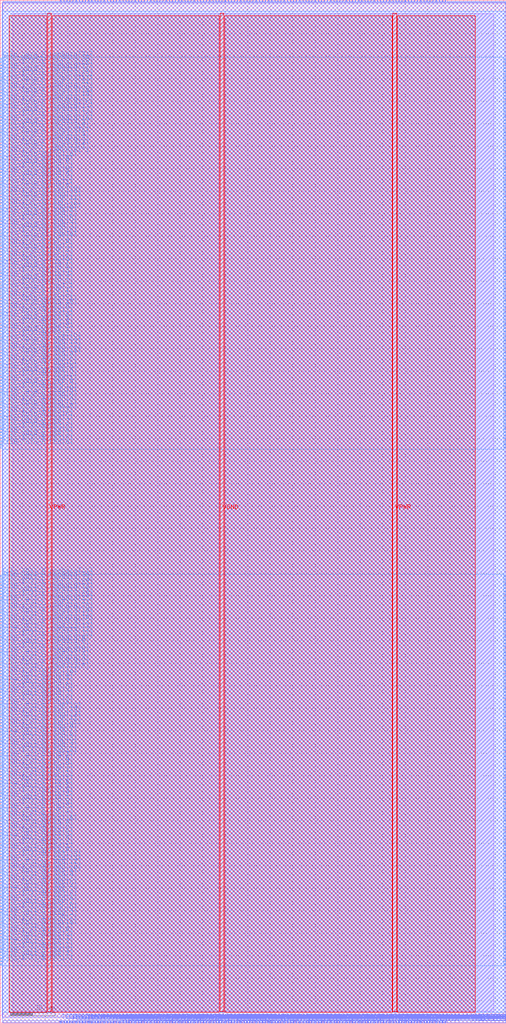
<source format=lef>
VERSION 5.7 ;
  NOWIREEXTENSIONATPIN ON ;
  DIVIDERCHAR "/" ;
  BUSBITCHARS "[]" ;
MACRO DSP
  CLASS BLOCK ;
  FOREIGN DSP ;
  ORIGIN 0.000 0.000 ;
  SIZE 225.000 BY 455.000 ;
  PIN Tile_X0Y0_E1BEG[0]
    DIRECTION OUTPUT TRISTATE ;
    USE SIGNAL ;
    ANTENNADIFFAREA 0.445500 ;
    PORT
      LAYER met3 ;
        RECT 224.200 321.000 225.000 321.600 ;
    END
  END Tile_X0Y0_E1BEG[0]
  PIN Tile_X0Y0_E1BEG[1]
    DIRECTION OUTPUT TRISTATE ;
    USE SIGNAL ;
    ANTENNADIFFAREA 0.795200 ;
    PORT
      LAYER met3 ;
        RECT 224.200 322.360 225.000 322.960 ;
    END
  END Tile_X0Y0_E1BEG[1]
  PIN Tile_X0Y0_E1BEG[2]
    DIRECTION OUTPUT TRISTATE ;
    USE SIGNAL ;
    ANTENNADIFFAREA 0.795200 ;
    PORT
      LAYER met3 ;
        RECT 224.200 323.720 225.000 324.320 ;
    END
  END Tile_X0Y0_E1BEG[2]
  PIN Tile_X0Y0_E1BEG[3]
    DIRECTION OUTPUT TRISTATE ;
    USE SIGNAL ;
    ANTENNADIFFAREA 0.445500 ;
    PORT
      LAYER met3 ;
        RECT 224.200 325.080 225.000 325.680 ;
    END
  END Tile_X0Y0_E1BEG[3]
  PIN Tile_X0Y0_E1END[0]
    DIRECTION INPUT ;
    USE SIGNAL ;
    ANTENNAGATEAREA 0.213000 ;
    PORT
      LAYER met3 ;
        RECT 0.000 321.000 0.800 321.600 ;
    END
  END Tile_X0Y0_E1END[0]
  PIN Tile_X0Y0_E1END[1]
    DIRECTION INPUT ;
    USE SIGNAL ;
    ANTENNAGATEAREA 0.213000 ;
    PORT
      LAYER met3 ;
        RECT 0.000 322.360 0.800 322.960 ;
    END
  END Tile_X0Y0_E1END[1]
  PIN Tile_X0Y0_E1END[2]
    DIRECTION INPUT ;
    USE SIGNAL ;
    ANTENNAGATEAREA 0.247500 ;
    PORT
      LAYER met3 ;
        RECT 0.000 323.720 0.800 324.320 ;
    END
  END Tile_X0Y0_E1END[2]
  PIN Tile_X0Y0_E1END[3]
    DIRECTION INPUT ;
    USE SIGNAL ;
    ANTENNAGATEAREA 0.247500 ;
    PORT
      LAYER met3 ;
        RECT 0.000 325.080 0.800 325.680 ;
    END
  END Tile_X0Y0_E1END[3]
  PIN Tile_X0Y0_E2BEG[0]
    DIRECTION OUTPUT TRISTATE ;
    USE SIGNAL ;
    ANTENNADIFFAREA 0.445500 ;
    PORT
      LAYER met3 ;
        RECT 224.200 326.440 225.000 327.040 ;
    END
  END Tile_X0Y0_E2BEG[0]
  PIN Tile_X0Y0_E2BEG[1]
    DIRECTION OUTPUT TRISTATE ;
    USE SIGNAL ;
    ANTENNADIFFAREA 0.445500 ;
    PORT
      LAYER met3 ;
        RECT 224.200 327.800 225.000 328.400 ;
    END
  END Tile_X0Y0_E2BEG[1]
  PIN Tile_X0Y0_E2BEG[2]
    DIRECTION OUTPUT TRISTATE ;
    USE SIGNAL ;
    ANTENNADIFFAREA 0.795200 ;
    PORT
      LAYER met3 ;
        RECT 224.200 329.160 225.000 329.760 ;
    END
  END Tile_X0Y0_E2BEG[2]
  PIN Tile_X0Y0_E2BEG[3]
    DIRECTION OUTPUT TRISTATE ;
    USE SIGNAL ;
    ANTENNADIFFAREA 0.795200 ;
    PORT
      LAYER met3 ;
        RECT 224.200 330.520 225.000 331.120 ;
    END
  END Tile_X0Y0_E2BEG[3]
  PIN Tile_X0Y0_E2BEG[4]
    DIRECTION OUTPUT TRISTATE ;
    USE SIGNAL ;
    ANTENNADIFFAREA 0.795200 ;
    PORT
      LAYER met3 ;
        RECT 224.200 331.880 225.000 332.480 ;
    END
  END Tile_X0Y0_E2BEG[4]
  PIN Tile_X0Y0_E2BEG[5]
    DIRECTION OUTPUT TRISTATE ;
    USE SIGNAL ;
    ANTENNADIFFAREA 0.445500 ;
    PORT
      LAYER met3 ;
        RECT 224.200 333.240 225.000 333.840 ;
    END
  END Tile_X0Y0_E2BEG[5]
  PIN Tile_X0Y0_E2BEG[6]
    DIRECTION OUTPUT TRISTATE ;
    USE SIGNAL ;
    ANTENNADIFFAREA 0.445500 ;
    PORT
      LAYER met3 ;
        RECT 224.200 334.600 225.000 335.200 ;
    END
  END Tile_X0Y0_E2BEG[6]
  PIN Tile_X0Y0_E2BEG[7]
    DIRECTION OUTPUT TRISTATE ;
    USE SIGNAL ;
    ANTENNADIFFAREA 0.795200 ;
    PORT
      LAYER met3 ;
        RECT 224.200 335.960 225.000 336.560 ;
    END
  END Tile_X0Y0_E2BEG[7]
  PIN Tile_X0Y0_E2BEGb[0]
    DIRECTION OUTPUT TRISTATE ;
    USE SIGNAL ;
    ANTENNADIFFAREA 0.795200 ;
    PORT
      LAYER met3 ;
        RECT 224.200 337.320 225.000 337.920 ;
    END
  END Tile_X0Y0_E2BEGb[0]
  PIN Tile_X0Y0_E2BEGb[1]
    DIRECTION OUTPUT TRISTATE ;
    USE SIGNAL ;
    ANTENNADIFFAREA 0.445500 ;
    PORT
      LAYER met3 ;
        RECT 224.200 338.680 225.000 339.280 ;
    END
  END Tile_X0Y0_E2BEGb[1]
  PIN Tile_X0Y0_E2BEGb[2]
    DIRECTION OUTPUT TRISTATE ;
    USE SIGNAL ;
    ANTENNADIFFAREA 0.445500 ;
    PORT
      LAYER met3 ;
        RECT 224.200 340.040 225.000 340.640 ;
    END
  END Tile_X0Y0_E2BEGb[2]
  PIN Tile_X0Y0_E2BEGb[3]
    DIRECTION OUTPUT TRISTATE ;
    USE SIGNAL ;
    ANTENNADIFFAREA 0.445500 ;
    PORT
      LAYER met3 ;
        RECT 224.200 341.400 225.000 342.000 ;
    END
  END Tile_X0Y0_E2BEGb[3]
  PIN Tile_X0Y0_E2BEGb[4]
    DIRECTION OUTPUT TRISTATE ;
    USE SIGNAL ;
    ANTENNADIFFAREA 0.445500 ;
    PORT
      LAYER met3 ;
        RECT 224.200 342.760 225.000 343.360 ;
    END
  END Tile_X0Y0_E2BEGb[4]
  PIN Tile_X0Y0_E2BEGb[5]
    DIRECTION OUTPUT TRISTATE ;
    USE SIGNAL ;
    ANTENNADIFFAREA 0.795200 ;
    PORT
      LAYER met3 ;
        RECT 224.200 344.120 225.000 344.720 ;
    END
  END Tile_X0Y0_E2BEGb[5]
  PIN Tile_X0Y0_E2BEGb[6]
    DIRECTION OUTPUT TRISTATE ;
    USE SIGNAL ;
    ANTENNADIFFAREA 0.795200 ;
    PORT
      LAYER met3 ;
        RECT 224.200 345.480 225.000 346.080 ;
    END
  END Tile_X0Y0_E2BEGb[6]
  PIN Tile_X0Y0_E2BEGb[7]
    DIRECTION OUTPUT TRISTATE ;
    USE SIGNAL ;
    ANTENNADIFFAREA 0.445500 ;
    PORT
      LAYER met3 ;
        RECT 224.200 346.840 225.000 347.440 ;
    END
  END Tile_X0Y0_E2BEGb[7]
  PIN Tile_X0Y0_E2END[0]
    DIRECTION INPUT ;
    USE SIGNAL ;
    ANTENNAGATEAREA 0.213000 ;
    PORT
      LAYER met3 ;
        RECT 0.000 337.320 0.800 337.920 ;
    END
  END Tile_X0Y0_E2END[0]
  PIN Tile_X0Y0_E2END[1]
    DIRECTION INPUT ;
    USE SIGNAL ;
    ANTENNAGATEAREA 0.213000 ;
    PORT
      LAYER met3 ;
        RECT 0.000 338.680 0.800 339.280 ;
    END
  END Tile_X0Y0_E2END[1]
  PIN Tile_X0Y0_E2END[2]
    DIRECTION INPUT ;
    USE SIGNAL ;
    ANTENNAGATEAREA 0.159000 ;
    PORT
      LAYER met3 ;
        RECT 0.000 340.040 0.800 340.640 ;
    END
  END Tile_X0Y0_E2END[2]
  PIN Tile_X0Y0_E2END[3]
    DIRECTION INPUT ;
    USE SIGNAL ;
    ANTENNAGATEAREA 0.159000 ;
    PORT
      LAYER met3 ;
        RECT 0.000 341.400 0.800 342.000 ;
    END
  END Tile_X0Y0_E2END[3]
  PIN Tile_X0Y0_E2END[4]
    DIRECTION INPUT ;
    USE SIGNAL ;
    ANTENNAGATEAREA 0.213000 ;
    PORT
      LAYER met3 ;
        RECT 0.000 342.760 0.800 343.360 ;
    END
  END Tile_X0Y0_E2END[4]
  PIN Tile_X0Y0_E2END[5]
    DIRECTION INPUT ;
    USE SIGNAL ;
    ANTENNAGATEAREA 0.159000 ;
    PORT
      LAYER met3 ;
        RECT 0.000 344.120 0.800 344.720 ;
    END
  END Tile_X0Y0_E2END[5]
  PIN Tile_X0Y0_E2END[6]
    DIRECTION INPUT ;
    USE SIGNAL ;
    ANTENNAGATEAREA 0.159000 ;
    PORT
      LAYER met3 ;
        RECT 0.000 345.480 0.800 346.080 ;
    END
  END Tile_X0Y0_E2END[6]
  PIN Tile_X0Y0_E2END[7]
    DIRECTION INPUT ;
    USE SIGNAL ;
    ANTENNAGATEAREA 0.159000 ;
    PORT
      LAYER met3 ;
        RECT 0.000 346.840 0.800 347.440 ;
    END
  END Tile_X0Y0_E2END[7]
  PIN Tile_X0Y0_E2MID[0]
    DIRECTION INPUT ;
    USE SIGNAL ;
    ANTENNAGATEAREA 0.159000 ;
    PORT
      LAYER met3 ;
        RECT 0.000 326.440 0.800 327.040 ;
    END
  END Tile_X0Y0_E2MID[0]
  PIN Tile_X0Y0_E2MID[1]
    DIRECTION INPUT ;
    USE SIGNAL ;
    ANTENNAGATEAREA 0.159000 ;
    PORT
      LAYER met3 ;
        RECT 0.000 327.800 0.800 328.400 ;
    END
  END Tile_X0Y0_E2MID[1]
  PIN Tile_X0Y0_E2MID[2]
    DIRECTION INPUT ;
    USE SIGNAL ;
    ANTENNAGATEAREA 0.159000 ;
    PORT
      LAYER met3 ;
        RECT 0.000 329.160 0.800 329.760 ;
    END
  END Tile_X0Y0_E2MID[2]
  PIN Tile_X0Y0_E2MID[3]
    DIRECTION INPUT ;
    USE SIGNAL ;
    ANTENNAGATEAREA 0.159000 ;
    PORT
      LAYER met3 ;
        RECT 0.000 330.520 0.800 331.120 ;
    END
  END Tile_X0Y0_E2MID[3]
  PIN Tile_X0Y0_E2MID[4]
    DIRECTION INPUT ;
    USE SIGNAL ;
    ANTENNAGATEAREA 0.213000 ;
    PORT
      LAYER met3 ;
        RECT 0.000 331.880 0.800 332.480 ;
    END
  END Tile_X0Y0_E2MID[4]
  PIN Tile_X0Y0_E2MID[5]
    DIRECTION INPUT ;
    USE SIGNAL ;
    ANTENNAGATEAREA 0.213000 ;
    PORT
      LAYER met3 ;
        RECT 0.000 333.240 0.800 333.840 ;
    END
  END Tile_X0Y0_E2MID[5]
  PIN Tile_X0Y0_E2MID[6]
    DIRECTION INPUT ;
    USE SIGNAL ;
    ANTENNAGATEAREA 0.159000 ;
    PORT
      LAYER met3 ;
        RECT 0.000 334.600 0.800 335.200 ;
    END
  END Tile_X0Y0_E2MID[6]
  PIN Tile_X0Y0_E2MID[7]
    DIRECTION INPUT ;
    USE SIGNAL ;
    ANTENNAGATEAREA 0.159000 ;
    PORT
      LAYER met3 ;
        RECT 0.000 335.960 0.800 336.560 ;
    END
  END Tile_X0Y0_E2MID[7]
  PIN Tile_X0Y0_E6BEG[0]
    DIRECTION OUTPUT TRISTATE ;
    USE SIGNAL ;
    ANTENNADIFFAREA 0.445500 ;
    PORT
      LAYER met3 ;
        RECT 224.200 369.960 225.000 370.560 ;
    END
  END Tile_X0Y0_E6BEG[0]
  PIN Tile_X0Y0_E6BEG[10]
    DIRECTION OUTPUT TRISTATE ;
    USE SIGNAL ;
    ANTENNADIFFAREA 0.795200 ;
    PORT
      LAYER met3 ;
        RECT 224.200 383.560 225.000 384.160 ;
    END
  END Tile_X0Y0_E6BEG[10]
  PIN Tile_X0Y0_E6BEG[11]
    DIRECTION OUTPUT TRISTATE ;
    USE SIGNAL ;
    ANTENNADIFFAREA 0.795200 ;
    PORT
      LAYER met3 ;
        RECT 224.200 384.920 225.000 385.520 ;
    END
  END Tile_X0Y0_E6BEG[11]
  PIN Tile_X0Y0_E6BEG[1]
    DIRECTION OUTPUT TRISTATE ;
    USE SIGNAL ;
    ANTENNADIFFAREA 0.795200 ;
    PORT
      LAYER met3 ;
        RECT 224.200 371.320 225.000 371.920 ;
    END
  END Tile_X0Y0_E6BEG[1]
  PIN Tile_X0Y0_E6BEG[2]
    DIRECTION OUTPUT TRISTATE ;
    USE SIGNAL ;
    ANTENNADIFFAREA 0.795200 ;
    PORT
      LAYER met3 ;
        RECT 224.200 372.680 225.000 373.280 ;
    END
  END Tile_X0Y0_E6BEG[2]
  PIN Tile_X0Y0_E6BEG[3]
    DIRECTION OUTPUT TRISTATE ;
    USE SIGNAL ;
    ANTENNADIFFAREA 0.445500 ;
    PORT
      LAYER met3 ;
        RECT 224.200 374.040 225.000 374.640 ;
    END
  END Tile_X0Y0_E6BEG[3]
  PIN Tile_X0Y0_E6BEG[4]
    DIRECTION OUTPUT TRISTATE ;
    USE SIGNAL ;
    ANTENNADIFFAREA 0.445500 ;
    PORT
      LAYER met3 ;
        RECT 224.200 375.400 225.000 376.000 ;
    END
  END Tile_X0Y0_E6BEG[4]
  PIN Tile_X0Y0_E6BEG[5]
    DIRECTION OUTPUT TRISTATE ;
    USE SIGNAL ;
    ANTENNADIFFAREA 0.795200 ;
    PORT
      LAYER met3 ;
        RECT 224.200 376.760 225.000 377.360 ;
    END
  END Tile_X0Y0_E6BEG[5]
  PIN Tile_X0Y0_E6BEG[6]
    DIRECTION OUTPUT TRISTATE ;
    USE SIGNAL ;
    ANTENNADIFFAREA 0.795200 ;
    PORT
      LAYER met3 ;
        RECT 224.200 378.120 225.000 378.720 ;
    END
  END Tile_X0Y0_E6BEG[6]
  PIN Tile_X0Y0_E6BEG[7]
    DIRECTION OUTPUT TRISTATE ;
    USE SIGNAL ;
    ANTENNADIFFAREA 0.795200 ;
    PORT
      LAYER met3 ;
        RECT 224.200 379.480 225.000 380.080 ;
    END
  END Tile_X0Y0_E6BEG[7]
  PIN Tile_X0Y0_E6BEG[8]
    DIRECTION OUTPUT TRISTATE ;
    USE SIGNAL ;
    ANTENNADIFFAREA 0.795200 ;
    PORT
      LAYER met3 ;
        RECT 224.200 380.840 225.000 381.440 ;
    END
  END Tile_X0Y0_E6BEG[8]
  PIN Tile_X0Y0_E6BEG[9]
    DIRECTION OUTPUT TRISTATE ;
    USE SIGNAL ;
    ANTENNADIFFAREA 0.445500 ;
    PORT
      LAYER met3 ;
        RECT 224.200 382.200 225.000 382.800 ;
    END
  END Tile_X0Y0_E6BEG[9]
  PIN Tile_X0Y0_E6END[0]
    DIRECTION INPUT ;
    USE SIGNAL ;
    ANTENNAGATEAREA 0.247500 ;
    PORT
      LAYER met3 ;
        RECT 0.000 369.960 0.800 370.560 ;
    END
  END Tile_X0Y0_E6END[0]
  PIN Tile_X0Y0_E6END[10]
    DIRECTION INPUT ;
    USE SIGNAL ;
    ANTENNAGATEAREA 0.196500 ;
    PORT
      LAYER met3 ;
        RECT 0.000 383.560 0.800 384.160 ;
    END
  END Tile_X0Y0_E6END[10]
  PIN Tile_X0Y0_E6END[11]
    DIRECTION INPUT ;
    USE SIGNAL ;
    ANTENNAGATEAREA 0.196500 ;
    PORT
      LAYER met3 ;
        RECT 0.000 384.920 0.800 385.520 ;
    END
  END Tile_X0Y0_E6END[11]
  PIN Tile_X0Y0_E6END[1]
    DIRECTION INPUT ;
    USE SIGNAL ;
    ANTENNAGATEAREA 0.247500 ;
    PORT
      LAYER met3 ;
        RECT 0.000 371.320 0.800 371.920 ;
    END
  END Tile_X0Y0_E6END[1]
  PIN Tile_X0Y0_E6END[2]
    DIRECTION INPUT ;
    USE SIGNAL ;
    ANTENNAGATEAREA 0.196500 ;
    PORT
      LAYER met3 ;
        RECT 0.000 372.680 0.800 373.280 ;
    END
  END Tile_X0Y0_E6END[2]
  PIN Tile_X0Y0_E6END[3]
    DIRECTION INPUT ;
    USE SIGNAL ;
    ANTENNAGATEAREA 0.196500 ;
    PORT
      LAYER met3 ;
        RECT 0.000 374.040 0.800 374.640 ;
    END
  END Tile_X0Y0_E6END[3]
  PIN Tile_X0Y0_E6END[4]
    DIRECTION INPUT ;
    USE SIGNAL ;
    ANTENNAGATEAREA 0.196500 ;
    PORT
      LAYER met3 ;
        RECT 0.000 375.400 0.800 376.000 ;
    END
  END Tile_X0Y0_E6END[4]
  PIN Tile_X0Y0_E6END[5]
    DIRECTION INPUT ;
    USE SIGNAL ;
    ANTENNAGATEAREA 0.196500 ;
    PORT
      LAYER met3 ;
        RECT 0.000 376.760 0.800 377.360 ;
    END
  END Tile_X0Y0_E6END[5]
  PIN Tile_X0Y0_E6END[6]
    DIRECTION INPUT ;
    USE SIGNAL ;
    ANTENNAGATEAREA 0.196500 ;
    PORT
      LAYER met3 ;
        RECT 0.000 378.120 0.800 378.720 ;
    END
  END Tile_X0Y0_E6END[6]
  PIN Tile_X0Y0_E6END[7]
    DIRECTION INPUT ;
    USE SIGNAL ;
    ANTENNAGATEAREA 0.196500 ;
    PORT
      LAYER met3 ;
        RECT 0.000 379.480 0.800 380.080 ;
    END
  END Tile_X0Y0_E6END[7]
  PIN Tile_X0Y0_E6END[8]
    DIRECTION INPUT ;
    USE SIGNAL ;
    ANTENNAGATEAREA 0.196500 ;
    PORT
      LAYER met3 ;
        RECT 0.000 380.840 0.800 381.440 ;
    END
  END Tile_X0Y0_E6END[8]
  PIN Tile_X0Y0_E6END[9]
    DIRECTION INPUT ;
    USE SIGNAL ;
    ANTENNAGATEAREA 0.196500 ;
    PORT
      LAYER met3 ;
        RECT 0.000 382.200 0.800 382.800 ;
    END
  END Tile_X0Y0_E6END[9]
  PIN Tile_X0Y0_EE4BEG[0]
    DIRECTION OUTPUT TRISTATE ;
    USE SIGNAL ;
    ANTENNADIFFAREA 0.445500 ;
    PORT
      LAYER met3 ;
        RECT 224.200 348.200 225.000 348.800 ;
    END
  END Tile_X0Y0_EE4BEG[0]
  PIN Tile_X0Y0_EE4BEG[10]
    DIRECTION OUTPUT TRISTATE ;
    USE SIGNAL ;
    ANTENNADIFFAREA 0.445500 ;
    PORT
      LAYER met3 ;
        RECT 224.200 361.800 225.000 362.400 ;
    END
  END Tile_X0Y0_EE4BEG[10]
  PIN Tile_X0Y0_EE4BEG[11]
    DIRECTION OUTPUT TRISTATE ;
    USE SIGNAL ;
    ANTENNADIFFAREA 0.445500 ;
    PORT
      LAYER met3 ;
        RECT 224.200 363.160 225.000 363.760 ;
    END
  END Tile_X0Y0_EE4BEG[11]
  PIN Tile_X0Y0_EE4BEG[12]
    DIRECTION OUTPUT TRISTATE ;
    USE SIGNAL ;
    ANTENNADIFFAREA 0.795200 ;
    PORT
      LAYER met3 ;
        RECT 224.200 364.520 225.000 365.120 ;
    END
  END Tile_X0Y0_EE4BEG[12]
  PIN Tile_X0Y0_EE4BEG[13]
    DIRECTION OUTPUT TRISTATE ;
    USE SIGNAL ;
    ANTENNADIFFAREA 0.445500 ;
    PORT
      LAYER met3 ;
        RECT 224.200 365.880 225.000 366.480 ;
    END
  END Tile_X0Y0_EE4BEG[13]
  PIN Tile_X0Y0_EE4BEG[14]
    DIRECTION OUTPUT TRISTATE ;
    USE SIGNAL ;
    ANTENNADIFFAREA 0.445500 ;
    PORT
      LAYER met3 ;
        RECT 224.200 367.240 225.000 367.840 ;
    END
  END Tile_X0Y0_EE4BEG[14]
  PIN Tile_X0Y0_EE4BEG[15]
    DIRECTION OUTPUT TRISTATE ;
    USE SIGNAL ;
    ANTENNADIFFAREA 0.445500 ;
    PORT
      LAYER met3 ;
        RECT 224.200 368.600 225.000 369.200 ;
    END
  END Tile_X0Y0_EE4BEG[15]
  PIN Tile_X0Y0_EE4BEG[1]
    DIRECTION OUTPUT TRISTATE ;
    USE SIGNAL ;
    ANTENNADIFFAREA 0.795200 ;
    PORT
      LAYER met3 ;
        RECT 224.200 349.560 225.000 350.160 ;
    END
  END Tile_X0Y0_EE4BEG[1]
  PIN Tile_X0Y0_EE4BEG[2]
    DIRECTION OUTPUT TRISTATE ;
    USE SIGNAL ;
    ANTENNADIFFAREA 0.795200 ;
    PORT
      LAYER met3 ;
        RECT 224.200 350.920 225.000 351.520 ;
    END
  END Tile_X0Y0_EE4BEG[2]
  PIN Tile_X0Y0_EE4BEG[3]
    DIRECTION OUTPUT TRISTATE ;
    USE SIGNAL ;
    ANTENNADIFFAREA 0.445500 ;
    PORT
      LAYER met3 ;
        RECT 224.200 352.280 225.000 352.880 ;
    END
  END Tile_X0Y0_EE4BEG[3]
  PIN Tile_X0Y0_EE4BEG[4]
    DIRECTION OUTPUT TRISTATE ;
    USE SIGNAL ;
    ANTENNADIFFAREA 0.795200 ;
    PORT
      LAYER met3 ;
        RECT 224.200 353.640 225.000 354.240 ;
    END
  END Tile_X0Y0_EE4BEG[4]
  PIN Tile_X0Y0_EE4BEG[5]
    DIRECTION OUTPUT TRISTATE ;
    USE SIGNAL ;
    ANTENNADIFFAREA 0.445500 ;
    PORT
      LAYER met3 ;
        RECT 224.200 355.000 225.000 355.600 ;
    END
  END Tile_X0Y0_EE4BEG[5]
  PIN Tile_X0Y0_EE4BEG[6]
    DIRECTION OUTPUT TRISTATE ;
    USE SIGNAL ;
    ANTENNADIFFAREA 0.795200 ;
    PORT
      LAYER met3 ;
        RECT 224.200 356.360 225.000 356.960 ;
    END
  END Tile_X0Y0_EE4BEG[6]
  PIN Tile_X0Y0_EE4BEG[7]
    DIRECTION OUTPUT TRISTATE ;
    USE SIGNAL ;
    ANTENNADIFFAREA 0.795200 ;
    PORT
      LAYER met3 ;
        RECT 224.200 357.720 225.000 358.320 ;
    END
  END Tile_X0Y0_EE4BEG[7]
  PIN Tile_X0Y0_EE4BEG[8]
    DIRECTION OUTPUT TRISTATE ;
    USE SIGNAL ;
    ANTENNADIFFAREA 0.795200 ;
    PORT
      LAYER met3 ;
        RECT 224.200 359.080 225.000 359.680 ;
    END
  END Tile_X0Y0_EE4BEG[8]
  PIN Tile_X0Y0_EE4BEG[9]
    DIRECTION OUTPUT TRISTATE ;
    USE SIGNAL ;
    ANTENNADIFFAREA 0.445500 ;
    PORT
      LAYER met3 ;
        RECT 224.200 360.440 225.000 361.040 ;
    END
  END Tile_X0Y0_EE4BEG[9]
  PIN Tile_X0Y0_EE4END[0]
    DIRECTION INPUT ;
    USE SIGNAL ;
    ANTENNAGATEAREA 0.213000 ;
    PORT
      LAYER met3 ;
        RECT 0.000 348.200 0.800 348.800 ;
    END
  END Tile_X0Y0_EE4END[0]
  PIN Tile_X0Y0_EE4END[10]
    DIRECTION INPUT ;
    USE SIGNAL ;
    ANTENNAGATEAREA 0.196500 ;
    PORT
      LAYER met3 ;
        RECT 0.000 361.800 0.800 362.400 ;
    END
  END Tile_X0Y0_EE4END[10]
  PIN Tile_X0Y0_EE4END[11]
    DIRECTION INPUT ;
    USE SIGNAL ;
    ANTENNAGATEAREA 0.196500 ;
    PORT
      LAYER met3 ;
        RECT 0.000 363.160 0.800 363.760 ;
    END
  END Tile_X0Y0_EE4END[11]
  PIN Tile_X0Y0_EE4END[12]
    DIRECTION INPUT ;
    USE SIGNAL ;
    ANTENNAGATEAREA 0.196500 ;
    PORT
      LAYER met3 ;
        RECT 0.000 364.520 0.800 365.120 ;
    END
  END Tile_X0Y0_EE4END[12]
  PIN Tile_X0Y0_EE4END[13]
    DIRECTION INPUT ;
    USE SIGNAL ;
    ANTENNAGATEAREA 0.196500 ;
    PORT
      LAYER met3 ;
        RECT 0.000 365.880 0.800 366.480 ;
    END
  END Tile_X0Y0_EE4END[13]
  PIN Tile_X0Y0_EE4END[14]
    DIRECTION INPUT ;
    USE SIGNAL ;
    ANTENNAGATEAREA 0.196500 ;
    PORT
      LAYER met3 ;
        RECT 0.000 367.240 0.800 367.840 ;
    END
  END Tile_X0Y0_EE4END[14]
  PIN Tile_X0Y0_EE4END[15]
    DIRECTION INPUT ;
    USE SIGNAL ;
    ANTENNAGATEAREA 0.196500 ;
    PORT
      LAYER met3 ;
        RECT 0.000 368.600 0.800 369.200 ;
    END
  END Tile_X0Y0_EE4END[15]
  PIN Tile_X0Y0_EE4END[1]
    DIRECTION INPUT ;
    USE SIGNAL ;
    ANTENNAGATEAREA 0.213000 ;
    PORT
      LAYER met3 ;
        RECT 0.000 349.560 0.800 350.160 ;
    END
  END Tile_X0Y0_EE4END[1]
  PIN Tile_X0Y0_EE4END[2]
    DIRECTION INPUT ;
    USE SIGNAL ;
    ANTENNAGATEAREA 0.213000 ;
    PORT
      LAYER met3 ;
        RECT 0.000 350.920 0.800 351.520 ;
    END
  END Tile_X0Y0_EE4END[2]
  PIN Tile_X0Y0_EE4END[3]
    DIRECTION INPUT ;
    USE SIGNAL ;
    ANTENNAGATEAREA 0.126000 ;
    PORT
      LAYER met3 ;
        RECT 0.000 352.280 0.800 352.880 ;
    END
  END Tile_X0Y0_EE4END[3]
  PIN Tile_X0Y0_EE4END[4]
    DIRECTION INPUT ;
    USE SIGNAL ;
    ANTENNAGATEAREA 0.196500 ;
    PORT
      LAYER met3 ;
        RECT 0.000 353.640 0.800 354.240 ;
    END
  END Tile_X0Y0_EE4END[4]
  PIN Tile_X0Y0_EE4END[5]
    DIRECTION INPUT ;
    USE SIGNAL ;
    ANTENNAGATEAREA 0.196500 ;
    PORT
      LAYER met3 ;
        RECT 0.000 355.000 0.800 355.600 ;
    END
  END Tile_X0Y0_EE4END[5]
  PIN Tile_X0Y0_EE4END[6]
    DIRECTION INPUT ;
    USE SIGNAL ;
    ANTENNAGATEAREA 0.196500 ;
    PORT
      LAYER met3 ;
        RECT 0.000 356.360 0.800 356.960 ;
    END
  END Tile_X0Y0_EE4END[6]
  PIN Tile_X0Y0_EE4END[7]
    DIRECTION INPUT ;
    USE SIGNAL ;
    ANTENNAGATEAREA 0.196500 ;
    PORT
      LAYER met3 ;
        RECT 0.000 357.720 0.800 358.320 ;
    END
  END Tile_X0Y0_EE4END[7]
  PIN Tile_X0Y0_EE4END[8]
    DIRECTION INPUT ;
    USE SIGNAL ;
    ANTENNAGATEAREA 0.196500 ;
    PORT
      LAYER met3 ;
        RECT 0.000 359.080 0.800 359.680 ;
    END
  END Tile_X0Y0_EE4END[8]
  PIN Tile_X0Y0_EE4END[9]
    DIRECTION INPUT ;
    USE SIGNAL ;
    ANTENNAGATEAREA 0.196500 ;
    PORT
      LAYER met3 ;
        RECT 0.000 360.440 0.800 361.040 ;
    END
  END Tile_X0Y0_EE4END[9]
  PIN Tile_X0Y0_FrameData[0]
    DIRECTION INPUT ;
    USE SIGNAL ;
    ANTENNAGATEAREA 0.426000 ;
    PORT
      LAYER met3 ;
        RECT 0.000 386.280 0.800 386.880 ;
    END
  END Tile_X0Y0_FrameData[0]
  PIN Tile_X0Y0_FrameData[10]
    DIRECTION INPUT ;
    USE SIGNAL ;
    ANTENNAGATEAREA 0.426000 ;
    PORT
      LAYER met3 ;
        RECT 0.000 399.880 0.800 400.480 ;
    END
  END Tile_X0Y0_FrameData[10]
  PIN Tile_X0Y0_FrameData[11]
    DIRECTION INPUT ;
    USE SIGNAL ;
    ANTENNAGATEAREA 0.426000 ;
    PORT
      LAYER met3 ;
        RECT 0.000 401.240 0.800 401.840 ;
    END
  END Tile_X0Y0_FrameData[11]
  PIN Tile_X0Y0_FrameData[12]
    DIRECTION INPUT ;
    USE SIGNAL ;
    ANTENNAGATEAREA 0.426000 ;
    PORT
      LAYER met3 ;
        RECT 0.000 402.600 0.800 403.200 ;
    END
  END Tile_X0Y0_FrameData[12]
  PIN Tile_X0Y0_FrameData[13]
    DIRECTION INPUT ;
    USE SIGNAL ;
    ANTENNAGATEAREA 0.426000 ;
    PORT
      LAYER met3 ;
        RECT 0.000 403.960 0.800 404.560 ;
    END
  END Tile_X0Y0_FrameData[13]
  PIN Tile_X0Y0_FrameData[14]
    DIRECTION INPUT ;
    USE SIGNAL ;
    ANTENNAGATEAREA 0.426000 ;
    PORT
      LAYER met3 ;
        RECT 0.000 405.320 0.800 405.920 ;
    END
  END Tile_X0Y0_FrameData[14]
  PIN Tile_X0Y0_FrameData[15]
    DIRECTION INPUT ;
    USE SIGNAL ;
    ANTENNAGATEAREA 0.426000 ;
    PORT
      LAYER met3 ;
        RECT 0.000 406.680 0.800 407.280 ;
    END
  END Tile_X0Y0_FrameData[15]
  PIN Tile_X0Y0_FrameData[16]
    DIRECTION INPUT ;
    USE SIGNAL ;
    ANTENNAGATEAREA 0.426000 ;
    PORT
      LAYER met3 ;
        RECT 0.000 408.040 0.800 408.640 ;
    END
  END Tile_X0Y0_FrameData[16]
  PIN Tile_X0Y0_FrameData[17]
    DIRECTION INPUT ;
    USE SIGNAL ;
    ANTENNAGATEAREA 0.426000 ;
    PORT
      LAYER met3 ;
        RECT 0.000 409.400 0.800 410.000 ;
    END
  END Tile_X0Y0_FrameData[17]
  PIN Tile_X0Y0_FrameData[18]
    DIRECTION INPUT ;
    USE SIGNAL ;
    ANTENNAGATEAREA 0.426000 ;
    PORT
      LAYER met3 ;
        RECT 0.000 410.760 0.800 411.360 ;
    END
  END Tile_X0Y0_FrameData[18]
  PIN Tile_X0Y0_FrameData[19]
    DIRECTION INPUT ;
    USE SIGNAL ;
    ANTENNAGATEAREA 0.495000 ;
    PORT
      LAYER met3 ;
        RECT 0.000 412.120 0.800 412.720 ;
    END
  END Tile_X0Y0_FrameData[19]
  PIN Tile_X0Y0_FrameData[1]
    DIRECTION INPUT ;
    USE SIGNAL ;
    ANTENNAGATEAREA 0.426000 ;
    PORT
      LAYER met3 ;
        RECT 0.000 387.640 0.800 388.240 ;
    END
  END Tile_X0Y0_FrameData[1]
  PIN Tile_X0Y0_FrameData[20]
    DIRECTION INPUT ;
    USE SIGNAL ;
    ANTENNAGATEAREA 0.495000 ;
    PORT
      LAYER met3 ;
        RECT 0.000 413.480 0.800 414.080 ;
    END
  END Tile_X0Y0_FrameData[20]
  PIN Tile_X0Y0_FrameData[21]
    DIRECTION INPUT ;
    USE SIGNAL ;
    ANTENNAGATEAREA 0.426000 ;
    PORT
      LAYER met3 ;
        RECT 0.000 414.840 0.800 415.440 ;
    END
  END Tile_X0Y0_FrameData[21]
  PIN Tile_X0Y0_FrameData[22]
    DIRECTION INPUT ;
    USE SIGNAL ;
    ANTENNAGATEAREA 0.426000 ;
    PORT
      LAYER met3 ;
        RECT 0.000 416.200 0.800 416.800 ;
    END
  END Tile_X0Y0_FrameData[22]
  PIN Tile_X0Y0_FrameData[23]
    DIRECTION INPUT ;
    USE SIGNAL ;
    ANTENNAGATEAREA 0.426000 ;
    PORT
      LAYER met3 ;
        RECT 0.000 417.560 0.800 418.160 ;
    END
  END Tile_X0Y0_FrameData[23]
  PIN Tile_X0Y0_FrameData[24]
    DIRECTION INPUT ;
    USE SIGNAL ;
    ANTENNAGATEAREA 0.426000 ;
    PORT
      LAYER met3 ;
        RECT 0.000 418.920 0.800 419.520 ;
    END
  END Tile_X0Y0_FrameData[24]
  PIN Tile_X0Y0_FrameData[25]
    DIRECTION INPUT ;
    USE SIGNAL ;
    ANTENNAGATEAREA 0.426000 ;
    PORT
      LAYER met3 ;
        RECT 0.000 420.280 0.800 420.880 ;
    END
  END Tile_X0Y0_FrameData[25]
  PIN Tile_X0Y0_FrameData[26]
    DIRECTION INPUT ;
    USE SIGNAL ;
    ANTENNAGATEAREA 0.247500 ;
    PORT
      LAYER met3 ;
        RECT 0.000 421.640 0.800 422.240 ;
    END
  END Tile_X0Y0_FrameData[26]
  PIN Tile_X0Y0_FrameData[27]
    DIRECTION INPUT ;
    USE SIGNAL ;
    ANTENNAGATEAREA 0.247500 ;
    PORT
      LAYER met3 ;
        RECT 0.000 423.000 0.800 423.600 ;
    END
  END Tile_X0Y0_FrameData[27]
  PIN Tile_X0Y0_FrameData[28]
    DIRECTION INPUT ;
    USE SIGNAL ;
    ANTENNAGATEAREA 0.495000 ;
    PORT
      LAYER met3 ;
        RECT 0.000 424.360 0.800 424.960 ;
    END
  END Tile_X0Y0_FrameData[28]
  PIN Tile_X0Y0_FrameData[29]
    DIRECTION INPUT ;
    USE SIGNAL ;
    ANTENNAGATEAREA 0.495000 ;
    PORT
      LAYER met3 ;
        RECT 0.000 425.720 0.800 426.320 ;
    END
  END Tile_X0Y0_FrameData[29]
  PIN Tile_X0Y0_FrameData[2]
    DIRECTION INPUT ;
    USE SIGNAL ;
    ANTENNAGATEAREA 0.426000 ;
    PORT
      LAYER met3 ;
        RECT 0.000 389.000 0.800 389.600 ;
    END
  END Tile_X0Y0_FrameData[2]
  PIN Tile_X0Y0_FrameData[30]
    DIRECTION INPUT ;
    USE SIGNAL ;
    ANTENNAGATEAREA 0.247500 ;
    PORT
      LAYER met3 ;
        RECT 0.000 427.080 0.800 427.680 ;
    END
  END Tile_X0Y0_FrameData[30]
  PIN Tile_X0Y0_FrameData[31]
    DIRECTION INPUT ;
    USE SIGNAL ;
    ANTENNAGATEAREA 0.247500 ;
    PORT
      LAYER met3 ;
        RECT 0.000 428.440 0.800 429.040 ;
    END
  END Tile_X0Y0_FrameData[31]
  PIN Tile_X0Y0_FrameData[3]
    DIRECTION INPUT ;
    USE SIGNAL ;
    ANTENNAGATEAREA 0.426000 ;
    PORT
      LAYER met3 ;
        RECT 0.000 390.360 0.800 390.960 ;
    END
  END Tile_X0Y0_FrameData[3]
  PIN Tile_X0Y0_FrameData[4]
    DIRECTION INPUT ;
    USE SIGNAL ;
    ANTENNAGATEAREA 0.426000 ;
    PORT
      LAYER met3 ;
        RECT 0.000 391.720 0.800 392.320 ;
    END
  END Tile_X0Y0_FrameData[4]
  PIN Tile_X0Y0_FrameData[5]
    DIRECTION INPUT ;
    USE SIGNAL ;
    ANTENNAGATEAREA 0.426000 ;
    PORT
      LAYER met3 ;
        RECT 0.000 393.080 0.800 393.680 ;
    END
  END Tile_X0Y0_FrameData[5]
  PIN Tile_X0Y0_FrameData[6]
    DIRECTION INPUT ;
    USE SIGNAL ;
    ANTENNAGATEAREA 0.426000 ;
    PORT
      LAYER met3 ;
        RECT 0.000 394.440 0.800 395.040 ;
    END
  END Tile_X0Y0_FrameData[6]
  PIN Tile_X0Y0_FrameData[7]
    DIRECTION INPUT ;
    USE SIGNAL ;
    ANTENNAGATEAREA 0.495000 ;
    PORT
      LAYER met3 ;
        RECT 0.000 395.800 0.800 396.400 ;
    END
  END Tile_X0Y0_FrameData[7]
  PIN Tile_X0Y0_FrameData[8]
    DIRECTION INPUT ;
    USE SIGNAL ;
    ANTENNAGATEAREA 0.247500 ;
    PORT
      LAYER met3 ;
        RECT 0.000 397.160 0.800 397.760 ;
    END
  END Tile_X0Y0_FrameData[8]
  PIN Tile_X0Y0_FrameData[9]
    DIRECTION INPUT ;
    USE SIGNAL ;
    ANTENNAGATEAREA 0.247500 ;
    PORT
      LAYER met3 ;
        RECT 0.000 398.520 0.800 399.120 ;
    END
  END Tile_X0Y0_FrameData[9]
  PIN Tile_X0Y0_FrameData_O[0]
    DIRECTION OUTPUT TRISTATE ;
    USE SIGNAL ;
    ANTENNADIFFAREA 0.795200 ;
    PORT
      LAYER met3 ;
        RECT 224.200 386.280 225.000 386.880 ;
    END
  END Tile_X0Y0_FrameData_O[0]
  PIN Tile_X0Y0_FrameData_O[10]
    DIRECTION OUTPUT TRISTATE ;
    USE SIGNAL ;
    ANTENNADIFFAREA 0.795200 ;
    PORT
      LAYER met3 ;
        RECT 224.200 399.880 225.000 400.480 ;
    END
  END Tile_X0Y0_FrameData_O[10]
  PIN Tile_X0Y0_FrameData_O[11]
    DIRECTION OUTPUT TRISTATE ;
    USE SIGNAL ;
    ANTENNADIFFAREA 0.445500 ;
    PORT
      LAYER met3 ;
        RECT 224.200 401.240 225.000 401.840 ;
    END
  END Tile_X0Y0_FrameData_O[11]
  PIN Tile_X0Y0_FrameData_O[12]
    DIRECTION OUTPUT TRISTATE ;
    USE SIGNAL ;
    ANTENNADIFFAREA 0.445500 ;
    PORT
      LAYER met3 ;
        RECT 224.200 402.600 225.000 403.200 ;
    END
  END Tile_X0Y0_FrameData_O[12]
  PIN Tile_X0Y0_FrameData_O[13]
    DIRECTION OUTPUT TRISTATE ;
    USE SIGNAL ;
    ANTENNADIFFAREA 0.445500 ;
    PORT
      LAYER met3 ;
        RECT 224.200 403.960 225.000 404.560 ;
    END
  END Tile_X0Y0_FrameData_O[13]
  PIN Tile_X0Y0_FrameData_O[14]
    DIRECTION OUTPUT TRISTATE ;
    USE SIGNAL ;
    ANTENNADIFFAREA 0.795200 ;
    PORT
      LAYER met3 ;
        RECT 224.200 405.320 225.000 405.920 ;
    END
  END Tile_X0Y0_FrameData_O[14]
  PIN Tile_X0Y0_FrameData_O[15]
    DIRECTION OUTPUT TRISTATE ;
    USE SIGNAL ;
    ANTENNADIFFAREA 0.795200 ;
    PORT
      LAYER met3 ;
        RECT 224.200 406.680 225.000 407.280 ;
    END
  END Tile_X0Y0_FrameData_O[15]
  PIN Tile_X0Y0_FrameData_O[16]
    DIRECTION OUTPUT TRISTATE ;
    USE SIGNAL ;
    ANTENNADIFFAREA 0.795200 ;
    PORT
      LAYER met3 ;
        RECT 224.200 408.040 225.000 408.640 ;
    END
  END Tile_X0Y0_FrameData_O[16]
  PIN Tile_X0Y0_FrameData_O[17]
    DIRECTION OUTPUT TRISTATE ;
    USE SIGNAL ;
    ANTENNADIFFAREA 0.445500 ;
    PORT
      LAYER met3 ;
        RECT 224.200 409.400 225.000 410.000 ;
    END
  END Tile_X0Y0_FrameData_O[17]
  PIN Tile_X0Y0_FrameData_O[18]
    DIRECTION OUTPUT TRISTATE ;
    USE SIGNAL ;
    ANTENNADIFFAREA 0.445500 ;
    PORT
      LAYER met3 ;
        RECT 224.200 410.760 225.000 411.360 ;
    END
  END Tile_X0Y0_FrameData_O[18]
  PIN Tile_X0Y0_FrameData_O[19]
    DIRECTION OUTPUT TRISTATE ;
    USE SIGNAL ;
    ANTENNADIFFAREA 0.795200 ;
    PORT
      LAYER met3 ;
        RECT 224.200 412.120 225.000 412.720 ;
    END
  END Tile_X0Y0_FrameData_O[19]
  PIN Tile_X0Y0_FrameData_O[1]
    DIRECTION OUTPUT TRISTATE ;
    USE SIGNAL ;
    ANTENNADIFFAREA 0.445500 ;
    PORT
      LAYER met3 ;
        RECT 224.200 387.640 225.000 388.240 ;
    END
  END Tile_X0Y0_FrameData_O[1]
  PIN Tile_X0Y0_FrameData_O[20]
    DIRECTION OUTPUT TRISTATE ;
    USE SIGNAL ;
    ANTENNADIFFAREA 0.795200 ;
    PORT
      LAYER met3 ;
        RECT 224.200 413.480 225.000 414.080 ;
    END
  END Tile_X0Y0_FrameData_O[20]
  PIN Tile_X0Y0_FrameData_O[21]
    DIRECTION OUTPUT TRISTATE ;
    USE SIGNAL ;
    ANTENNADIFFAREA 0.445500 ;
    PORT
      LAYER met3 ;
        RECT 224.200 414.840 225.000 415.440 ;
    END
  END Tile_X0Y0_FrameData_O[21]
  PIN Tile_X0Y0_FrameData_O[22]
    DIRECTION OUTPUT TRISTATE ;
    USE SIGNAL ;
    ANTENNADIFFAREA 0.445500 ;
    PORT
      LAYER met3 ;
        RECT 224.200 416.200 225.000 416.800 ;
    END
  END Tile_X0Y0_FrameData_O[22]
  PIN Tile_X0Y0_FrameData_O[23]
    DIRECTION OUTPUT TRISTATE ;
    USE SIGNAL ;
    ANTENNADIFFAREA 0.445500 ;
    PORT
      LAYER met3 ;
        RECT 224.200 417.560 225.000 418.160 ;
    END
  END Tile_X0Y0_FrameData_O[23]
  PIN Tile_X0Y0_FrameData_O[24]
    DIRECTION OUTPUT TRISTATE ;
    USE SIGNAL ;
    ANTENNADIFFAREA 0.795200 ;
    PORT
      LAYER met3 ;
        RECT 224.200 418.920 225.000 419.520 ;
    END
  END Tile_X0Y0_FrameData_O[24]
  PIN Tile_X0Y0_FrameData_O[25]
    DIRECTION OUTPUT TRISTATE ;
    USE SIGNAL ;
    ANTENNADIFFAREA 0.795200 ;
    PORT
      LAYER met3 ;
        RECT 224.200 420.280 225.000 420.880 ;
    END
  END Tile_X0Y0_FrameData_O[25]
  PIN Tile_X0Y0_FrameData_O[26]
    DIRECTION OUTPUT TRISTATE ;
    USE SIGNAL ;
    ANTENNADIFFAREA 0.795200 ;
    PORT
      LAYER met3 ;
        RECT 224.200 421.640 225.000 422.240 ;
    END
  END Tile_X0Y0_FrameData_O[26]
  PIN Tile_X0Y0_FrameData_O[27]
    DIRECTION OUTPUT TRISTATE ;
    USE SIGNAL ;
    ANTENNADIFFAREA 0.445500 ;
    PORT
      LAYER met3 ;
        RECT 224.200 423.000 225.000 423.600 ;
    END
  END Tile_X0Y0_FrameData_O[27]
  PIN Tile_X0Y0_FrameData_O[28]
    DIRECTION OUTPUT TRISTATE ;
    USE SIGNAL ;
    ANTENNADIFFAREA 0.445500 ;
    PORT
      LAYER met3 ;
        RECT 224.200 424.360 225.000 424.960 ;
    END
  END Tile_X0Y0_FrameData_O[28]
  PIN Tile_X0Y0_FrameData_O[29]
    DIRECTION OUTPUT TRISTATE ;
    USE SIGNAL ;
    ANTENNADIFFAREA 0.795200 ;
    PORT
      LAYER met3 ;
        RECT 224.200 425.720 225.000 426.320 ;
    END
  END Tile_X0Y0_FrameData_O[29]
  PIN Tile_X0Y0_FrameData_O[2]
    DIRECTION OUTPUT TRISTATE ;
    USE SIGNAL ;
    ANTENNADIFFAREA 0.445500 ;
    PORT
      LAYER met3 ;
        RECT 224.200 389.000 225.000 389.600 ;
    END
  END Tile_X0Y0_FrameData_O[2]
  PIN Tile_X0Y0_FrameData_O[30]
    DIRECTION OUTPUT TRISTATE ;
    USE SIGNAL ;
    ANTENNADIFFAREA 0.795200 ;
    PORT
      LAYER met3 ;
        RECT 224.200 427.080 225.000 427.680 ;
    END
  END Tile_X0Y0_FrameData_O[30]
  PIN Tile_X0Y0_FrameData_O[31]
    DIRECTION OUTPUT TRISTATE ;
    USE SIGNAL ;
    ANTENNADIFFAREA 0.445500 ;
    PORT
      LAYER met3 ;
        RECT 224.200 428.440 225.000 429.040 ;
    END
  END Tile_X0Y0_FrameData_O[31]
  PIN Tile_X0Y0_FrameData_O[3]
    DIRECTION OUTPUT TRISTATE ;
    USE SIGNAL ;
    ANTENNADIFFAREA 0.445500 ;
    PORT
      LAYER met3 ;
        RECT 224.200 390.360 225.000 390.960 ;
    END
  END Tile_X0Y0_FrameData_O[3]
  PIN Tile_X0Y0_FrameData_O[4]
    DIRECTION OUTPUT TRISTATE ;
    USE SIGNAL ;
    ANTENNADIFFAREA 0.795200 ;
    PORT
      LAYER met3 ;
        RECT 224.200 391.720 225.000 392.320 ;
    END
  END Tile_X0Y0_FrameData_O[4]
  PIN Tile_X0Y0_FrameData_O[5]
    DIRECTION OUTPUT TRISTATE ;
    USE SIGNAL ;
    ANTENNADIFFAREA 0.445500 ;
    PORT
      LAYER met3 ;
        RECT 224.200 393.080 225.000 393.680 ;
    END
  END Tile_X0Y0_FrameData_O[5]
  PIN Tile_X0Y0_FrameData_O[6]
    DIRECTION OUTPUT TRISTATE ;
    USE SIGNAL ;
    ANTENNADIFFAREA 0.445500 ;
    PORT
      LAYER met3 ;
        RECT 224.200 394.440 225.000 395.040 ;
    END
  END Tile_X0Y0_FrameData_O[6]
  PIN Tile_X0Y0_FrameData_O[7]
    DIRECTION OUTPUT TRISTATE ;
    USE SIGNAL ;
    ANTENNADIFFAREA 0.445500 ;
    PORT
      LAYER met3 ;
        RECT 224.200 395.800 225.000 396.400 ;
    END
  END Tile_X0Y0_FrameData_O[7]
  PIN Tile_X0Y0_FrameData_O[8]
    DIRECTION OUTPUT TRISTATE ;
    USE SIGNAL ;
    ANTENNADIFFAREA 0.445500 ;
    PORT
      LAYER met3 ;
        RECT 224.200 397.160 225.000 397.760 ;
    END
  END Tile_X0Y0_FrameData_O[8]
  PIN Tile_X0Y0_FrameData_O[9]
    DIRECTION OUTPUT TRISTATE ;
    USE SIGNAL ;
    ANTENNADIFFAREA 0.795200 ;
    PORT
      LAYER met3 ;
        RECT 224.200 398.520 225.000 399.120 ;
    END
  END Tile_X0Y0_FrameData_O[9]
  PIN Tile_X0Y0_FrameStrobe_O[0]
    DIRECTION OUTPUT TRISTATE ;
    USE SIGNAL ;
    ANTENNADIFFAREA 0.795200 ;
    PORT
      LAYER met2 ;
        RECT 171.670 454.200 171.950 455.000 ;
    END
  END Tile_X0Y0_FrameStrobe_O[0]
  PIN Tile_X0Y0_FrameStrobe_O[10]
    DIRECTION OUTPUT TRISTATE ;
    USE SIGNAL ;
    ANTENNADIFFAREA 0.795200 ;
    PORT
      LAYER met2 ;
        RECT 185.470 454.200 185.750 455.000 ;
    END
  END Tile_X0Y0_FrameStrobe_O[10]
  PIN Tile_X0Y0_FrameStrobe_O[11]
    DIRECTION OUTPUT TRISTATE ;
    USE SIGNAL ;
    ANTENNADIFFAREA 0.795200 ;
    PORT
      LAYER met2 ;
        RECT 186.850 454.200 187.130 455.000 ;
    END
  END Tile_X0Y0_FrameStrobe_O[11]
  PIN Tile_X0Y0_FrameStrobe_O[12]
    DIRECTION OUTPUT TRISTATE ;
    USE SIGNAL ;
    ANTENNADIFFAREA 0.795200 ;
    PORT
      LAYER met2 ;
        RECT 188.230 454.200 188.510 455.000 ;
    END
  END Tile_X0Y0_FrameStrobe_O[12]
  PIN Tile_X0Y0_FrameStrobe_O[13]
    DIRECTION OUTPUT TRISTATE ;
    USE SIGNAL ;
    ANTENNADIFFAREA 0.795200 ;
    PORT
      LAYER met2 ;
        RECT 189.610 454.200 189.890 455.000 ;
    END
  END Tile_X0Y0_FrameStrobe_O[13]
  PIN Tile_X0Y0_FrameStrobe_O[14]
    DIRECTION OUTPUT TRISTATE ;
    USE SIGNAL ;
    ANTENNADIFFAREA 0.795200 ;
    PORT
      LAYER met2 ;
        RECT 190.990 454.200 191.270 455.000 ;
    END
  END Tile_X0Y0_FrameStrobe_O[14]
  PIN Tile_X0Y0_FrameStrobe_O[15]
    DIRECTION OUTPUT TRISTATE ;
    USE SIGNAL ;
    ANTENNADIFFAREA 0.795200 ;
    PORT
      LAYER met2 ;
        RECT 192.370 454.200 192.650 455.000 ;
    END
  END Tile_X0Y0_FrameStrobe_O[15]
  PIN Tile_X0Y0_FrameStrobe_O[16]
    DIRECTION OUTPUT TRISTATE ;
    USE SIGNAL ;
    ANTENNADIFFAREA 0.795200 ;
    PORT
      LAYER met2 ;
        RECT 193.750 454.200 194.030 455.000 ;
    END
  END Tile_X0Y0_FrameStrobe_O[16]
  PIN Tile_X0Y0_FrameStrobe_O[17]
    DIRECTION OUTPUT TRISTATE ;
    USE SIGNAL ;
    ANTENNADIFFAREA 0.795200 ;
    PORT
      LAYER met2 ;
        RECT 195.130 454.200 195.410 455.000 ;
    END
  END Tile_X0Y0_FrameStrobe_O[17]
  PIN Tile_X0Y0_FrameStrobe_O[18]
    DIRECTION OUTPUT TRISTATE ;
    USE SIGNAL ;
    ANTENNADIFFAREA 0.795200 ;
    PORT
      LAYER met2 ;
        RECT 196.510 454.200 196.790 455.000 ;
    END
  END Tile_X0Y0_FrameStrobe_O[18]
  PIN Tile_X0Y0_FrameStrobe_O[19]
    DIRECTION OUTPUT TRISTATE ;
    USE SIGNAL ;
    ANTENNADIFFAREA 0.795200 ;
    PORT
      LAYER met2 ;
        RECT 197.890 454.200 198.170 455.000 ;
    END
  END Tile_X0Y0_FrameStrobe_O[19]
  PIN Tile_X0Y0_FrameStrobe_O[1]
    DIRECTION OUTPUT TRISTATE ;
    USE SIGNAL ;
    ANTENNADIFFAREA 0.795200 ;
    PORT
      LAYER met2 ;
        RECT 173.050 454.200 173.330 455.000 ;
    END
  END Tile_X0Y0_FrameStrobe_O[1]
  PIN Tile_X0Y0_FrameStrobe_O[2]
    DIRECTION OUTPUT TRISTATE ;
    USE SIGNAL ;
    ANTENNADIFFAREA 0.795200 ;
    PORT
      LAYER met2 ;
        RECT 174.430 454.200 174.710 455.000 ;
    END
  END Tile_X0Y0_FrameStrobe_O[2]
  PIN Tile_X0Y0_FrameStrobe_O[3]
    DIRECTION OUTPUT TRISTATE ;
    USE SIGNAL ;
    ANTENNADIFFAREA 0.795200 ;
    PORT
      LAYER met2 ;
        RECT 175.810 454.200 176.090 455.000 ;
    END
  END Tile_X0Y0_FrameStrobe_O[3]
  PIN Tile_X0Y0_FrameStrobe_O[4]
    DIRECTION OUTPUT TRISTATE ;
    USE SIGNAL ;
    ANTENNADIFFAREA 0.795200 ;
    PORT
      LAYER met2 ;
        RECT 177.190 454.200 177.470 455.000 ;
    END
  END Tile_X0Y0_FrameStrobe_O[4]
  PIN Tile_X0Y0_FrameStrobe_O[5]
    DIRECTION OUTPUT TRISTATE ;
    USE SIGNAL ;
    ANTENNADIFFAREA 0.795200 ;
    PORT
      LAYER met2 ;
        RECT 178.570 454.200 178.850 455.000 ;
    END
  END Tile_X0Y0_FrameStrobe_O[5]
  PIN Tile_X0Y0_FrameStrobe_O[6]
    DIRECTION OUTPUT TRISTATE ;
    USE SIGNAL ;
    ANTENNADIFFAREA 0.795200 ;
    PORT
      LAYER met2 ;
        RECT 179.950 454.200 180.230 455.000 ;
    END
  END Tile_X0Y0_FrameStrobe_O[6]
  PIN Tile_X0Y0_FrameStrobe_O[7]
    DIRECTION OUTPUT TRISTATE ;
    USE SIGNAL ;
    ANTENNADIFFAREA 0.795200 ;
    PORT
      LAYER met2 ;
        RECT 181.330 454.200 181.610 455.000 ;
    END
  END Tile_X0Y0_FrameStrobe_O[7]
  PIN Tile_X0Y0_FrameStrobe_O[8]
    DIRECTION OUTPUT TRISTATE ;
    USE SIGNAL ;
    ANTENNADIFFAREA 0.795200 ;
    PORT
      LAYER met2 ;
        RECT 182.710 454.200 182.990 455.000 ;
    END
  END Tile_X0Y0_FrameStrobe_O[8]
  PIN Tile_X0Y0_FrameStrobe_O[9]
    DIRECTION OUTPUT TRISTATE ;
    USE SIGNAL ;
    ANTENNADIFFAREA 0.795200 ;
    PORT
      LAYER met2 ;
        RECT 184.090 454.200 184.370 455.000 ;
    END
  END Tile_X0Y0_FrameStrobe_O[9]
  PIN Tile_X0Y0_N1BEG[0]
    DIRECTION OUTPUT TRISTATE ;
    USE SIGNAL ;
    ANTENNADIFFAREA 0.795200 ;
    PORT
      LAYER met2 ;
        RECT 26.770 454.200 27.050 455.000 ;
    END
  END Tile_X0Y0_N1BEG[0]
  PIN Tile_X0Y0_N1BEG[1]
    DIRECTION OUTPUT TRISTATE ;
    USE SIGNAL ;
    ANTENNADIFFAREA 0.795200 ;
    PORT
      LAYER met2 ;
        RECT 28.150 454.200 28.430 455.000 ;
    END
  END Tile_X0Y0_N1BEG[1]
  PIN Tile_X0Y0_N1BEG[2]
    DIRECTION OUTPUT TRISTATE ;
    USE SIGNAL ;
    ANTENNADIFFAREA 0.795200 ;
    PORT
      LAYER met2 ;
        RECT 29.530 454.200 29.810 455.000 ;
    END
  END Tile_X0Y0_N1BEG[2]
  PIN Tile_X0Y0_N1BEG[3]
    DIRECTION OUTPUT TRISTATE ;
    USE SIGNAL ;
    ANTENNADIFFAREA 0.795200 ;
    PORT
      LAYER met2 ;
        RECT 30.910 454.200 31.190 455.000 ;
    END
  END Tile_X0Y0_N1BEG[3]
  PIN Tile_X0Y0_N2BEG[0]
    DIRECTION OUTPUT TRISTATE ;
    USE SIGNAL ;
    ANTENNADIFFAREA 0.795200 ;
    PORT
      LAYER met2 ;
        RECT 32.290 454.200 32.570 455.000 ;
    END
  END Tile_X0Y0_N2BEG[0]
  PIN Tile_X0Y0_N2BEG[1]
    DIRECTION OUTPUT TRISTATE ;
    USE SIGNAL ;
    ANTENNADIFFAREA 0.795200 ;
    PORT
      LAYER met2 ;
        RECT 33.670 454.200 33.950 455.000 ;
    END
  END Tile_X0Y0_N2BEG[1]
  PIN Tile_X0Y0_N2BEG[2]
    DIRECTION OUTPUT TRISTATE ;
    USE SIGNAL ;
    ANTENNADIFFAREA 0.795200 ;
    PORT
      LAYER met2 ;
        RECT 35.050 454.200 35.330 455.000 ;
    END
  END Tile_X0Y0_N2BEG[2]
  PIN Tile_X0Y0_N2BEG[3]
    DIRECTION OUTPUT TRISTATE ;
    USE SIGNAL ;
    ANTENNADIFFAREA 0.795200 ;
    PORT
      LAYER met2 ;
        RECT 36.430 454.200 36.710 455.000 ;
    END
  END Tile_X0Y0_N2BEG[3]
  PIN Tile_X0Y0_N2BEG[4]
    DIRECTION OUTPUT TRISTATE ;
    USE SIGNAL ;
    ANTENNADIFFAREA 0.795200 ;
    PORT
      LAYER met2 ;
        RECT 37.810 454.200 38.090 455.000 ;
    END
  END Tile_X0Y0_N2BEG[4]
  PIN Tile_X0Y0_N2BEG[5]
    DIRECTION OUTPUT TRISTATE ;
    USE SIGNAL ;
    ANTENNADIFFAREA 0.795200 ;
    PORT
      LAYER met2 ;
        RECT 39.190 454.200 39.470 455.000 ;
    END
  END Tile_X0Y0_N2BEG[5]
  PIN Tile_X0Y0_N2BEG[6]
    DIRECTION OUTPUT TRISTATE ;
    USE SIGNAL ;
    ANTENNADIFFAREA 0.795200 ;
    PORT
      LAYER met2 ;
        RECT 40.570 454.200 40.850 455.000 ;
    END
  END Tile_X0Y0_N2BEG[6]
  PIN Tile_X0Y0_N2BEG[7]
    DIRECTION OUTPUT TRISTATE ;
    USE SIGNAL ;
    ANTENNADIFFAREA 0.795200 ;
    PORT
      LAYER met2 ;
        RECT 41.950 454.200 42.230 455.000 ;
    END
  END Tile_X0Y0_N2BEG[7]
  PIN Tile_X0Y0_N2BEGb[0]
    DIRECTION OUTPUT TRISTATE ;
    USE SIGNAL ;
    ANTENNADIFFAREA 0.795200 ;
    PORT
      LAYER met2 ;
        RECT 43.330 454.200 43.610 455.000 ;
    END
  END Tile_X0Y0_N2BEGb[0]
  PIN Tile_X0Y0_N2BEGb[1]
    DIRECTION OUTPUT TRISTATE ;
    USE SIGNAL ;
    ANTENNADIFFAREA 0.795200 ;
    PORT
      LAYER met2 ;
        RECT 44.710 454.200 44.990 455.000 ;
    END
  END Tile_X0Y0_N2BEGb[1]
  PIN Tile_X0Y0_N2BEGb[2]
    DIRECTION OUTPUT TRISTATE ;
    USE SIGNAL ;
    ANTENNADIFFAREA 0.795200 ;
    PORT
      LAYER met2 ;
        RECT 46.090 454.200 46.370 455.000 ;
    END
  END Tile_X0Y0_N2BEGb[2]
  PIN Tile_X0Y0_N2BEGb[3]
    DIRECTION OUTPUT TRISTATE ;
    USE SIGNAL ;
    ANTENNADIFFAREA 0.795200 ;
    PORT
      LAYER met2 ;
        RECT 47.470 454.200 47.750 455.000 ;
    END
  END Tile_X0Y0_N2BEGb[3]
  PIN Tile_X0Y0_N2BEGb[4]
    DIRECTION OUTPUT TRISTATE ;
    USE SIGNAL ;
    ANTENNADIFFAREA 0.795200 ;
    PORT
      LAYER met2 ;
        RECT 48.850 454.200 49.130 455.000 ;
    END
  END Tile_X0Y0_N2BEGb[4]
  PIN Tile_X0Y0_N2BEGb[5]
    DIRECTION OUTPUT TRISTATE ;
    USE SIGNAL ;
    ANTENNADIFFAREA 0.795200 ;
    PORT
      LAYER met2 ;
        RECT 50.230 454.200 50.510 455.000 ;
    END
  END Tile_X0Y0_N2BEGb[5]
  PIN Tile_X0Y0_N2BEGb[6]
    DIRECTION OUTPUT TRISTATE ;
    USE SIGNAL ;
    ANTENNADIFFAREA 0.795200 ;
    PORT
      LAYER met2 ;
        RECT 51.610 454.200 51.890 455.000 ;
    END
  END Tile_X0Y0_N2BEGb[6]
  PIN Tile_X0Y0_N2BEGb[7]
    DIRECTION OUTPUT TRISTATE ;
    USE SIGNAL ;
    ANTENNADIFFAREA 0.795200 ;
    PORT
      LAYER met2 ;
        RECT 52.990 454.200 53.270 455.000 ;
    END
  END Tile_X0Y0_N2BEGb[7]
  PIN Tile_X0Y0_N4BEG[0]
    DIRECTION OUTPUT TRISTATE ;
    USE SIGNAL ;
    ANTENNADIFFAREA 0.795200 ;
    PORT
      LAYER met2 ;
        RECT 54.370 454.200 54.650 455.000 ;
    END
  END Tile_X0Y0_N4BEG[0]
  PIN Tile_X0Y0_N4BEG[10]
    DIRECTION OUTPUT TRISTATE ;
    USE SIGNAL ;
    ANTENNADIFFAREA 0.795200 ;
    PORT
      LAYER met2 ;
        RECT 68.170 454.200 68.450 455.000 ;
    END
  END Tile_X0Y0_N4BEG[10]
  PIN Tile_X0Y0_N4BEG[11]
    DIRECTION OUTPUT TRISTATE ;
    USE SIGNAL ;
    ANTENNADIFFAREA 0.795200 ;
    PORT
      LAYER met2 ;
        RECT 69.550 454.200 69.830 455.000 ;
    END
  END Tile_X0Y0_N4BEG[11]
  PIN Tile_X0Y0_N4BEG[12]
    DIRECTION OUTPUT TRISTATE ;
    USE SIGNAL ;
    ANTENNADIFFAREA 0.795200 ;
    PORT
      LAYER met2 ;
        RECT 70.930 454.200 71.210 455.000 ;
    END
  END Tile_X0Y0_N4BEG[12]
  PIN Tile_X0Y0_N4BEG[13]
    DIRECTION OUTPUT TRISTATE ;
    USE SIGNAL ;
    ANTENNADIFFAREA 0.445500 ;
    PORT
      LAYER met2 ;
        RECT 72.310 454.200 72.590 455.000 ;
    END
  END Tile_X0Y0_N4BEG[13]
  PIN Tile_X0Y0_N4BEG[14]
    DIRECTION OUTPUT TRISTATE ;
    USE SIGNAL ;
    ANTENNADIFFAREA 0.795200 ;
    PORT
      LAYER met2 ;
        RECT 73.690 454.200 73.970 455.000 ;
    END
  END Tile_X0Y0_N4BEG[14]
  PIN Tile_X0Y0_N4BEG[15]
    DIRECTION OUTPUT TRISTATE ;
    USE SIGNAL ;
    ANTENNADIFFAREA 0.795200 ;
    PORT
      LAYER met2 ;
        RECT 75.070 454.200 75.350 455.000 ;
    END
  END Tile_X0Y0_N4BEG[15]
  PIN Tile_X0Y0_N4BEG[1]
    DIRECTION OUTPUT TRISTATE ;
    USE SIGNAL ;
    ANTENNADIFFAREA 0.795200 ;
    PORT
      LAYER met2 ;
        RECT 55.750 454.200 56.030 455.000 ;
    END
  END Tile_X0Y0_N4BEG[1]
  PIN Tile_X0Y0_N4BEG[2]
    DIRECTION OUTPUT TRISTATE ;
    USE SIGNAL ;
    ANTENNADIFFAREA 0.795200 ;
    PORT
      LAYER met2 ;
        RECT 57.130 454.200 57.410 455.000 ;
    END
  END Tile_X0Y0_N4BEG[2]
  PIN Tile_X0Y0_N4BEG[3]
    DIRECTION OUTPUT TRISTATE ;
    USE SIGNAL ;
    ANTENNADIFFAREA 0.445500 ;
    PORT
      LAYER met2 ;
        RECT 58.510 454.200 58.790 455.000 ;
    END
  END Tile_X0Y0_N4BEG[3]
  PIN Tile_X0Y0_N4BEG[4]
    DIRECTION OUTPUT TRISTATE ;
    USE SIGNAL ;
    ANTENNADIFFAREA 0.795200 ;
    PORT
      LAYER met2 ;
        RECT 59.890 454.200 60.170 455.000 ;
    END
  END Tile_X0Y0_N4BEG[4]
  PIN Tile_X0Y0_N4BEG[5]
    DIRECTION OUTPUT TRISTATE ;
    USE SIGNAL ;
    ANTENNADIFFAREA 0.795200 ;
    PORT
      LAYER met2 ;
        RECT 61.270 454.200 61.550 455.000 ;
    END
  END Tile_X0Y0_N4BEG[5]
  PIN Tile_X0Y0_N4BEG[6]
    DIRECTION OUTPUT TRISTATE ;
    USE SIGNAL ;
    ANTENNADIFFAREA 0.795200 ;
    PORT
      LAYER met2 ;
        RECT 62.650 454.200 62.930 455.000 ;
    END
  END Tile_X0Y0_N4BEG[6]
  PIN Tile_X0Y0_N4BEG[7]
    DIRECTION OUTPUT TRISTATE ;
    USE SIGNAL ;
    ANTENNADIFFAREA 0.795200 ;
    PORT
      LAYER met2 ;
        RECT 64.030 454.200 64.310 455.000 ;
    END
  END Tile_X0Y0_N4BEG[7]
  PIN Tile_X0Y0_N4BEG[8]
    DIRECTION OUTPUT TRISTATE ;
    USE SIGNAL ;
    ANTENNADIFFAREA 0.445500 ;
    PORT
      LAYER met2 ;
        RECT 65.410 454.200 65.690 455.000 ;
    END
  END Tile_X0Y0_N4BEG[8]
  PIN Tile_X0Y0_N4BEG[9]
    DIRECTION OUTPUT TRISTATE ;
    USE SIGNAL ;
    ANTENNADIFFAREA 0.795200 ;
    PORT
      LAYER met2 ;
        RECT 66.790 454.200 67.070 455.000 ;
    END
  END Tile_X0Y0_N4BEG[9]
  PIN Tile_X0Y0_NN4BEG[0]
    DIRECTION OUTPUT TRISTATE ;
    USE SIGNAL ;
    ANTENNADIFFAREA 0.795200 ;
    PORT
      LAYER met2 ;
        RECT 76.450 454.200 76.730 455.000 ;
    END
  END Tile_X0Y0_NN4BEG[0]
  PIN Tile_X0Y0_NN4BEG[10]
    DIRECTION OUTPUT TRISTATE ;
    USE SIGNAL ;
    ANTENNADIFFAREA 0.795200 ;
    PORT
      LAYER met2 ;
        RECT 90.250 454.200 90.530 455.000 ;
    END
  END Tile_X0Y0_NN4BEG[10]
  PIN Tile_X0Y0_NN4BEG[11]
    DIRECTION OUTPUT TRISTATE ;
    USE SIGNAL ;
    ANTENNADIFFAREA 0.795200 ;
    PORT
      LAYER met2 ;
        RECT 91.630 454.200 91.910 455.000 ;
    END
  END Tile_X0Y0_NN4BEG[11]
  PIN Tile_X0Y0_NN4BEG[12]
    DIRECTION OUTPUT TRISTATE ;
    USE SIGNAL ;
    ANTENNADIFFAREA 0.795200 ;
    PORT
      LAYER met2 ;
        RECT 93.010 454.200 93.290 455.000 ;
    END
  END Tile_X0Y0_NN4BEG[12]
  PIN Tile_X0Y0_NN4BEG[13]
    DIRECTION OUTPUT TRISTATE ;
    USE SIGNAL ;
    ANTENNADIFFAREA 0.795200 ;
    PORT
      LAYER met2 ;
        RECT 94.390 454.200 94.670 455.000 ;
    END
  END Tile_X0Y0_NN4BEG[13]
  PIN Tile_X0Y0_NN4BEG[14]
    DIRECTION OUTPUT TRISTATE ;
    USE SIGNAL ;
    ANTENNADIFFAREA 0.795200 ;
    PORT
      LAYER met2 ;
        RECT 95.770 454.200 96.050 455.000 ;
    END
  END Tile_X0Y0_NN4BEG[14]
  PIN Tile_X0Y0_NN4BEG[15]
    DIRECTION OUTPUT TRISTATE ;
    USE SIGNAL ;
    ANTENNADIFFAREA 0.795200 ;
    PORT
      LAYER met2 ;
        RECT 97.150 454.200 97.430 455.000 ;
    END
  END Tile_X0Y0_NN4BEG[15]
  PIN Tile_X0Y0_NN4BEG[1]
    DIRECTION OUTPUT TRISTATE ;
    USE SIGNAL ;
    ANTENNADIFFAREA 0.795200 ;
    PORT
      LAYER met2 ;
        RECT 77.830 454.200 78.110 455.000 ;
    END
  END Tile_X0Y0_NN4BEG[1]
  PIN Tile_X0Y0_NN4BEG[2]
    DIRECTION OUTPUT TRISTATE ;
    USE SIGNAL ;
    ANTENNADIFFAREA 0.795200 ;
    PORT
      LAYER met2 ;
        RECT 79.210 454.200 79.490 455.000 ;
    END
  END Tile_X0Y0_NN4BEG[2]
  PIN Tile_X0Y0_NN4BEG[3]
    DIRECTION OUTPUT TRISTATE ;
    USE SIGNAL ;
    ANTENNADIFFAREA 0.795200 ;
    PORT
      LAYER met2 ;
        RECT 80.590 454.200 80.870 455.000 ;
    END
  END Tile_X0Y0_NN4BEG[3]
  PIN Tile_X0Y0_NN4BEG[4]
    DIRECTION OUTPUT TRISTATE ;
    USE SIGNAL ;
    ANTENNADIFFAREA 0.795200 ;
    PORT
      LAYER met2 ;
        RECT 81.970 454.200 82.250 455.000 ;
    END
  END Tile_X0Y0_NN4BEG[4]
  PIN Tile_X0Y0_NN4BEG[5]
    DIRECTION OUTPUT TRISTATE ;
    USE SIGNAL ;
    ANTENNADIFFAREA 0.795200 ;
    PORT
      LAYER met2 ;
        RECT 83.350 454.200 83.630 455.000 ;
    END
  END Tile_X0Y0_NN4BEG[5]
  PIN Tile_X0Y0_NN4BEG[6]
    DIRECTION OUTPUT TRISTATE ;
    USE SIGNAL ;
    ANTENNADIFFAREA 0.795200 ;
    PORT
      LAYER met2 ;
        RECT 84.730 454.200 85.010 455.000 ;
    END
  END Tile_X0Y0_NN4BEG[6]
  PIN Tile_X0Y0_NN4BEG[7]
    DIRECTION OUTPUT TRISTATE ;
    USE SIGNAL ;
    ANTENNADIFFAREA 0.795200 ;
    PORT
      LAYER met2 ;
        RECT 86.110 454.200 86.390 455.000 ;
    END
  END Tile_X0Y0_NN4BEG[7]
  PIN Tile_X0Y0_NN4BEG[8]
    DIRECTION OUTPUT TRISTATE ;
    USE SIGNAL ;
    ANTENNADIFFAREA 0.795200 ;
    PORT
      LAYER met2 ;
        RECT 87.490 454.200 87.770 455.000 ;
    END
  END Tile_X0Y0_NN4BEG[8]
  PIN Tile_X0Y0_NN4BEG[9]
    DIRECTION OUTPUT TRISTATE ;
    USE SIGNAL ;
    ANTENNADIFFAREA 0.795200 ;
    PORT
      LAYER met2 ;
        RECT 88.870 454.200 89.150 455.000 ;
    END
  END Tile_X0Y0_NN4BEG[9]
  PIN Tile_X0Y0_S1END[0]
    DIRECTION INPUT ;
    USE SIGNAL ;
    ANTENNAGATEAREA 0.213000 ;
    PORT
      LAYER met2 ;
        RECT 98.530 454.200 98.810 455.000 ;
    END
  END Tile_X0Y0_S1END[0]
  PIN Tile_X0Y0_S1END[1]
    DIRECTION INPUT ;
    USE SIGNAL ;
    ANTENNAGATEAREA 0.213000 ;
    PORT
      LAYER met2 ;
        RECT 99.910 454.200 100.190 455.000 ;
    END
  END Tile_X0Y0_S1END[1]
  PIN Tile_X0Y0_S1END[2]
    DIRECTION INPUT ;
    USE SIGNAL ;
    ANTENNAGATEAREA 0.213000 ;
    PORT
      LAYER met2 ;
        RECT 101.290 454.200 101.570 455.000 ;
    END
  END Tile_X0Y0_S1END[2]
  PIN Tile_X0Y0_S1END[3]
    DIRECTION INPUT ;
    USE SIGNAL ;
    ANTENNAGATEAREA 0.213000 ;
    PORT
      LAYER met2 ;
        RECT 102.670 454.200 102.950 455.000 ;
    END
  END Tile_X0Y0_S1END[3]
  PIN Tile_X0Y0_S2END[0]
    DIRECTION INPUT ;
    USE SIGNAL ;
    ANTENNAGATEAREA 0.159000 ;
    PORT
      LAYER met2 ;
        RECT 104.050 454.200 104.330 455.000 ;
    END
  END Tile_X0Y0_S2END[0]
  PIN Tile_X0Y0_S2END[1]
    DIRECTION INPUT ;
    USE SIGNAL ;
    ANTENNAGATEAREA 0.213000 ;
    PORT
      LAYER met2 ;
        RECT 105.430 454.200 105.710 455.000 ;
    END
  END Tile_X0Y0_S2END[1]
  PIN Tile_X0Y0_S2END[2]
    DIRECTION INPUT ;
    USE SIGNAL ;
    ANTENNAGATEAREA 0.159000 ;
    PORT
      LAYER met2 ;
        RECT 106.810 454.200 107.090 455.000 ;
    END
  END Tile_X0Y0_S2END[2]
  PIN Tile_X0Y0_S2END[3]
    DIRECTION INPUT ;
    USE SIGNAL ;
    ANTENNAGATEAREA 0.213000 ;
    PORT
      LAYER met2 ;
        RECT 108.190 454.200 108.470 455.000 ;
    END
  END Tile_X0Y0_S2END[3]
  PIN Tile_X0Y0_S2END[4]
    DIRECTION INPUT ;
    USE SIGNAL ;
    ANTENNAGATEAREA 0.159000 ;
    PORT
      LAYER met2 ;
        RECT 109.570 454.200 109.850 455.000 ;
    END
  END Tile_X0Y0_S2END[4]
  PIN Tile_X0Y0_S2END[5]
    DIRECTION INPUT ;
    USE SIGNAL ;
    ANTENNAGATEAREA 0.159000 ;
    PORT
      LAYER met2 ;
        RECT 110.950 454.200 111.230 455.000 ;
    END
  END Tile_X0Y0_S2END[5]
  PIN Tile_X0Y0_S2END[6]
    DIRECTION INPUT ;
    USE SIGNAL ;
    ANTENNAGATEAREA 0.159000 ;
    PORT
      LAYER met2 ;
        RECT 112.330 454.200 112.610 455.000 ;
    END
  END Tile_X0Y0_S2END[6]
  PIN Tile_X0Y0_S2END[7]
    DIRECTION INPUT ;
    USE SIGNAL ;
    ANTENNAGATEAREA 0.213000 ;
    PORT
      LAYER met2 ;
        RECT 113.710 454.200 113.990 455.000 ;
    END
  END Tile_X0Y0_S2END[7]
  PIN Tile_X0Y0_S2MID[0]
    DIRECTION INPUT ;
    USE SIGNAL ;
    ANTENNAGATEAREA 0.213000 ;
    PORT
      LAYER met2 ;
        RECT 115.090 454.200 115.370 455.000 ;
    END
  END Tile_X0Y0_S2MID[0]
  PIN Tile_X0Y0_S2MID[1]
    DIRECTION INPUT ;
    USE SIGNAL ;
    ANTENNAGATEAREA 0.213000 ;
    PORT
      LAYER met2 ;
        RECT 116.470 454.200 116.750 455.000 ;
    END
  END Tile_X0Y0_S2MID[1]
  PIN Tile_X0Y0_S2MID[2]
    DIRECTION INPUT ;
    USE SIGNAL ;
    ANTENNAGATEAREA 0.213000 ;
    PORT
      LAYER met2 ;
        RECT 117.850 454.200 118.130 455.000 ;
    END
  END Tile_X0Y0_S2MID[2]
  PIN Tile_X0Y0_S2MID[3]
    DIRECTION INPUT ;
    USE SIGNAL ;
    ANTENNAGATEAREA 0.213000 ;
    PORT
      LAYER met2 ;
        RECT 119.230 454.200 119.510 455.000 ;
    END
  END Tile_X0Y0_S2MID[3]
  PIN Tile_X0Y0_S2MID[4]
    DIRECTION INPUT ;
    USE SIGNAL ;
    ANTENNAGATEAREA 0.247500 ;
    PORT
      LAYER met2 ;
        RECT 120.610 454.200 120.890 455.000 ;
    END
  END Tile_X0Y0_S2MID[4]
  PIN Tile_X0Y0_S2MID[5]
    DIRECTION INPUT ;
    USE SIGNAL ;
    ANTENNAGATEAREA 0.213000 ;
    PORT
      LAYER met2 ;
        RECT 121.990 454.200 122.270 455.000 ;
    END
  END Tile_X0Y0_S2MID[5]
  PIN Tile_X0Y0_S2MID[6]
    DIRECTION INPUT ;
    USE SIGNAL ;
    ANTENNAGATEAREA 0.159000 ;
    PORT
      LAYER met2 ;
        RECT 123.370 454.200 123.650 455.000 ;
    END
  END Tile_X0Y0_S2MID[6]
  PIN Tile_X0Y0_S2MID[7]
    DIRECTION INPUT ;
    USE SIGNAL ;
    ANTENNAGATEAREA 0.213000 ;
    PORT
      LAYER met2 ;
        RECT 124.750 454.200 125.030 455.000 ;
    END
  END Tile_X0Y0_S2MID[7]
  PIN Tile_X0Y0_S4END[0]
    DIRECTION INPUT ;
    USE SIGNAL ;
    ANTENNAGATEAREA 0.159000 ;
    PORT
      LAYER met2 ;
        RECT 126.130 454.200 126.410 455.000 ;
    END
  END Tile_X0Y0_S4END[0]
  PIN Tile_X0Y0_S4END[10]
    DIRECTION INPUT ;
    USE SIGNAL ;
    ANTENNAGATEAREA 0.196500 ;
    PORT
      LAYER met2 ;
        RECT 139.930 454.200 140.210 455.000 ;
    END
  END Tile_X0Y0_S4END[10]
  PIN Tile_X0Y0_S4END[11]
    DIRECTION INPUT ;
    USE SIGNAL ;
    ANTENNAGATEAREA 0.196500 ;
    PORT
      LAYER met2 ;
        RECT 141.310 454.200 141.590 455.000 ;
    END
  END Tile_X0Y0_S4END[11]
  PIN Tile_X0Y0_S4END[12]
    DIRECTION INPUT ;
    USE SIGNAL ;
    ANTENNAGATEAREA 0.196500 ;
    PORT
      LAYER met2 ;
        RECT 142.690 454.200 142.970 455.000 ;
    END
  END Tile_X0Y0_S4END[12]
  PIN Tile_X0Y0_S4END[13]
    DIRECTION INPUT ;
    USE SIGNAL ;
    ANTENNAGATEAREA 0.196500 ;
    PORT
      LAYER met2 ;
        RECT 144.070 454.200 144.350 455.000 ;
    END
  END Tile_X0Y0_S4END[13]
  PIN Tile_X0Y0_S4END[14]
    DIRECTION INPUT ;
    USE SIGNAL ;
    ANTENNAGATEAREA 0.196500 ;
    PORT
      LAYER met2 ;
        RECT 145.450 454.200 145.730 455.000 ;
    END
  END Tile_X0Y0_S4END[14]
  PIN Tile_X0Y0_S4END[15]
    DIRECTION INPUT ;
    USE SIGNAL ;
    ANTENNAGATEAREA 0.196500 ;
    PORT
      LAYER met2 ;
        RECT 146.830 454.200 147.110 455.000 ;
    END
  END Tile_X0Y0_S4END[15]
  PIN Tile_X0Y0_S4END[1]
    DIRECTION INPUT ;
    USE SIGNAL ;
    ANTENNAGATEAREA 0.213000 ;
    PORT
      LAYER met2 ;
        RECT 127.510 454.200 127.790 455.000 ;
    END
  END Tile_X0Y0_S4END[1]
  PIN Tile_X0Y0_S4END[2]
    DIRECTION INPUT ;
    USE SIGNAL ;
    ANTENNAGATEAREA 0.213000 ;
    PORT
      LAYER met2 ;
        RECT 128.890 454.200 129.170 455.000 ;
    END
  END Tile_X0Y0_S4END[2]
  PIN Tile_X0Y0_S4END[3]
    DIRECTION INPUT ;
    USE SIGNAL ;
    ANTENNAGATEAREA 0.213000 ;
    PORT
      LAYER met2 ;
        RECT 130.270 454.200 130.550 455.000 ;
    END
  END Tile_X0Y0_S4END[3]
  PIN Tile_X0Y0_S4END[4]
    DIRECTION INPUT ;
    USE SIGNAL ;
    ANTENNAGATEAREA 0.196500 ;
    PORT
      LAYER met2 ;
        RECT 131.650 454.200 131.930 455.000 ;
    END
  END Tile_X0Y0_S4END[4]
  PIN Tile_X0Y0_S4END[5]
    DIRECTION INPUT ;
    USE SIGNAL ;
    ANTENNAGATEAREA 0.196500 ;
    PORT
      LAYER met2 ;
        RECT 133.030 454.200 133.310 455.000 ;
    END
  END Tile_X0Y0_S4END[5]
  PIN Tile_X0Y0_S4END[6]
    DIRECTION INPUT ;
    USE SIGNAL ;
    ANTENNAGATEAREA 0.196500 ;
    PORT
      LAYER met2 ;
        RECT 134.410 454.200 134.690 455.000 ;
    END
  END Tile_X0Y0_S4END[6]
  PIN Tile_X0Y0_S4END[7]
    DIRECTION INPUT ;
    USE SIGNAL ;
    ANTENNAGATEAREA 0.196500 ;
    PORT
      LAYER met2 ;
        RECT 135.790 454.200 136.070 455.000 ;
    END
  END Tile_X0Y0_S4END[7]
  PIN Tile_X0Y0_S4END[8]
    DIRECTION INPUT ;
    USE SIGNAL ;
    ANTENNAGATEAREA 0.196500 ;
    PORT
      LAYER met2 ;
        RECT 137.170 454.200 137.450 455.000 ;
    END
  END Tile_X0Y0_S4END[8]
  PIN Tile_X0Y0_S4END[9]
    DIRECTION INPUT ;
    USE SIGNAL ;
    ANTENNAGATEAREA 0.196500 ;
    PORT
      LAYER met2 ;
        RECT 138.550 454.200 138.830 455.000 ;
    END
  END Tile_X0Y0_S4END[9]
  PIN Tile_X0Y0_SS4END[0]
    DIRECTION INPUT ;
    USE SIGNAL ;
    ANTENNAGATEAREA 0.213000 ;
    PORT
      LAYER met2 ;
        RECT 148.210 454.200 148.490 455.000 ;
    END
  END Tile_X0Y0_SS4END[0]
  PIN Tile_X0Y0_SS4END[10]
    DIRECTION INPUT ;
    USE SIGNAL ;
    ANTENNAGATEAREA 0.196500 ;
    PORT
      LAYER met2 ;
        RECT 162.010 454.200 162.290 455.000 ;
    END
  END Tile_X0Y0_SS4END[10]
  PIN Tile_X0Y0_SS4END[11]
    DIRECTION INPUT ;
    USE SIGNAL ;
    ANTENNAGATEAREA 0.196500 ;
    PORT
      LAYER met2 ;
        RECT 163.390 454.200 163.670 455.000 ;
    END
  END Tile_X0Y0_SS4END[11]
  PIN Tile_X0Y0_SS4END[12]
    DIRECTION INPUT ;
    USE SIGNAL ;
    ANTENNAGATEAREA 0.196500 ;
    PORT
      LAYER met2 ;
        RECT 164.770 454.200 165.050 455.000 ;
    END
  END Tile_X0Y0_SS4END[12]
  PIN Tile_X0Y0_SS4END[13]
    DIRECTION INPUT ;
    USE SIGNAL ;
    ANTENNAGATEAREA 0.196500 ;
    PORT
      LAYER met2 ;
        RECT 166.150 454.200 166.430 455.000 ;
    END
  END Tile_X0Y0_SS4END[13]
  PIN Tile_X0Y0_SS4END[14]
    DIRECTION INPUT ;
    USE SIGNAL ;
    ANTENNAGATEAREA 0.196500 ;
    PORT
      LAYER met2 ;
        RECT 167.530 454.200 167.810 455.000 ;
    END
  END Tile_X0Y0_SS4END[14]
  PIN Tile_X0Y0_SS4END[15]
    DIRECTION INPUT ;
    USE SIGNAL ;
    ANTENNAGATEAREA 0.196500 ;
    PORT
      LAYER met2 ;
        RECT 168.910 454.200 169.190 455.000 ;
    END
  END Tile_X0Y0_SS4END[15]
  PIN Tile_X0Y0_SS4END[1]
    DIRECTION INPUT ;
    USE SIGNAL ;
    ANTENNAGATEAREA 0.159000 ;
    PORT
      LAYER met2 ;
        RECT 149.590 454.200 149.870 455.000 ;
    END
  END Tile_X0Y0_SS4END[1]
  PIN Tile_X0Y0_SS4END[2]
    DIRECTION INPUT ;
    USE SIGNAL ;
    ANTENNAGATEAREA 0.159000 ;
    PORT
      LAYER met2 ;
        RECT 150.970 454.200 151.250 455.000 ;
    END
  END Tile_X0Y0_SS4END[2]
  PIN Tile_X0Y0_SS4END[3]
    DIRECTION INPUT ;
    USE SIGNAL ;
    ANTENNAGATEAREA 0.196500 ;
    PORT
      LAYER met2 ;
        RECT 152.350 454.200 152.630 455.000 ;
    END
  END Tile_X0Y0_SS4END[3]
  PIN Tile_X0Y0_SS4END[4]
    DIRECTION INPUT ;
    USE SIGNAL ;
    ANTENNAGATEAREA 0.196500 ;
    PORT
      LAYER met2 ;
        RECT 153.730 454.200 154.010 455.000 ;
    END
  END Tile_X0Y0_SS4END[4]
  PIN Tile_X0Y0_SS4END[5]
    DIRECTION INPUT ;
    USE SIGNAL ;
    ANTENNAGATEAREA 0.196500 ;
    PORT
      LAYER met2 ;
        RECT 155.110 454.200 155.390 455.000 ;
    END
  END Tile_X0Y0_SS4END[5]
  PIN Tile_X0Y0_SS4END[6]
    DIRECTION INPUT ;
    USE SIGNAL ;
    ANTENNAGATEAREA 0.196500 ;
    PORT
      LAYER met2 ;
        RECT 156.490 454.200 156.770 455.000 ;
    END
  END Tile_X0Y0_SS4END[6]
  PIN Tile_X0Y0_SS4END[7]
    DIRECTION INPUT ;
    USE SIGNAL ;
    ANTENNAGATEAREA 0.196500 ;
    PORT
      LAYER met2 ;
        RECT 157.870 454.200 158.150 455.000 ;
    END
  END Tile_X0Y0_SS4END[7]
  PIN Tile_X0Y0_SS4END[8]
    DIRECTION INPUT ;
    USE SIGNAL ;
    ANTENNAGATEAREA 0.196500 ;
    PORT
      LAYER met2 ;
        RECT 159.250 454.200 159.530 455.000 ;
    END
  END Tile_X0Y0_SS4END[8]
  PIN Tile_X0Y0_SS4END[9]
    DIRECTION INPUT ;
    USE SIGNAL ;
    ANTENNAGATEAREA 0.196500 ;
    PORT
      LAYER met2 ;
        RECT 160.630 454.200 160.910 455.000 ;
    END
  END Tile_X0Y0_SS4END[9]
  PIN Tile_X0Y0_UserCLKo
    DIRECTION OUTPUT TRISTATE ;
    USE SIGNAL ;
    ANTENNADIFFAREA 0.795200 ;
    PORT
      LAYER met2 ;
        RECT 170.290 454.200 170.570 455.000 ;
    END
  END Tile_X0Y0_UserCLKo
  PIN Tile_X0Y0_W1BEG[0]
    DIRECTION OUTPUT TRISTATE ;
    USE SIGNAL ;
    ANTENNADIFFAREA 0.795200 ;
    PORT
      LAYER met3 ;
        RECT 0.000 255.720 0.800 256.320 ;
    END
  END Tile_X0Y0_W1BEG[0]
  PIN Tile_X0Y0_W1BEG[1]
    DIRECTION OUTPUT TRISTATE ;
    USE SIGNAL ;
    ANTENNADIFFAREA 0.795200 ;
    PORT
      LAYER met3 ;
        RECT 0.000 257.080 0.800 257.680 ;
    END
  END Tile_X0Y0_W1BEG[1]
  PIN Tile_X0Y0_W1BEG[2]
    DIRECTION OUTPUT TRISTATE ;
    USE SIGNAL ;
    ANTENNADIFFAREA 0.795200 ;
    PORT
      LAYER met3 ;
        RECT 0.000 258.440 0.800 259.040 ;
    END
  END Tile_X0Y0_W1BEG[2]
  PIN Tile_X0Y0_W1BEG[3]
    DIRECTION OUTPUT TRISTATE ;
    USE SIGNAL ;
    ANTENNADIFFAREA 0.795200 ;
    PORT
      LAYER met3 ;
        RECT 0.000 259.800 0.800 260.400 ;
    END
  END Tile_X0Y0_W1BEG[3]
  PIN Tile_X0Y0_W1END[0]
    DIRECTION INPUT ;
    USE SIGNAL ;
    ANTENNAGATEAREA 0.247500 ;
    PORT
      LAYER met3 ;
        RECT 224.200 255.720 225.000 256.320 ;
    END
  END Tile_X0Y0_W1END[0]
  PIN Tile_X0Y0_W1END[1]
    DIRECTION INPUT ;
    USE SIGNAL ;
    ANTENNAGATEAREA 0.247500 ;
    PORT
      LAYER met3 ;
        RECT 224.200 257.080 225.000 257.680 ;
    END
  END Tile_X0Y0_W1END[1]
  PIN Tile_X0Y0_W1END[2]
    DIRECTION INPUT ;
    USE SIGNAL ;
    ANTENNAGATEAREA 0.247500 ;
    PORT
      LAYER met3 ;
        RECT 224.200 258.440 225.000 259.040 ;
    END
  END Tile_X0Y0_W1END[2]
  PIN Tile_X0Y0_W1END[3]
    DIRECTION INPUT ;
    USE SIGNAL ;
    ANTENNAGATEAREA 0.247500 ;
    PORT
      LAYER met3 ;
        RECT 224.200 259.800 225.000 260.400 ;
    END
  END Tile_X0Y0_W1END[3]
  PIN Tile_X0Y0_W2BEG[0]
    DIRECTION OUTPUT TRISTATE ;
    USE SIGNAL ;
    ANTENNADIFFAREA 0.795200 ;
    PORT
      LAYER met3 ;
        RECT 0.000 261.160 0.800 261.760 ;
    END
  END Tile_X0Y0_W2BEG[0]
  PIN Tile_X0Y0_W2BEG[1]
    DIRECTION OUTPUT TRISTATE ;
    USE SIGNAL ;
    ANTENNADIFFAREA 0.795200 ;
    PORT
      LAYER met3 ;
        RECT 0.000 262.520 0.800 263.120 ;
    END
  END Tile_X0Y0_W2BEG[1]
  PIN Tile_X0Y0_W2BEG[2]
    DIRECTION OUTPUT TRISTATE ;
    USE SIGNAL ;
    ANTENNADIFFAREA 0.795200 ;
    PORT
      LAYER met3 ;
        RECT 0.000 263.880 0.800 264.480 ;
    END
  END Tile_X0Y0_W2BEG[2]
  PIN Tile_X0Y0_W2BEG[3]
    DIRECTION OUTPUT TRISTATE ;
    USE SIGNAL ;
    ANTENNADIFFAREA 0.795200 ;
    PORT
      LAYER met3 ;
        RECT 0.000 265.240 0.800 265.840 ;
    END
  END Tile_X0Y0_W2BEG[3]
  PIN Tile_X0Y0_W2BEG[4]
    DIRECTION OUTPUT TRISTATE ;
    USE SIGNAL ;
    ANTENNADIFFAREA 0.795200 ;
    PORT
      LAYER met3 ;
        RECT 0.000 266.600 0.800 267.200 ;
    END
  END Tile_X0Y0_W2BEG[4]
  PIN Tile_X0Y0_W2BEG[5]
    DIRECTION OUTPUT TRISTATE ;
    USE SIGNAL ;
    ANTENNADIFFAREA 0.795200 ;
    PORT
      LAYER met3 ;
        RECT 0.000 267.960 0.800 268.560 ;
    END
  END Tile_X0Y0_W2BEG[5]
  PIN Tile_X0Y0_W2BEG[6]
    DIRECTION OUTPUT TRISTATE ;
    USE SIGNAL ;
    ANTENNADIFFAREA 0.795200 ;
    PORT
      LAYER met3 ;
        RECT 0.000 269.320 0.800 269.920 ;
    END
  END Tile_X0Y0_W2BEG[6]
  PIN Tile_X0Y0_W2BEG[7]
    DIRECTION OUTPUT TRISTATE ;
    USE SIGNAL ;
    ANTENNADIFFAREA 0.795200 ;
    PORT
      LAYER met3 ;
        RECT 0.000 270.680 0.800 271.280 ;
    END
  END Tile_X0Y0_W2BEG[7]
  PIN Tile_X0Y0_W2BEGb[0]
    DIRECTION OUTPUT TRISTATE ;
    USE SIGNAL ;
    ANTENNADIFFAREA 0.795200 ;
    PORT
      LAYER met3 ;
        RECT 0.000 272.040 0.800 272.640 ;
    END
  END Tile_X0Y0_W2BEGb[0]
  PIN Tile_X0Y0_W2BEGb[1]
    DIRECTION OUTPUT TRISTATE ;
    USE SIGNAL ;
    ANTENNADIFFAREA 0.795200 ;
    PORT
      LAYER met3 ;
        RECT 0.000 273.400 0.800 274.000 ;
    END
  END Tile_X0Y0_W2BEGb[1]
  PIN Tile_X0Y0_W2BEGb[2]
    DIRECTION OUTPUT TRISTATE ;
    USE SIGNAL ;
    ANTENNADIFFAREA 0.795200 ;
    PORT
      LAYER met3 ;
        RECT 0.000 274.760 0.800 275.360 ;
    END
  END Tile_X0Y0_W2BEGb[2]
  PIN Tile_X0Y0_W2BEGb[3]
    DIRECTION OUTPUT TRISTATE ;
    USE SIGNAL ;
    ANTENNADIFFAREA 0.795200 ;
    PORT
      LAYER met3 ;
        RECT 0.000 276.120 0.800 276.720 ;
    END
  END Tile_X0Y0_W2BEGb[3]
  PIN Tile_X0Y0_W2BEGb[4]
    DIRECTION OUTPUT TRISTATE ;
    USE SIGNAL ;
    ANTENNADIFFAREA 0.795200 ;
    PORT
      LAYER met3 ;
        RECT 0.000 277.480 0.800 278.080 ;
    END
  END Tile_X0Y0_W2BEGb[4]
  PIN Tile_X0Y0_W2BEGb[5]
    DIRECTION OUTPUT TRISTATE ;
    USE SIGNAL ;
    ANTENNADIFFAREA 0.795200 ;
    PORT
      LAYER met3 ;
        RECT 0.000 278.840 0.800 279.440 ;
    END
  END Tile_X0Y0_W2BEGb[5]
  PIN Tile_X0Y0_W2BEGb[6]
    DIRECTION OUTPUT TRISTATE ;
    USE SIGNAL ;
    ANTENNADIFFAREA 0.795200 ;
    PORT
      LAYER met3 ;
        RECT 0.000 280.200 0.800 280.800 ;
    END
  END Tile_X0Y0_W2BEGb[6]
  PIN Tile_X0Y0_W2BEGb[7]
    DIRECTION OUTPUT TRISTATE ;
    USE SIGNAL ;
    ANTENNADIFFAREA 0.795200 ;
    PORT
      LAYER met3 ;
        RECT 0.000 281.560 0.800 282.160 ;
    END
  END Tile_X0Y0_W2BEGb[7]
  PIN Tile_X0Y0_W2END[0]
    DIRECTION INPUT ;
    USE SIGNAL ;
    ANTENNAGATEAREA 0.159000 ;
    PORT
      LAYER met3 ;
        RECT 224.200 272.040 225.000 272.640 ;
    END
  END Tile_X0Y0_W2END[0]
  PIN Tile_X0Y0_W2END[1]
    DIRECTION INPUT ;
    USE SIGNAL ;
    ANTENNAGATEAREA 0.159000 ;
    PORT
      LAYER met3 ;
        RECT 224.200 273.400 225.000 274.000 ;
    END
  END Tile_X0Y0_W2END[1]
  PIN Tile_X0Y0_W2END[2]
    DIRECTION INPUT ;
    USE SIGNAL ;
    ANTENNAGATEAREA 0.213000 ;
    PORT
      LAYER met3 ;
        RECT 224.200 274.760 225.000 275.360 ;
    END
  END Tile_X0Y0_W2END[2]
  PIN Tile_X0Y0_W2END[3]
    DIRECTION INPUT ;
    USE SIGNAL ;
    ANTENNAGATEAREA 0.213000 ;
    PORT
      LAYER met3 ;
        RECT 224.200 276.120 225.000 276.720 ;
    END
  END Tile_X0Y0_W2END[3]
  PIN Tile_X0Y0_W2END[4]
    DIRECTION INPUT ;
    USE SIGNAL ;
    ANTENNAGATEAREA 0.213000 ;
    PORT
      LAYER met3 ;
        RECT 224.200 277.480 225.000 278.080 ;
    END
  END Tile_X0Y0_W2END[4]
  PIN Tile_X0Y0_W2END[5]
    DIRECTION INPUT ;
    USE SIGNAL ;
    ANTENNAGATEAREA 0.213000 ;
    PORT
      LAYER met3 ;
        RECT 224.200 278.840 225.000 279.440 ;
    END
  END Tile_X0Y0_W2END[5]
  PIN Tile_X0Y0_W2END[6]
    DIRECTION INPUT ;
    USE SIGNAL ;
    ANTENNAGATEAREA 0.126000 ;
    PORT
      LAYER met3 ;
        RECT 224.200 280.200 225.000 280.800 ;
    END
  END Tile_X0Y0_W2END[6]
  PIN Tile_X0Y0_W2END[7]
    DIRECTION INPUT ;
    USE SIGNAL ;
    ANTENNAGATEAREA 0.213000 ;
    PORT
      LAYER met3 ;
        RECT 224.200 281.560 225.000 282.160 ;
    END
  END Tile_X0Y0_W2END[7]
  PIN Tile_X0Y0_W2MID[0]
    DIRECTION INPUT ;
    USE SIGNAL ;
    ANTENNAGATEAREA 0.159000 ;
    PORT
      LAYER met3 ;
        RECT 224.200 261.160 225.000 261.760 ;
    END
  END Tile_X0Y0_W2MID[0]
  PIN Tile_X0Y0_W2MID[1]
    DIRECTION INPUT ;
    USE SIGNAL ;
    ANTENNAGATEAREA 0.159000 ;
    PORT
      LAYER met3 ;
        RECT 224.200 262.520 225.000 263.120 ;
    END
  END Tile_X0Y0_W2MID[1]
  PIN Tile_X0Y0_W2MID[2]
    DIRECTION INPUT ;
    USE SIGNAL ;
    ANTENNAGATEAREA 0.213000 ;
    PORT
      LAYER met3 ;
        RECT 224.200 263.880 225.000 264.480 ;
    END
  END Tile_X0Y0_W2MID[2]
  PIN Tile_X0Y0_W2MID[3]
    DIRECTION INPUT ;
    USE SIGNAL ;
    ANTENNAGATEAREA 0.213000 ;
    PORT
      LAYER met3 ;
        RECT 224.200 265.240 225.000 265.840 ;
    END
  END Tile_X0Y0_W2MID[3]
  PIN Tile_X0Y0_W2MID[4]
    DIRECTION INPUT ;
    USE SIGNAL ;
    ANTENNAGATEAREA 0.159000 ;
    PORT
      LAYER met3 ;
        RECT 224.200 266.600 225.000 267.200 ;
    END
  END Tile_X0Y0_W2MID[4]
  PIN Tile_X0Y0_W2MID[5]
    DIRECTION INPUT ;
    USE SIGNAL ;
    ANTENNAGATEAREA 0.159000 ;
    PORT
      LAYER met3 ;
        RECT 224.200 267.960 225.000 268.560 ;
    END
  END Tile_X0Y0_W2MID[5]
  PIN Tile_X0Y0_W2MID[6]
    DIRECTION INPUT ;
    USE SIGNAL ;
    ANTENNAGATEAREA 0.213000 ;
    PORT
      LAYER met3 ;
        RECT 224.200 269.320 225.000 269.920 ;
    END
  END Tile_X0Y0_W2MID[6]
  PIN Tile_X0Y0_W2MID[7]
    DIRECTION INPUT ;
    USE SIGNAL ;
    ANTENNAGATEAREA 0.213000 ;
    PORT
      LAYER met3 ;
        RECT 224.200 270.680 225.000 271.280 ;
    END
  END Tile_X0Y0_W2MID[7]
  PIN Tile_X0Y0_W6BEG[0]
    DIRECTION OUTPUT TRISTATE ;
    USE SIGNAL ;
    ANTENNADIFFAREA 0.795200 ;
    PORT
      LAYER met3 ;
        RECT 0.000 304.680 0.800 305.280 ;
    END
  END Tile_X0Y0_W6BEG[0]
  PIN Tile_X0Y0_W6BEG[10]
    DIRECTION OUTPUT TRISTATE ;
    USE SIGNAL ;
    ANTENNADIFFAREA 0.795200 ;
    PORT
      LAYER met3 ;
        RECT 0.000 318.280 0.800 318.880 ;
    END
  END Tile_X0Y0_W6BEG[10]
  PIN Tile_X0Y0_W6BEG[11]
    DIRECTION OUTPUT TRISTATE ;
    USE SIGNAL ;
    ANTENNADIFFAREA 0.795200 ;
    PORT
      LAYER met3 ;
        RECT 0.000 319.640 0.800 320.240 ;
    END
  END Tile_X0Y0_W6BEG[11]
  PIN Tile_X0Y0_W6BEG[1]
    DIRECTION OUTPUT TRISTATE ;
    USE SIGNAL ;
    ANTENNADIFFAREA 0.795200 ;
    PORT
      LAYER met3 ;
        RECT 0.000 306.040 0.800 306.640 ;
    END
  END Tile_X0Y0_W6BEG[1]
  PIN Tile_X0Y0_W6BEG[2]
    DIRECTION OUTPUT TRISTATE ;
    USE SIGNAL ;
    ANTENNADIFFAREA 0.795200 ;
    PORT
      LAYER met3 ;
        RECT 0.000 307.400 0.800 308.000 ;
    END
  END Tile_X0Y0_W6BEG[2]
  PIN Tile_X0Y0_W6BEG[3]
    DIRECTION OUTPUT TRISTATE ;
    USE SIGNAL ;
    ANTENNADIFFAREA 0.795200 ;
    PORT
      LAYER met3 ;
        RECT 0.000 308.760 0.800 309.360 ;
    END
  END Tile_X0Y0_W6BEG[3]
  PIN Tile_X0Y0_W6BEG[4]
    DIRECTION OUTPUT TRISTATE ;
    USE SIGNAL ;
    ANTENNADIFFAREA 0.795200 ;
    PORT
      LAYER met3 ;
        RECT 0.000 310.120 0.800 310.720 ;
    END
  END Tile_X0Y0_W6BEG[4]
  PIN Tile_X0Y0_W6BEG[5]
    DIRECTION OUTPUT TRISTATE ;
    USE SIGNAL ;
    ANTENNADIFFAREA 0.795200 ;
    PORT
      LAYER met3 ;
        RECT 0.000 311.480 0.800 312.080 ;
    END
  END Tile_X0Y0_W6BEG[5]
  PIN Tile_X0Y0_W6BEG[6]
    DIRECTION OUTPUT TRISTATE ;
    USE SIGNAL ;
    ANTENNADIFFAREA 0.795200 ;
    PORT
      LAYER met3 ;
        RECT 0.000 312.840 0.800 313.440 ;
    END
  END Tile_X0Y0_W6BEG[6]
  PIN Tile_X0Y0_W6BEG[7]
    DIRECTION OUTPUT TRISTATE ;
    USE SIGNAL ;
    ANTENNADIFFAREA 0.795200 ;
    PORT
      LAYER met3 ;
        RECT 0.000 314.200 0.800 314.800 ;
    END
  END Tile_X0Y0_W6BEG[7]
  PIN Tile_X0Y0_W6BEG[8]
    DIRECTION OUTPUT TRISTATE ;
    USE SIGNAL ;
    ANTENNADIFFAREA 0.795200 ;
    PORT
      LAYER met3 ;
        RECT 0.000 315.560 0.800 316.160 ;
    END
  END Tile_X0Y0_W6BEG[8]
  PIN Tile_X0Y0_W6BEG[9]
    DIRECTION OUTPUT TRISTATE ;
    USE SIGNAL ;
    ANTENNADIFFAREA 0.795200 ;
    PORT
      LAYER met3 ;
        RECT 0.000 316.920 0.800 317.520 ;
    END
  END Tile_X0Y0_W6BEG[9]
  PIN Tile_X0Y0_W6END[0]
    DIRECTION INPUT ;
    USE SIGNAL ;
    ANTENNAGATEAREA 0.213000 ;
    PORT
      LAYER met3 ;
        RECT 224.200 304.680 225.000 305.280 ;
    END
  END Tile_X0Y0_W6END[0]
  PIN Tile_X0Y0_W6END[10]
    DIRECTION INPUT ;
    USE SIGNAL ;
    ANTENNAGATEAREA 0.196500 ;
    PORT
      LAYER met3 ;
        RECT 224.200 318.280 225.000 318.880 ;
    END
  END Tile_X0Y0_W6END[10]
  PIN Tile_X0Y0_W6END[11]
    DIRECTION INPUT ;
    USE SIGNAL ;
    ANTENNAGATEAREA 0.196500 ;
    PORT
      LAYER met3 ;
        RECT 224.200 319.640 225.000 320.240 ;
    END
  END Tile_X0Y0_W6END[11]
  PIN Tile_X0Y0_W6END[1]
    DIRECTION INPUT ;
    USE SIGNAL ;
    ANTENNAGATEAREA 0.247500 ;
    PORT
      LAYER met3 ;
        RECT 224.200 306.040 225.000 306.640 ;
    END
  END Tile_X0Y0_W6END[1]
  PIN Tile_X0Y0_W6END[2]
    DIRECTION INPUT ;
    USE SIGNAL ;
    ANTENNAGATEAREA 0.196500 ;
    PORT
      LAYER met3 ;
        RECT 224.200 307.400 225.000 308.000 ;
    END
  END Tile_X0Y0_W6END[2]
  PIN Tile_X0Y0_W6END[3]
    DIRECTION INPUT ;
    USE SIGNAL ;
    ANTENNAGATEAREA 0.196500 ;
    PORT
      LAYER met3 ;
        RECT 224.200 308.760 225.000 309.360 ;
    END
  END Tile_X0Y0_W6END[3]
  PIN Tile_X0Y0_W6END[4]
    DIRECTION INPUT ;
    USE SIGNAL ;
    ANTENNAGATEAREA 0.196500 ;
    PORT
      LAYER met3 ;
        RECT 224.200 310.120 225.000 310.720 ;
    END
  END Tile_X0Y0_W6END[4]
  PIN Tile_X0Y0_W6END[5]
    DIRECTION INPUT ;
    USE SIGNAL ;
    ANTENNAGATEAREA 0.196500 ;
    PORT
      LAYER met3 ;
        RECT 224.200 311.480 225.000 312.080 ;
    END
  END Tile_X0Y0_W6END[5]
  PIN Tile_X0Y0_W6END[6]
    DIRECTION INPUT ;
    USE SIGNAL ;
    ANTENNAGATEAREA 0.196500 ;
    PORT
      LAYER met3 ;
        RECT 224.200 312.840 225.000 313.440 ;
    END
  END Tile_X0Y0_W6END[6]
  PIN Tile_X0Y0_W6END[7]
    DIRECTION INPUT ;
    USE SIGNAL ;
    ANTENNAGATEAREA 0.196500 ;
    PORT
      LAYER met3 ;
        RECT 224.200 314.200 225.000 314.800 ;
    END
  END Tile_X0Y0_W6END[7]
  PIN Tile_X0Y0_W6END[8]
    DIRECTION INPUT ;
    USE SIGNAL ;
    ANTENNAGATEAREA 0.196500 ;
    PORT
      LAYER met3 ;
        RECT 224.200 315.560 225.000 316.160 ;
    END
  END Tile_X0Y0_W6END[8]
  PIN Tile_X0Y0_W6END[9]
    DIRECTION INPUT ;
    USE SIGNAL ;
    ANTENNAGATEAREA 0.196500 ;
    PORT
      LAYER met3 ;
        RECT 224.200 316.920 225.000 317.520 ;
    END
  END Tile_X0Y0_W6END[9]
  PIN Tile_X0Y0_WW4BEG[0]
    DIRECTION OUTPUT TRISTATE ;
    USE SIGNAL ;
    ANTENNADIFFAREA 0.795200 ;
    PORT
      LAYER met3 ;
        RECT 0.000 282.920 0.800 283.520 ;
    END
  END Tile_X0Y0_WW4BEG[0]
  PIN Tile_X0Y0_WW4BEG[10]
    DIRECTION OUTPUT TRISTATE ;
    USE SIGNAL ;
    ANTENNADIFFAREA 0.795200 ;
    PORT
      LAYER met3 ;
        RECT 0.000 296.520 0.800 297.120 ;
    END
  END Tile_X0Y0_WW4BEG[10]
  PIN Tile_X0Y0_WW4BEG[11]
    DIRECTION OUTPUT TRISTATE ;
    USE SIGNAL ;
    ANTENNADIFFAREA 0.795200 ;
    PORT
      LAYER met3 ;
        RECT 0.000 297.880 0.800 298.480 ;
    END
  END Tile_X0Y0_WW4BEG[11]
  PIN Tile_X0Y0_WW4BEG[12]
    DIRECTION OUTPUT TRISTATE ;
    USE SIGNAL ;
    ANTENNADIFFAREA 0.795200 ;
    PORT
      LAYER met3 ;
        RECT 0.000 299.240 0.800 299.840 ;
    END
  END Tile_X0Y0_WW4BEG[12]
  PIN Tile_X0Y0_WW4BEG[13]
    DIRECTION OUTPUT TRISTATE ;
    USE SIGNAL ;
    ANTENNADIFFAREA 0.795200 ;
    PORT
      LAYER met3 ;
        RECT 0.000 300.600 0.800 301.200 ;
    END
  END Tile_X0Y0_WW4BEG[13]
  PIN Tile_X0Y0_WW4BEG[14]
    DIRECTION OUTPUT TRISTATE ;
    USE SIGNAL ;
    ANTENNADIFFAREA 0.795200 ;
    PORT
      LAYER met3 ;
        RECT 0.000 301.960 0.800 302.560 ;
    END
  END Tile_X0Y0_WW4BEG[14]
  PIN Tile_X0Y0_WW4BEG[15]
    DIRECTION OUTPUT TRISTATE ;
    USE SIGNAL ;
    ANTENNADIFFAREA 0.795200 ;
    PORT
      LAYER met3 ;
        RECT 0.000 303.320 0.800 303.920 ;
    END
  END Tile_X0Y0_WW4BEG[15]
  PIN Tile_X0Y0_WW4BEG[1]
    DIRECTION OUTPUT TRISTATE ;
    USE SIGNAL ;
    ANTENNADIFFAREA 0.795200 ;
    PORT
      LAYER met3 ;
        RECT 0.000 284.280 0.800 284.880 ;
    END
  END Tile_X0Y0_WW4BEG[1]
  PIN Tile_X0Y0_WW4BEG[2]
    DIRECTION OUTPUT TRISTATE ;
    USE SIGNAL ;
    ANTENNADIFFAREA 0.795200 ;
    PORT
      LAYER met3 ;
        RECT 0.000 285.640 0.800 286.240 ;
    END
  END Tile_X0Y0_WW4BEG[2]
  PIN Tile_X0Y0_WW4BEG[3]
    DIRECTION OUTPUT TRISTATE ;
    USE SIGNAL ;
    ANTENNADIFFAREA 0.795200 ;
    PORT
      LAYER met3 ;
        RECT 0.000 287.000 0.800 287.600 ;
    END
  END Tile_X0Y0_WW4BEG[3]
  PIN Tile_X0Y0_WW4BEG[4]
    DIRECTION OUTPUT TRISTATE ;
    USE SIGNAL ;
    ANTENNADIFFAREA 0.795200 ;
    PORT
      LAYER met3 ;
        RECT 0.000 288.360 0.800 288.960 ;
    END
  END Tile_X0Y0_WW4BEG[4]
  PIN Tile_X0Y0_WW4BEG[5]
    DIRECTION OUTPUT TRISTATE ;
    USE SIGNAL ;
    ANTENNADIFFAREA 0.795200 ;
    PORT
      LAYER met3 ;
        RECT 0.000 289.720 0.800 290.320 ;
    END
  END Tile_X0Y0_WW4BEG[5]
  PIN Tile_X0Y0_WW4BEG[6]
    DIRECTION OUTPUT TRISTATE ;
    USE SIGNAL ;
    ANTENNADIFFAREA 0.795200 ;
    PORT
      LAYER met3 ;
        RECT 0.000 291.080 0.800 291.680 ;
    END
  END Tile_X0Y0_WW4BEG[6]
  PIN Tile_X0Y0_WW4BEG[7]
    DIRECTION OUTPUT TRISTATE ;
    USE SIGNAL ;
    ANTENNADIFFAREA 0.795200 ;
    PORT
      LAYER met3 ;
        RECT 0.000 292.440 0.800 293.040 ;
    END
  END Tile_X0Y0_WW4BEG[7]
  PIN Tile_X0Y0_WW4BEG[8]
    DIRECTION OUTPUT TRISTATE ;
    USE SIGNAL ;
    ANTENNADIFFAREA 0.795200 ;
    PORT
      LAYER met3 ;
        RECT 0.000 293.800 0.800 294.400 ;
    END
  END Tile_X0Y0_WW4BEG[8]
  PIN Tile_X0Y0_WW4BEG[9]
    DIRECTION OUTPUT TRISTATE ;
    USE SIGNAL ;
    ANTENNADIFFAREA 0.795200 ;
    PORT
      LAYER met3 ;
        RECT 0.000 295.160 0.800 295.760 ;
    END
  END Tile_X0Y0_WW4BEG[9]
  PIN Tile_X0Y0_WW4END[0]
    DIRECTION INPUT ;
    USE SIGNAL ;
    ANTENNAGATEAREA 0.213000 ;
    PORT
      LAYER met3 ;
        RECT 224.200 282.920 225.000 283.520 ;
    END
  END Tile_X0Y0_WW4END[0]
  PIN Tile_X0Y0_WW4END[10]
    DIRECTION INPUT ;
    USE SIGNAL ;
    ANTENNAGATEAREA 0.196500 ;
    PORT
      LAYER met3 ;
        RECT 224.200 296.520 225.000 297.120 ;
    END
  END Tile_X0Y0_WW4END[10]
  PIN Tile_X0Y0_WW4END[11]
    DIRECTION INPUT ;
    USE SIGNAL ;
    ANTENNAGATEAREA 0.196500 ;
    PORT
      LAYER met3 ;
        RECT 224.200 297.880 225.000 298.480 ;
    END
  END Tile_X0Y0_WW4END[11]
  PIN Tile_X0Y0_WW4END[12]
    DIRECTION INPUT ;
    USE SIGNAL ;
    ANTENNAGATEAREA 0.196500 ;
    PORT
      LAYER met3 ;
        RECT 224.200 299.240 225.000 299.840 ;
    END
  END Tile_X0Y0_WW4END[12]
  PIN Tile_X0Y0_WW4END[13]
    DIRECTION INPUT ;
    USE SIGNAL ;
    ANTENNAGATEAREA 0.196500 ;
    PORT
      LAYER met3 ;
        RECT 224.200 300.600 225.000 301.200 ;
    END
  END Tile_X0Y0_WW4END[13]
  PIN Tile_X0Y0_WW4END[14]
    DIRECTION INPUT ;
    USE SIGNAL ;
    ANTENNAGATEAREA 0.196500 ;
    PORT
      LAYER met3 ;
        RECT 224.200 301.960 225.000 302.560 ;
    END
  END Tile_X0Y0_WW4END[14]
  PIN Tile_X0Y0_WW4END[15]
    DIRECTION INPUT ;
    USE SIGNAL ;
    ANTENNAGATEAREA 0.196500 ;
    PORT
      LAYER met3 ;
        RECT 224.200 303.320 225.000 303.920 ;
    END
  END Tile_X0Y0_WW4END[15]
  PIN Tile_X0Y0_WW4END[1]
    DIRECTION INPUT ;
    USE SIGNAL ;
    ANTENNAGATEAREA 0.213000 ;
    PORT
      LAYER met3 ;
        RECT 224.200 284.280 225.000 284.880 ;
    END
  END Tile_X0Y0_WW4END[1]
  PIN Tile_X0Y0_WW4END[2]
    DIRECTION INPUT ;
    USE SIGNAL ;
    ANTENNAGATEAREA 0.159000 ;
    PORT
      LAYER met3 ;
        RECT 224.200 285.640 225.000 286.240 ;
    END
  END Tile_X0Y0_WW4END[2]
  PIN Tile_X0Y0_WW4END[3]
    DIRECTION INPUT ;
    USE SIGNAL ;
    ANTENNAGATEAREA 0.213000 ;
    PORT
      LAYER met3 ;
        RECT 224.200 287.000 225.000 287.600 ;
    END
  END Tile_X0Y0_WW4END[3]
  PIN Tile_X0Y0_WW4END[4]
    DIRECTION INPUT ;
    USE SIGNAL ;
    ANTENNAGATEAREA 0.196500 ;
    PORT
      LAYER met3 ;
        RECT 224.200 288.360 225.000 288.960 ;
    END
  END Tile_X0Y0_WW4END[4]
  PIN Tile_X0Y0_WW4END[5]
    DIRECTION INPUT ;
    USE SIGNAL ;
    ANTENNAGATEAREA 0.196500 ;
    PORT
      LAYER met3 ;
        RECT 224.200 289.720 225.000 290.320 ;
    END
  END Tile_X0Y0_WW4END[5]
  PIN Tile_X0Y0_WW4END[6]
    DIRECTION INPUT ;
    USE SIGNAL ;
    ANTENNAGATEAREA 0.196500 ;
    PORT
      LAYER met3 ;
        RECT 224.200 291.080 225.000 291.680 ;
    END
  END Tile_X0Y0_WW4END[6]
  PIN Tile_X0Y0_WW4END[7]
    DIRECTION INPUT ;
    USE SIGNAL ;
    ANTENNAGATEAREA 0.196500 ;
    PORT
      LAYER met3 ;
        RECT 224.200 292.440 225.000 293.040 ;
    END
  END Tile_X0Y0_WW4END[7]
  PIN Tile_X0Y0_WW4END[8]
    DIRECTION INPUT ;
    USE SIGNAL ;
    ANTENNAGATEAREA 0.196500 ;
    PORT
      LAYER met3 ;
        RECT 224.200 293.800 225.000 294.400 ;
    END
  END Tile_X0Y0_WW4END[8]
  PIN Tile_X0Y0_WW4END[9]
    DIRECTION INPUT ;
    USE SIGNAL ;
    ANTENNAGATEAREA 0.196500 ;
    PORT
      LAYER met3 ;
        RECT 224.200 295.160 225.000 295.760 ;
    END
  END Tile_X0Y0_WW4END[9]
  PIN Tile_X0Y1_E1BEG[0]
    DIRECTION OUTPUT TRISTATE ;
    USE SIGNAL ;
    ANTENNADIFFAREA 0.445500 ;
    PORT
      LAYER met3 ;
        RECT 224.200 91.160 225.000 91.760 ;
    END
  END Tile_X0Y1_E1BEG[0]
  PIN Tile_X0Y1_E1BEG[1]
    DIRECTION OUTPUT TRISTATE ;
    USE SIGNAL ;
    ANTENNADIFFAREA 0.445500 ;
    PORT
      LAYER met3 ;
        RECT 224.200 92.520 225.000 93.120 ;
    END
  END Tile_X0Y1_E1BEG[1]
  PIN Tile_X0Y1_E1BEG[2]
    DIRECTION OUTPUT TRISTATE ;
    USE SIGNAL ;
    ANTENNADIFFAREA 0.795200 ;
    PORT
      LAYER met3 ;
        RECT 224.200 93.880 225.000 94.480 ;
    END
  END Tile_X0Y1_E1BEG[2]
  PIN Tile_X0Y1_E1BEG[3]
    DIRECTION OUTPUT TRISTATE ;
    USE SIGNAL ;
    ANTENNADIFFAREA 0.795200 ;
    PORT
      LAYER met3 ;
        RECT 224.200 95.240 225.000 95.840 ;
    END
  END Tile_X0Y1_E1BEG[3]
  PIN Tile_X0Y1_E1END[0]
    DIRECTION INPUT ;
    USE SIGNAL ;
    ANTENNAGATEAREA 0.213000 ;
    PORT
      LAYER met3 ;
        RECT 0.000 91.160 0.800 91.760 ;
    END
  END Tile_X0Y1_E1END[0]
  PIN Tile_X0Y1_E1END[1]
    DIRECTION INPUT ;
    USE SIGNAL ;
    ANTENNAGATEAREA 0.247500 ;
    PORT
      LAYER met3 ;
        RECT 0.000 92.520 0.800 93.120 ;
    END
  END Tile_X0Y1_E1END[1]
  PIN Tile_X0Y1_E1END[2]
    DIRECTION INPUT ;
    USE SIGNAL ;
    ANTENNAGATEAREA 0.213000 ;
    PORT
      LAYER met3 ;
        RECT 0.000 93.880 0.800 94.480 ;
    END
  END Tile_X0Y1_E1END[2]
  PIN Tile_X0Y1_E1END[3]
    DIRECTION INPUT ;
    USE SIGNAL ;
    ANTENNAGATEAREA 0.247500 ;
    PORT
      LAYER met3 ;
        RECT 0.000 95.240 0.800 95.840 ;
    END
  END Tile_X0Y1_E1END[3]
  PIN Tile_X0Y1_E2BEG[0]
    DIRECTION OUTPUT TRISTATE ;
    USE SIGNAL ;
    ANTENNADIFFAREA 0.795200 ;
    PORT
      LAYER met3 ;
        RECT 224.200 96.600 225.000 97.200 ;
    END
  END Tile_X0Y1_E2BEG[0]
  PIN Tile_X0Y1_E2BEG[1]
    DIRECTION OUTPUT TRISTATE ;
    USE SIGNAL ;
    ANTENNADIFFAREA 0.445500 ;
    PORT
      LAYER met3 ;
        RECT 224.200 97.960 225.000 98.560 ;
    END
  END Tile_X0Y1_E2BEG[1]
  PIN Tile_X0Y1_E2BEG[2]
    DIRECTION OUTPUT TRISTATE ;
    USE SIGNAL ;
    ANTENNADIFFAREA 0.795200 ;
    PORT
      LAYER met3 ;
        RECT 224.200 99.320 225.000 99.920 ;
    END
  END Tile_X0Y1_E2BEG[2]
  PIN Tile_X0Y1_E2BEG[3]
    DIRECTION OUTPUT TRISTATE ;
    USE SIGNAL ;
    ANTENNADIFFAREA 0.445500 ;
    PORT
      LAYER met3 ;
        RECT 224.200 100.680 225.000 101.280 ;
    END
  END Tile_X0Y1_E2BEG[3]
  PIN Tile_X0Y1_E2BEG[4]
    DIRECTION OUTPUT TRISTATE ;
    USE SIGNAL ;
    ANTENNADIFFAREA 0.795200 ;
    PORT
      LAYER met3 ;
        RECT 224.200 102.040 225.000 102.640 ;
    END
  END Tile_X0Y1_E2BEG[4]
  PIN Tile_X0Y1_E2BEG[5]
    DIRECTION OUTPUT TRISTATE ;
    USE SIGNAL ;
    ANTENNADIFFAREA 0.795200 ;
    PORT
      LAYER met3 ;
        RECT 224.200 103.400 225.000 104.000 ;
    END
  END Tile_X0Y1_E2BEG[5]
  PIN Tile_X0Y1_E2BEG[6]
    DIRECTION OUTPUT TRISTATE ;
    USE SIGNAL ;
    ANTENNADIFFAREA 0.795200 ;
    PORT
      LAYER met3 ;
        RECT 224.200 104.760 225.000 105.360 ;
    END
  END Tile_X0Y1_E2BEG[6]
  PIN Tile_X0Y1_E2BEG[7]
    DIRECTION OUTPUT TRISTATE ;
    USE SIGNAL ;
    ANTENNADIFFAREA 0.445500 ;
    PORT
      LAYER met3 ;
        RECT 224.200 106.120 225.000 106.720 ;
    END
  END Tile_X0Y1_E2BEG[7]
  PIN Tile_X0Y1_E2BEGb[0]
    DIRECTION OUTPUT TRISTATE ;
    USE SIGNAL ;
    ANTENNADIFFAREA 0.445500 ;
    PORT
      LAYER met3 ;
        RECT 224.200 107.480 225.000 108.080 ;
    END
  END Tile_X0Y1_E2BEGb[0]
  PIN Tile_X0Y1_E2BEGb[1]
    DIRECTION OUTPUT TRISTATE ;
    USE SIGNAL ;
    ANTENNADIFFAREA 0.445500 ;
    PORT
      LAYER met3 ;
        RECT 224.200 108.840 225.000 109.440 ;
    END
  END Tile_X0Y1_E2BEGb[1]
  PIN Tile_X0Y1_E2BEGb[2]
    DIRECTION OUTPUT TRISTATE ;
    USE SIGNAL ;
    ANTENNADIFFAREA 0.795200 ;
    PORT
      LAYER met3 ;
        RECT 224.200 110.200 225.000 110.800 ;
    END
  END Tile_X0Y1_E2BEGb[2]
  PIN Tile_X0Y1_E2BEGb[3]
    DIRECTION OUTPUT TRISTATE ;
    USE SIGNAL ;
    ANTENNADIFFAREA 0.445500 ;
    PORT
      LAYER met3 ;
        RECT 224.200 111.560 225.000 112.160 ;
    END
  END Tile_X0Y1_E2BEGb[3]
  PIN Tile_X0Y1_E2BEGb[4]
    DIRECTION OUTPUT TRISTATE ;
    USE SIGNAL ;
    ANTENNADIFFAREA 0.445500 ;
    PORT
      LAYER met3 ;
        RECT 224.200 112.920 225.000 113.520 ;
    END
  END Tile_X0Y1_E2BEGb[4]
  PIN Tile_X0Y1_E2BEGb[5]
    DIRECTION OUTPUT TRISTATE ;
    USE SIGNAL ;
    ANTENNADIFFAREA 0.445500 ;
    PORT
      LAYER met3 ;
        RECT 224.200 114.280 225.000 114.880 ;
    END
  END Tile_X0Y1_E2BEGb[5]
  PIN Tile_X0Y1_E2BEGb[6]
    DIRECTION OUTPUT TRISTATE ;
    USE SIGNAL ;
    ANTENNADIFFAREA 0.795200 ;
    PORT
      LAYER met3 ;
        RECT 224.200 115.640 225.000 116.240 ;
    END
  END Tile_X0Y1_E2BEGb[6]
  PIN Tile_X0Y1_E2BEGb[7]
    DIRECTION OUTPUT TRISTATE ;
    USE SIGNAL ;
    ANTENNADIFFAREA 0.795200 ;
    PORT
      LAYER met3 ;
        RECT 224.200 117.000 225.000 117.600 ;
    END
  END Tile_X0Y1_E2BEGb[7]
  PIN Tile_X0Y1_E2END[0]
    DIRECTION INPUT ;
    USE SIGNAL ;
    ANTENNAGATEAREA 0.159000 ;
    PORT
      LAYER met3 ;
        RECT 0.000 107.480 0.800 108.080 ;
    END
  END Tile_X0Y1_E2END[0]
  PIN Tile_X0Y1_E2END[1]
    DIRECTION INPUT ;
    USE SIGNAL ;
    ANTENNAGATEAREA 0.213000 ;
    PORT
      LAYER met3 ;
        RECT 0.000 108.840 0.800 109.440 ;
    END
  END Tile_X0Y1_E2END[1]
  PIN Tile_X0Y1_E2END[2]
    DIRECTION INPUT ;
    USE SIGNAL ;
    ANTENNAGATEAREA 0.213000 ;
    PORT
      LAYER met3 ;
        RECT 0.000 110.200 0.800 110.800 ;
    END
  END Tile_X0Y1_E2END[2]
  PIN Tile_X0Y1_E2END[3]
    DIRECTION INPUT ;
    USE SIGNAL ;
    ANTENNAGATEAREA 0.213000 ;
    PORT
      LAYER met3 ;
        RECT 0.000 111.560 0.800 112.160 ;
    END
  END Tile_X0Y1_E2END[3]
  PIN Tile_X0Y1_E2END[4]
    DIRECTION INPUT ;
    USE SIGNAL ;
    ANTENNAGATEAREA 0.213000 ;
    PORT
      LAYER met3 ;
        RECT 0.000 112.920 0.800 113.520 ;
    END
  END Tile_X0Y1_E2END[4]
  PIN Tile_X0Y1_E2END[5]
    DIRECTION INPUT ;
    USE SIGNAL ;
    ANTENNAGATEAREA 0.213000 ;
    PORT
      LAYER met3 ;
        RECT 0.000 114.280 0.800 114.880 ;
    END
  END Tile_X0Y1_E2END[5]
  PIN Tile_X0Y1_E2END[6]
    DIRECTION INPUT ;
    USE SIGNAL ;
    ANTENNAGATEAREA 0.213000 ;
    PORT
      LAYER met3 ;
        RECT 0.000 115.640 0.800 116.240 ;
    END
  END Tile_X0Y1_E2END[6]
  PIN Tile_X0Y1_E2END[7]
    DIRECTION INPUT ;
    USE SIGNAL ;
    ANTENNAGATEAREA 0.213000 ;
    PORT
      LAYER met3 ;
        RECT 0.000 117.000 0.800 117.600 ;
    END
  END Tile_X0Y1_E2END[7]
  PIN Tile_X0Y1_E2MID[0]
    DIRECTION INPUT ;
    USE SIGNAL ;
    ANTENNAGATEAREA 0.159000 ;
    PORT
      LAYER met3 ;
        RECT 0.000 96.600 0.800 97.200 ;
    END
  END Tile_X0Y1_E2MID[0]
  PIN Tile_X0Y1_E2MID[1]
    DIRECTION INPUT ;
    USE SIGNAL ;
    ANTENNAGATEAREA 0.159000 ;
    PORT
      LAYER met3 ;
        RECT 0.000 97.960 0.800 98.560 ;
    END
  END Tile_X0Y1_E2MID[1]
  PIN Tile_X0Y1_E2MID[2]
    DIRECTION INPUT ;
    USE SIGNAL ;
    ANTENNAGATEAREA 0.159000 ;
    PORT
      LAYER met3 ;
        RECT 0.000 99.320 0.800 99.920 ;
    END
  END Tile_X0Y1_E2MID[2]
  PIN Tile_X0Y1_E2MID[3]
    DIRECTION INPUT ;
    USE SIGNAL ;
    ANTENNAGATEAREA 0.159000 ;
    PORT
      LAYER met3 ;
        RECT 0.000 100.680 0.800 101.280 ;
    END
  END Tile_X0Y1_E2MID[3]
  PIN Tile_X0Y1_E2MID[4]
    DIRECTION INPUT ;
    USE SIGNAL ;
    ANTENNAGATEAREA 0.159000 ;
    PORT
      LAYER met3 ;
        RECT 0.000 102.040 0.800 102.640 ;
    END
  END Tile_X0Y1_E2MID[4]
  PIN Tile_X0Y1_E2MID[5]
    DIRECTION INPUT ;
    USE SIGNAL ;
    ANTENNAGATEAREA 0.159000 ;
    PORT
      LAYER met3 ;
        RECT 0.000 103.400 0.800 104.000 ;
    END
  END Tile_X0Y1_E2MID[5]
  PIN Tile_X0Y1_E2MID[6]
    DIRECTION INPUT ;
    USE SIGNAL ;
    ANTENNAGATEAREA 0.213000 ;
    PORT
      LAYER met3 ;
        RECT 0.000 104.760 0.800 105.360 ;
    END
  END Tile_X0Y1_E2MID[6]
  PIN Tile_X0Y1_E2MID[7]
    DIRECTION INPUT ;
    USE SIGNAL ;
    ANTENNAGATEAREA 0.159000 ;
    PORT
      LAYER met3 ;
        RECT 0.000 106.120 0.800 106.720 ;
    END
  END Tile_X0Y1_E2MID[7]
  PIN Tile_X0Y1_E6BEG[0]
    DIRECTION OUTPUT TRISTATE ;
    USE SIGNAL ;
    ANTENNADIFFAREA 0.445500 ;
    PORT
      LAYER met3 ;
        RECT 224.200 140.120 225.000 140.720 ;
    END
  END Tile_X0Y1_E6BEG[0]
  PIN Tile_X0Y1_E6BEG[10]
    DIRECTION OUTPUT TRISTATE ;
    USE SIGNAL ;
    ANTENNADIFFAREA 0.795200 ;
    PORT
      LAYER met3 ;
        RECT 224.200 153.720 225.000 154.320 ;
    END
  END Tile_X0Y1_E6BEG[10]
  PIN Tile_X0Y1_E6BEG[11]
    DIRECTION OUTPUT TRISTATE ;
    USE SIGNAL ;
    ANTENNADIFFAREA 0.445500 ;
    PORT
      LAYER met3 ;
        RECT 224.200 155.080 225.000 155.680 ;
    END
  END Tile_X0Y1_E6BEG[11]
  PIN Tile_X0Y1_E6BEG[1]
    DIRECTION OUTPUT TRISTATE ;
    USE SIGNAL ;
    ANTENNADIFFAREA 0.445500 ;
    PORT
      LAYER met3 ;
        RECT 224.200 141.480 225.000 142.080 ;
    END
  END Tile_X0Y1_E6BEG[1]
  PIN Tile_X0Y1_E6BEG[2]
    DIRECTION OUTPUT TRISTATE ;
    USE SIGNAL ;
    ANTENNADIFFAREA 0.795200 ;
    PORT
      LAYER met3 ;
        RECT 224.200 142.840 225.000 143.440 ;
    END
  END Tile_X0Y1_E6BEG[2]
  PIN Tile_X0Y1_E6BEG[3]
    DIRECTION OUTPUT TRISTATE ;
    USE SIGNAL ;
    ANTENNADIFFAREA 0.795200 ;
    PORT
      LAYER met3 ;
        RECT 224.200 144.200 225.000 144.800 ;
    END
  END Tile_X0Y1_E6BEG[3]
  PIN Tile_X0Y1_E6BEG[4]
    DIRECTION OUTPUT TRISTATE ;
    USE SIGNAL ;
    ANTENNADIFFAREA 0.795200 ;
    PORT
      LAYER met3 ;
        RECT 224.200 145.560 225.000 146.160 ;
    END
  END Tile_X0Y1_E6BEG[4]
  PIN Tile_X0Y1_E6BEG[5]
    DIRECTION OUTPUT TRISTATE ;
    USE SIGNAL ;
    ANTENNADIFFAREA 0.445500 ;
    PORT
      LAYER met3 ;
        RECT 224.200 146.920 225.000 147.520 ;
    END
  END Tile_X0Y1_E6BEG[5]
  PIN Tile_X0Y1_E6BEG[6]
    DIRECTION OUTPUT TRISTATE ;
    USE SIGNAL ;
    ANTENNADIFFAREA 0.795200 ;
    PORT
      LAYER met3 ;
        RECT 224.200 148.280 225.000 148.880 ;
    END
  END Tile_X0Y1_E6BEG[6]
  PIN Tile_X0Y1_E6BEG[7]
    DIRECTION OUTPUT TRISTATE ;
    USE SIGNAL ;
    ANTENNADIFFAREA 0.445500 ;
    PORT
      LAYER met3 ;
        RECT 224.200 149.640 225.000 150.240 ;
    END
  END Tile_X0Y1_E6BEG[7]
  PIN Tile_X0Y1_E6BEG[8]
    DIRECTION OUTPUT TRISTATE ;
    USE SIGNAL ;
    ANTENNADIFFAREA 0.795200 ;
    PORT
      LAYER met3 ;
        RECT 224.200 151.000 225.000 151.600 ;
    END
  END Tile_X0Y1_E6BEG[8]
  PIN Tile_X0Y1_E6BEG[9]
    DIRECTION OUTPUT TRISTATE ;
    USE SIGNAL ;
    ANTENNADIFFAREA 0.795200 ;
    PORT
      LAYER met3 ;
        RECT 224.200 152.360 225.000 152.960 ;
    END
  END Tile_X0Y1_E6BEG[9]
  PIN Tile_X0Y1_E6END[0]
    DIRECTION INPUT ;
    USE SIGNAL ;
    ANTENNAGATEAREA 0.247500 ;
    PORT
      LAYER met3 ;
        RECT 0.000 140.120 0.800 140.720 ;
    END
  END Tile_X0Y1_E6END[0]
  PIN Tile_X0Y1_E6END[10]
    DIRECTION INPUT ;
    USE SIGNAL ;
    ANTENNAGATEAREA 0.196500 ;
    PORT
      LAYER met3 ;
        RECT 0.000 153.720 0.800 154.320 ;
    END
  END Tile_X0Y1_E6END[10]
  PIN Tile_X0Y1_E6END[11]
    DIRECTION INPUT ;
    USE SIGNAL ;
    ANTENNAGATEAREA 0.196500 ;
    PORT
      LAYER met3 ;
        RECT 0.000 155.080 0.800 155.680 ;
    END
  END Tile_X0Y1_E6END[11]
  PIN Tile_X0Y1_E6END[1]
    DIRECTION INPUT ;
    USE SIGNAL ;
    ANTENNAGATEAREA 0.247500 ;
    PORT
      LAYER met3 ;
        RECT 0.000 141.480 0.800 142.080 ;
    END
  END Tile_X0Y1_E6END[1]
  PIN Tile_X0Y1_E6END[2]
    DIRECTION INPUT ;
    USE SIGNAL ;
    ANTENNAGATEAREA 0.196500 ;
    PORT
      LAYER met3 ;
        RECT 0.000 142.840 0.800 143.440 ;
    END
  END Tile_X0Y1_E6END[2]
  PIN Tile_X0Y1_E6END[3]
    DIRECTION INPUT ;
    USE SIGNAL ;
    ANTENNAGATEAREA 0.196500 ;
    PORT
      LAYER met3 ;
        RECT 0.000 144.200 0.800 144.800 ;
    END
  END Tile_X0Y1_E6END[3]
  PIN Tile_X0Y1_E6END[4]
    DIRECTION INPUT ;
    USE SIGNAL ;
    ANTENNAGATEAREA 0.196500 ;
    PORT
      LAYER met3 ;
        RECT 0.000 145.560 0.800 146.160 ;
    END
  END Tile_X0Y1_E6END[4]
  PIN Tile_X0Y1_E6END[5]
    DIRECTION INPUT ;
    USE SIGNAL ;
    ANTENNAGATEAREA 0.196500 ;
    PORT
      LAYER met3 ;
        RECT 0.000 146.920 0.800 147.520 ;
    END
  END Tile_X0Y1_E6END[5]
  PIN Tile_X0Y1_E6END[6]
    DIRECTION INPUT ;
    USE SIGNAL ;
    ANTENNAGATEAREA 0.196500 ;
    PORT
      LAYER met3 ;
        RECT 0.000 148.280 0.800 148.880 ;
    END
  END Tile_X0Y1_E6END[6]
  PIN Tile_X0Y1_E6END[7]
    DIRECTION INPUT ;
    USE SIGNAL ;
    ANTENNAGATEAREA 0.196500 ;
    PORT
      LAYER met3 ;
        RECT 0.000 149.640 0.800 150.240 ;
    END
  END Tile_X0Y1_E6END[7]
  PIN Tile_X0Y1_E6END[8]
    DIRECTION INPUT ;
    USE SIGNAL ;
    ANTENNAGATEAREA 0.196500 ;
    PORT
      LAYER met3 ;
        RECT 0.000 151.000 0.800 151.600 ;
    END
  END Tile_X0Y1_E6END[8]
  PIN Tile_X0Y1_E6END[9]
    DIRECTION INPUT ;
    USE SIGNAL ;
    ANTENNAGATEAREA 0.196500 ;
    PORT
      LAYER met3 ;
        RECT 0.000 152.360 0.800 152.960 ;
    END
  END Tile_X0Y1_E6END[9]
  PIN Tile_X0Y1_EE4BEG[0]
    DIRECTION OUTPUT TRISTATE ;
    USE SIGNAL ;
    ANTENNADIFFAREA 0.795200 ;
    PORT
      LAYER met3 ;
        RECT 224.200 118.360 225.000 118.960 ;
    END
  END Tile_X0Y1_EE4BEG[0]
  PIN Tile_X0Y1_EE4BEG[10]
    DIRECTION OUTPUT TRISTATE ;
    USE SIGNAL ;
    ANTENNADIFFAREA 0.795200 ;
    PORT
      LAYER met3 ;
        RECT 224.200 131.960 225.000 132.560 ;
    END
  END Tile_X0Y1_EE4BEG[10]
  PIN Tile_X0Y1_EE4BEG[11]
    DIRECTION OUTPUT TRISTATE ;
    USE SIGNAL ;
    ANTENNADIFFAREA 0.445500 ;
    PORT
      LAYER met3 ;
        RECT 224.200 133.320 225.000 133.920 ;
    END
  END Tile_X0Y1_EE4BEG[11]
  PIN Tile_X0Y1_EE4BEG[12]
    DIRECTION OUTPUT TRISTATE ;
    USE SIGNAL ;
    ANTENNADIFFAREA 0.445500 ;
    PORT
      LAYER met3 ;
        RECT 224.200 134.680 225.000 135.280 ;
    END
  END Tile_X0Y1_EE4BEG[12]
  PIN Tile_X0Y1_EE4BEG[13]
    DIRECTION OUTPUT TRISTATE ;
    USE SIGNAL ;
    ANTENNADIFFAREA 0.445500 ;
    PORT
      LAYER met3 ;
        RECT 224.200 136.040 225.000 136.640 ;
    END
  END Tile_X0Y1_EE4BEG[13]
  PIN Tile_X0Y1_EE4BEG[14]
    DIRECTION OUTPUT TRISTATE ;
    USE SIGNAL ;
    ANTENNADIFFAREA 0.795200 ;
    PORT
      LAYER met3 ;
        RECT 224.200 137.400 225.000 138.000 ;
    END
  END Tile_X0Y1_EE4BEG[14]
  PIN Tile_X0Y1_EE4BEG[15]
    DIRECTION OUTPUT TRISTATE ;
    USE SIGNAL ;
    ANTENNADIFFAREA 0.445500 ;
    PORT
      LAYER met3 ;
        RECT 224.200 138.760 225.000 139.360 ;
    END
  END Tile_X0Y1_EE4BEG[15]
  PIN Tile_X0Y1_EE4BEG[1]
    DIRECTION OUTPUT TRISTATE ;
    USE SIGNAL ;
    ANTENNADIFFAREA 0.445500 ;
    PORT
      LAYER met3 ;
        RECT 224.200 119.720 225.000 120.320 ;
    END
  END Tile_X0Y1_EE4BEG[1]
  PIN Tile_X0Y1_EE4BEG[2]
    DIRECTION OUTPUT TRISTATE ;
    USE SIGNAL ;
    ANTENNADIFFAREA 0.795200 ;
    PORT
      LAYER met3 ;
        RECT 224.200 121.080 225.000 121.680 ;
    END
  END Tile_X0Y1_EE4BEG[2]
  PIN Tile_X0Y1_EE4BEG[3]
    DIRECTION OUTPUT TRISTATE ;
    USE SIGNAL ;
    ANTENNADIFFAREA 0.795200 ;
    PORT
      LAYER met3 ;
        RECT 224.200 122.440 225.000 123.040 ;
    END
  END Tile_X0Y1_EE4BEG[3]
  PIN Tile_X0Y1_EE4BEG[4]
    DIRECTION OUTPUT TRISTATE ;
    USE SIGNAL ;
    ANTENNADIFFAREA 0.795200 ;
    PORT
      LAYER met3 ;
        RECT 224.200 123.800 225.000 124.400 ;
    END
  END Tile_X0Y1_EE4BEG[4]
  PIN Tile_X0Y1_EE4BEG[5]
    DIRECTION OUTPUT TRISTATE ;
    USE SIGNAL ;
    ANTENNADIFFAREA 0.445500 ;
    PORT
      LAYER met3 ;
        RECT 224.200 125.160 225.000 125.760 ;
    END
  END Tile_X0Y1_EE4BEG[5]
  PIN Tile_X0Y1_EE4BEG[6]
    DIRECTION OUTPUT TRISTATE ;
    USE SIGNAL ;
    ANTENNADIFFAREA 0.795200 ;
    PORT
      LAYER met3 ;
        RECT 224.200 126.520 225.000 127.120 ;
    END
  END Tile_X0Y1_EE4BEG[6]
  PIN Tile_X0Y1_EE4BEG[7]
    DIRECTION OUTPUT TRISTATE ;
    USE SIGNAL ;
    ANTENNADIFFAREA 0.445500 ;
    PORT
      LAYER met3 ;
        RECT 224.200 127.880 225.000 128.480 ;
    END
  END Tile_X0Y1_EE4BEG[7]
  PIN Tile_X0Y1_EE4BEG[8]
    DIRECTION OUTPUT TRISTATE ;
    USE SIGNAL ;
    ANTENNADIFFAREA 0.795200 ;
    PORT
      LAYER met3 ;
        RECT 224.200 129.240 225.000 129.840 ;
    END
  END Tile_X0Y1_EE4BEG[8]
  PIN Tile_X0Y1_EE4BEG[9]
    DIRECTION OUTPUT TRISTATE ;
    USE SIGNAL ;
    ANTENNADIFFAREA 0.795200 ;
    PORT
      LAYER met3 ;
        RECT 224.200 130.600 225.000 131.200 ;
    END
  END Tile_X0Y1_EE4BEG[9]
  PIN Tile_X0Y1_EE4END[0]
    DIRECTION INPUT ;
    USE SIGNAL ;
    ANTENNAGATEAREA 0.213000 ;
    PORT
      LAYER met3 ;
        RECT 0.000 118.360 0.800 118.960 ;
    END
  END Tile_X0Y1_EE4END[0]
  PIN Tile_X0Y1_EE4END[10]
    DIRECTION INPUT ;
    USE SIGNAL ;
    ANTENNAGATEAREA 0.196500 ;
    PORT
      LAYER met3 ;
        RECT 0.000 131.960 0.800 132.560 ;
    END
  END Tile_X0Y1_EE4END[10]
  PIN Tile_X0Y1_EE4END[11]
    DIRECTION INPUT ;
    USE SIGNAL ;
    ANTENNAGATEAREA 0.196500 ;
    PORT
      LAYER met3 ;
        RECT 0.000 133.320 0.800 133.920 ;
    END
  END Tile_X0Y1_EE4END[11]
  PIN Tile_X0Y1_EE4END[12]
    DIRECTION INPUT ;
    USE SIGNAL ;
    ANTENNAGATEAREA 0.196500 ;
    PORT
      LAYER met3 ;
        RECT 0.000 134.680 0.800 135.280 ;
    END
  END Tile_X0Y1_EE4END[12]
  PIN Tile_X0Y1_EE4END[13]
    DIRECTION INPUT ;
    USE SIGNAL ;
    ANTENNAGATEAREA 0.196500 ;
    PORT
      LAYER met3 ;
        RECT 0.000 136.040 0.800 136.640 ;
    END
  END Tile_X0Y1_EE4END[13]
  PIN Tile_X0Y1_EE4END[14]
    DIRECTION INPUT ;
    USE SIGNAL ;
    ANTENNAGATEAREA 0.196500 ;
    PORT
      LAYER met3 ;
        RECT 0.000 137.400 0.800 138.000 ;
    END
  END Tile_X0Y1_EE4END[14]
  PIN Tile_X0Y1_EE4END[15]
    DIRECTION INPUT ;
    USE SIGNAL ;
    ANTENNAGATEAREA 0.196500 ;
    PORT
      LAYER met3 ;
        RECT 0.000 138.760 0.800 139.360 ;
    END
  END Tile_X0Y1_EE4END[15]
  PIN Tile_X0Y1_EE4END[1]
    DIRECTION INPUT ;
    USE SIGNAL ;
    ANTENNAGATEAREA 0.213000 ;
    PORT
      LAYER met3 ;
        RECT 0.000 119.720 0.800 120.320 ;
    END
  END Tile_X0Y1_EE4END[1]
  PIN Tile_X0Y1_EE4END[2]
    DIRECTION INPUT ;
    USE SIGNAL ;
    ANTENNAGATEAREA 0.213000 ;
    PORT
      LAYER met3 ;
        RECT 0.000 121.080 0.800 121.680 ;
    END
  END Tile_X0Y1_EE4END[2]
  PIN Tile_X0Y1_EE4END[3]
    DIRECTION INPUT ;
    USE SIGNAL ;
    ANTENNAGATEAREA 0.196500 ;
    PORT
      LAYER met3 ;
        RECT 0.000 122.440 0.800 123.040 ;
    END
  END Tile_X0Y1_EE4END[3]
  PIN Tile_X0Y1_EE4END[4]
    DIRECTION INPUT ;
    USE SIGNAL ;
    ANTENNAGATEAREA 0.196500 ;
    PORT
      LAYER met3 ;
        RECT 0.000 123.800 0.800 124.400 ;
    END
  END Tile_X0Y1_EE4END[4]
  PIN Tile_X0Y1_EE4END[5]
    DIRECTION INPUT ;
    USE SIGNAL ;
    ANTENNAGATEAREA 0.196500 ;
    PORT
      LAYER met3 ;
        RECT 0.000 125.160 0.800 125.760 ;
    END
  END Tile_X0Y1_EE4END[5]
  PIN Tile_X0Y1_EE4END[6]
    DIRECTION INPUT ;
    USE SIGNAL ;
    ANTENNAGATEAREA 0.196500 ;
    PORT
      LAYER met3 ;
        RECT 0.000 126.520 0.800 127.120 ;
    END
  END Tile_X0Y1_EE4END[6]
  PIN Tile_X0Y1_EE4END[7]
    DIRECTION INPUT ;
    USE SIGNAL ;
    ANTENNAGATEAREA 0.196500 ;
    PORT
      LAYER met3 ;
        RECT 0.000 127.880 0.800 128.480 ;
    END
  END Tile_X0Y1_EE4END[7]
  PIN Tile_X0Y1_EE4END[8]
    DIRECTION INPUT ;
    USE SIGNAL ;
    ANTENNAGATEAREA 0.196500 ;
    PORT
      LAYER met3 ;
        RECT 0.000 129.240 0.800 129.840 ;
    END
  END Tile_X0Y1_EE4END[8]
  PIN Tile_X0Y1_EE4END[9]
    DIRECTION INPUT ;
    USE SIGNAL ;
    ANTENNAGATEAREA 0.196500 ;
    PORT
      LAYER met3 ;
        RECT 0.000 130.600 0.800 131.200 ;
    END
  END Tile_X0Y1_EE4END[9]
  PIN Tile_X0Y1_FrameData[0]
    DIRECTION INPUT ;
    USE SIGNAL ;
    ANTENNAGATEAREA 0.426000 ;
    PORT
      LAYER met3 ;
        RECT 0.000 156.440 0.800 157.040 ;
    END
  END Tile_X0Y1_FrameData[0]
  PIN Tile_X0Y1_FrameData[10]
    DIRECTION INPUT ;
    USE SIGNAL ;
    ANTENNAGATEAREA 0.426000 ;
    PORT
      LAYER met3 ;
        RECT 0.000 170.040 0.800 170.640 ;
    END
  END Tile_X0Y1_FrameData[10]
  PIN Tile_X0Y1_FrameData[11]
    DIRECTION INPUT ;
    USE SIGNAL ;
    ANTENNAGATEAREA 0.426000 ;
    PORT
      LAYER met3 ;
        RECT 0.000 171.400 0.800 172.000 ;
    END
  END Tile_X0Y1_FrameData[11]
  PIN Tile_X0Y1_FrameData[12]
    DIRECTION INPUT ;
    USE SIGNAL ;
    ANTENNAGATEAREA 0.426000 ;
    PORT
      LAYER met3 ;
        RECT 0.000 172.760 0.800 173.360 ;
    END
  END Tile_X0Y1_FrameData[12]
  PIN Tile_X0Y1_FrameData[13]
    DIRECTION INPUT ;
    USE SIGNAL ;
    ANTENNAGATEAREA 0.426000 ;
    PORT
      LAYER met3 ;
        RECT 0.000 174.120 0.800 174.720 ;
    END
  END Tile_X0Y1_FrameData[13]
  PIN Tile_X0Y1_FrameData[14]
    DIRECTION INPUT ;
    USE SIGNAL ;
    ANTENNAGATEAREA 0.426000 ;
    PORT
      LAYER met3 ;
        RECT 0.000 175.480 0.800 176.080 ;
    END
  END Tile_X0Y1_FrameData[14]
  PIN Tile_X0Y1_FrameData[15]
    DIRECTION INPUT ;
    USE SIGNAL ;
    ANTENNAGATEAREA 0.495000 ;
    PORT
      LAYER met3 ;
        RECT 0.000 176.840 0.800 177.440 ;
    END
  END Tile_X0Y1_FrameData[15]
  PIN Tile_X0Y1_FrameData[16]
    DIRECTION INPUT ;
    USE SIGNAL ;
    ANTENNAGATEAREA 0.247500 ;
    PORT
      LAYER met3 ;
        RECT 0.000 178.200 0.800 178.800 ;
    END
  END Tile_X0Y1_FrameData[16]
  PIN Tile_X0Y1_FrameData[17]
    DIRECTION INPUT ;
    USE SIGNAL ;
    ANTENNAGATEAREA 0.247500 ;
    PORT
      LAYER met3 ;
        RECT 0.000 179.560 0.800 180.160 ;
    END
  END Tile_X0Y1_FrameData[17]
  PIN Tile_X0Y1_FrameData[18]
    DIRECTION INPUT ;
    USE SIGNAL ;
    ANTENNAGATEAREA 0.426000 ;
    PORT
      LAYER met3 ;
        RECT 0.000 180.920 0.800 181.520 ;
    END
  END Tile_X0Y1_FrameData[18]
  PIN Tile_X0Y1_FrameData[19]
    DIRECTION INPUT ;
    USE SIGNAL ;
    ANTENNAGATEAREA 0.426000 ;
    PORT
      LAYER met3 ;
        RECT 0.000 182.280 0.800 182.880 ;
    END
  END Tile_X0Y1_FrameData[19]
  PIN Tile_X0Y1_FrameData[1]
    DIRECTION INPUT ;
    USE SIGNAL ;
    ANTENNAGATEAREA 0.426000 ;
    PORT
      LAYER met3 ;
        RECT 0.000 157.800 0.800 158.400 ;
    END
  END Tile_X0Y1_FrameData[1]
  PIN Tile_X0Y1_FrameData[20]
    DIRECTION INPUT ;
    USE SIGNAL ;
    ANTENNAGATEAREA 0.426000 ;
    PORT
      LAYER met3 ;
        RECT 0.000 183.640 0.800 184.240 ;
    END
  END Tile_X0Y1_FrameData[20]
  PIN Tile_X0Y1_FrameData[21]
    DIRECTION INPUT ;
    USE SIGNAL ;
    ANTENNAGATEAREA 0.495000 ;
    PORT
      LAYER met3 ;
        RECT 0.000 185.000 0.800 185.600 ;
    END
  END Tile_X0Y1_FrameData[21]
  PIN Tile_X0Y1_FrameData[22]
    DIRECTION INPUT ;
    USE SIGNAL ;
    ANTENNAGATEAREA 0.426000 ;
    PORT
      LAYER met3 ;
        RECT 0.000 186.360 0.800 186.960 ;
    END
  END Tile_X0Y1_FrameData[22]
  PIN Tile_X0Y1_FrameData[23]
    DIRECTION INPUT ;
    USE SIGNAL ;
    ANTENNAGATEAREA 0.426000 ;
    PORT
      LAYER met3 ;
        RECT 0.000 187.720 0.800 188.320 ;
    END
  END Tile_X0Y1_FrameData[23]
  PIN Tile_X0Y1_FrameData[24]
    DIRECTION INPUT ;
    USE SIGNAL ;
    ANTENNAGATEAREA 0.426000 ;
    PORT
      LAYER met3 ;
        RECT 0.000 189.080 0.800 189.680 ;
    END
  END Tile_X0Y1_FrameData[24]
  PIN Tile_X0Y1_FrameData[25]
    DIRECTION INPUT ;
    USE SIGNAL ;
    ANTENNAGATEAREA 0.426000 ;
    PORT
      LAYER met3 ;
        RECT 0.000 190.440 0.800 191.040 ;
    END
  END Tile_X0Y1_FrameData[25]
  PIN Tile_X0Y1_FrameData[26]
    DIRECTION INPUT ;
    USE SIGNAL ;
    ANTENNAGATEAREA 0.426000 ;
    PORT
      LAYER met3 ;
        RECT 0.000 191.800 0.800 192.400 ;
    END
  END Tile_X0Y1_FrameData[26]
  PIN Tile_X0Y1_FrameData[27]
    DIRECTION INPUT ;
    USE SIGNAL ;
    ANTENNAGATEAREA 0.426000 ;
    PORT
      LAYER met3 ;
        RECT 0.000 193.160 0.800 193.760 ;
    END
  END Tile_X0Y1_FrameData[27]
  PIN Tile_X0Y1_FrameData[28]
    DIRECTION INPUT ;
    USE SIGNAL ;
    ANTENNAGATEAREA 0.426000 ;
    PORT
      LAYER met3 ;
        RECT 0.000 194.520 0.800 195.120 ;
    END
  END Tile_X0Y1_FrameData[28]
  PIN Tile_X0Y1_FrameData[29]
    DIRECTION INPUT ;
    USE SIGNAL ;
    ANTENNAGATEAREA 0.426000 ;
    PORT
      LAYER met3 ;
        RECT 0.000 195.880 0.800 196.480 ;
    END
  END Tile_X0Y1_FrameData[29]
  PIN Tile_X0Y1_FrameData[2]
    DIRECTION INPUT ;
    USE SIGNAL ;
    ANTENNAGATEAREA 0.495000 ;
    PORT
      LAYER met3 ;
        RECT 0.000 159.160 0.800 159.760 ;
    END
  END Tile_X0Y1_FrameData[2]
  PIN Tile_X0Y1_FrameData[30]
    DIRECTION INPUT ;
    USE SIGNAL ;
    ANTENNAGATEAREA 0.495000 ;
    PORT
      LAYER met3 ;
        RECT 0.000 197.240 0.800 197.840 ;
    END
  END Tile_X0Y1_FrameData[30]
  PIN Tile_X0Y1_FrameData[31]
    DIRECTION INPUT ;
    USE SIGNAL ;
    ANTENNAGATEAREA 0.495000 ;
    PORT
      LAYER met3 ;
        RECT 0.000 198.600 0.800 199.200 ;
    END
  END Tile_X0Y1_FrameData[31]
  PIN Tile_X0Y1_FrameData[3]
    DIRECTION INPUT ;
    USE SIGNAL ;
    ANTENNAGATEAREA 0.495000 ;
    PORT
      LAYER met3 ;
        RECT 0.000 160.520 0.800 161.120 ;
    END
  END Tile_X0Y1_FrameData[3]
  PIN Tile_X0Y1_FrameData[4]
    DIRECTION INPUT ;
    USE SIGNAL ;
    ANTENNAGATEAREA 0.495000 ;
    PORT
      LAYER met3 ;
        RECT 0.000 161.880 0.800 162.480 ;
    END
  END Tile_X0Y1_FrameData[4]
  PIN Tile_X0Y1_FrameData[5]
    DIRECTION INPUT ;
    USE SIGNAL ;
    ANTENNAGATEAREA 0.426000 ;
    PORT
      LAYER met3 ;
        RECT 0.000 163.240 0.800 163.840 ;
    END
  END Tile_X0Y1_FrameData[5]
  PIN Tile_X0Y1_FrameData[6]
    DIRECTION INPUT ;
    USE SIGNAL ;
    ANTENNAGATEAREA 0.495000 ;
    PORT
      LAYER met3 ;
        RECT 0.000 164.600 0.800 165.200 ;
    END
  END Tile_X0Y1_FrameData[6]
  PIN Tile_X0Y1_FrameData[7]
    DIRECTION INPUT ;
    USE SIGNAL ;
    ANTENNAGATEAREA 0.495000 ;
    PORT
      LAYER met3 ;
        RECT 0.000 165.960 0.800 166.560 ;
    END
  END Tile_X0Y1_FrameData[7]
  PIN Tile_X0Y1_FrameData[8]
    DIRECTION INPUT ;
    USE SIGNAL ;
    ANTENNAGATEAREA 0.426000 ;
    PORT
      LAYER met3 ;
        RECT 0.000 167.320 0.800 167.920 ;
    END
  END Tile_X0Y1_FrameData[8]
  PIN Tile_X0Y1_FrameData[9]
    DIRECTION INPUT ;
    USE SIGNAL ;
    ANTENNAGATEAREA 0.495000 ;
    PORT
      LAYER met3 ;
        RECT 0.000 168.680 0.800 169.280 ;
    END
  END Tile_X0Y1_FrameData[9]
  PIN Tile_X0Y1_FrameData_O[0]
    DIRECTION OUTPUT TRISTATE ;
    USE SIGNAL ;
    ANTENNADIFFAREA 0.795200 ;
    PORT
      LAYER met3 ;
        RECT 224.200 156.440 225.000 157.040 ;
    END
  END Tile_X0Y1_FrameData_O[0]
  PIN Tile_X0Y1_FrameData_O[10]
    DIRECTION OUTPUT TRISTATE ;
    USE SIGNAL ;
    ANTENNADIFFAREA 0.795200 ;
    PORT
      LAYER met3 ;
        RECT 224.200 170.040 225.000 170.640 ;
    END
  END Tile_X0Y1_FrameData_O[10]
  PIN Tile_X0Y1_FrameData_O[11]
    DIRECTION OUTPUT TRISTATE ;
    USE SIGNAL ;
    ANTENNADIFFAREA 0.795200 ;
    PORT
      LAYER met3 ;
        RECT 224.200 171.400 225.000 172.000 ;
    END
  END Tile_X0Y1_FrameData_O[11]
  PIN Tile_X0Y1_FrameData_O[12]
    DIRECTION OUTPUT TRISTATE ;
    USE SIGNAL ;
    ANTENNADIFFAREA 0.795200 ;
    PORT
      LAYER met3 ;
        RECT 224.200 172.760 225.000 173.360 ;
    END
  END Tile_X0Y1_FrameData_O[12]
  PIN Tile_X0Y1_FrameData_O[13]
    DIRECTION OUTPUT TRISTATE ;
    USE SIGNAL ;
    ANTENNADIFFAREA 0.445500 ;
    PORT
      LAYER met3 ;
        RECT 224.200 174.120 225.000 174.720 ;
    END
  END Tile_X0Y1_FrameData_O[13]
  PIN Tile_X0Y1_FrameData_O[14]
    DIRECTION OUTPUT TRISTATE ;
    USE SIGNAL ;
    ANTENNADIFFAREA 0.795200 ;
    PORT
      LAYER met3 ;
        RECT 224.200 175.480 225.000 176.080 ;
    END
  END Tile_X0Y1_FrameData_O[14]
  PIN Tile_X0Y1_FrameData_O[15]
    DIRECTION OUTPUT TRISTATE ;
    USE SIGNAL ;
    ANTENNADIFFAREA 0.445500 ;
    PORT
      LAYER met3 ;
        RECT 224.200 176.840 225.000 177.440 ;
    END
  END Tile_X0Y1_FrameData_O[15]
  PIN Tile_X0Y1_FrameData_O[16]
    DIRECTION OUTPUT TRISTATE ;
    USE SIGNAL ;
    ANTENNADIFFAREA 0.795200 ;
    PORT
      LAYER met3 ;
        RECT 224.200 178.200 225.000 178.800 ;
    END
  END Tile_X0Y1_FrameData_O[16]
  PIN Tile_X0Y1_FrameData_O[17]
    DIRECTION OUTPUT TRISTATE ;
    USE SIGNAL ;
    ANTENNADIFFAREA 0.795200 ;
    PORT
      LAYER met3 ;
        RECT 224.200 179.560 225.000 180.160 ;
    END
  END Tile_X0Y1_FrameData_O[17]
  PIN Tile_X0Y1_FrameData_O[18]
    DIRECTION OUTPUT TRISTATE ;
    USE SIGNAL ;
    ANTENNADIFFAREA 0.795200 ;
    PORT
      LAYER met3 ;
        RECT 224.200 180.920 225.000 181.520 ;
    END
  END Tile_X0Y1_FrameData_O[18]
  PIN Tile_X0Y1_FrameData_O[19]
    DIRECTION OUTPUT TRISTATE ;
    USE SIGNAL ;
    ANTENNADIFFAREA 0.445500 ;
    PORT
      LAYER met3 ;
        RECT 224.200 182.280 225.000 182.880 ;
    END
  END Tile_X0Y1_FrameData_O[19]
  PIN Tile_X0Y1_FrameData_O[1]
    DIRECTION OUTPUT TRISTATE ;
    USE SIGNAL ;
    ANTENNADIFFAREA 0.795200 ;
    PORT
      LAYER met3 ;
        RECT 224.200 157.800 225.000 158.400 ;
    END
  END Tile_X0Y1_FrameData_O[1]
  PIN Tile_X0Y1_FrameData_O[20]
    DIRECTION OUTPUT TRISTATE ;
    USE SIGNAL ;
    ANTENNADIFFAREA 0.795200 ;
    PORT
      LAYER met3 ;
        RECT 224.200 183.640 225.000 184.240 ;
    END
  END Tile_X0Y1_FrameData_O[20]
  PIN Tile_X0Y1_FrameData_O[21]
    DIRECTION OUTPUT TRISTATE ;
    USE SIGNAL ;
    ANTENNADIFFAREA 0.445500 ;
    PORT
      LAYER met3 ;
        RECT 224.200 185.000 225.000 185.600 ;
    END
  END Tile_X0Y1_FrameData_O[21]
  PIN Tile_X0Y1_FrameData_O[22]
    DIRECTION OUTPUT TRISTATE ;
    USE SIGNAL ;
    ANTENNADIFFAREA 0.795200 ;
    PORT
      LAYER met3 ;
        RECT 224.200 186.360 225.000 186.960 ;
    END
  END Tile_X0Y1_FrameData_O[22]
  PIN Tile_X0Y1_FrameData_O[23]
    DIRECTION OUTPUT TRISTATE ;
    USE SIGNAL ;
    ANTENNADIFFAREA 0.445500 ;
    PORT
      LAYER met3 ;
        RECT 224.200 187.720 225.000 188.320 ;
    END
  END Tile_X0Y1_FrameData_O[23]
  PIN Tile_X0Y1_FrameData_O[24]
    DIRECTION OUTPUT TRISTATE ;
    USE SIGNAL ;
    ANTENNADIFFAREA 0.445500 ;
    PORT
      LAYER met3 ;
        RECT 224.200 189.080 225.000 189.680 ;
    END
  END Tile_X0Y1_FrameData_O[24]
  PIN Tile_X0Y1_FrameData_O[25]
    DIRECTION OUTPUT TRISTATE ;
    USE SIGNAL ;
    ANTENNADIFFAREA 0.445500 ;
    PORT
      LAYER met3 ;
        RECT 224.200 190.440 225.000 191.040 ;
    END
  END Tile_X0Y1_FrameData_O[25]
  PIN Tile_X0Y1_FrameData_O[26]
    DIRECTION OUTPUT TRISTATE ;
    USE SIGNAL ;
    ANTENNADIFFAREA 0.795200 ;
    PORT
      LAYER met3 ;
        RECT 224.200 191.800 225.000 192.400 ;
    END
  END Tile_X0Y1_FrameData_O[26]
  PIN Tile_X0Y1_FrameData_O[27]
    DIRECTION OUTPUT TRISTATE ;
    USE SIGNAL ;
    ANTENNADIFFAREA 0.795200 ;
    PORT
      LAYER met3 ;
        RECT 224.200 193.160 225.000 193.760 ;
    END
  END Tile_X0Y1_FrameData_O[27]
  PIN Tile_X0Y1_FrameData_O[28]
    DIRECTION OUTPUT TRISTATE ;
    USE SIGNAL ;
    ANTENNADIFFAREA 0.445500 ;
    PORT
      LAYER met3 ;
        RECT 224.200 194.520 225.000 195.120 ;
    END
  END Tile_X0Y1_FrameData_O[28]
  PIN Tile_X0Y1_FrameData_O[29]
    DIRECTION OUTPUT TRISTATE ;
    USE SIGNAL ;
    ANTENNADIFFAREA 0.445500 ;
    PORT
      LAYER met3 ;
        RECT 224.200 195.880 225.000 196.480 ;
    END
  END Tile_X0Y1_FrameData_O[29]
  PIN Tile_X0Y1_FrameData_O[2]
    DIRECTION OUTPUT TRISTATE ;
    USE SIGNAL ;
    ANTENNADIFFAREA 0.795200 ;
    PORT
      LAYER met3 ;
        RECT 224.200 159.160 225.000 159.760 ;
    END
  END Tile_X0Y1_FrameData_O[2]
  PIN Tile_X0Y1_FrameData_O[30]
    DIRECTION OUTPUT TRISTATE ;
    USE SIGNAL ;
    ANTENNADIFFAREA 0.795200 ;
    PORT
      LAYER met3 ;
        RECT 224.200 197.240 225.000 197.840 ;
    END
  END Tile_X0Y1_FrameData_O[30]
  PIN Tile_X0Y1_FrameData_O[31]
    DIRECTION OUTPUT TRISTATE ;
    USE SIGNAL ;
    ANTENNADIFFAREA 0.795200 ;
    PORT
      LAYER met3 ;
        RECT 224.200 198.600 225.000 199.200 ;
    END
  END Tile_X0Y1_FrameData_O[31]
  PIN Tile_X0Y1_FrameData_O[3]
    DIRECTION OUTPUT TRISTATE ;
    USE SIGNAL ;
    ANTENNADIFFAREA 0.445500 ;
    PORT
      LAYER met3 ;
        RECT 224.200 160.520 225.000 161.120 ;
    END
  END Tile_X0Y1_FrameData_O[3]
  PIN Tile_X0Y1_FrameData_O[4]
    DIRECTION OUTPUT TRISTATE ;
    USE SIGNAL ;
    ANTENNADIFFAREA 0.445500 ;
    PORT
      LAYER met3 ;
        RECT 224.200 161.880 225.000 162.480 ;
    END
  END Tile_X0Y1_FrameData_O[4]
  PIN Tile_X0Y1_FrameData_O[5]
    DIRECTION OUTPUT TRISTATE ;
    USE SIGNAL ;
    ANTENNADIFFAREA 0.445500 ;
    PORT
      LAYER met3 ;
        RECT 224.200 163.240 225.000 163.840 ;
    END
  END Tile_X0Y1_FrameData_O[5]
  PIN Tile_X0Y1_FrameData_O[6]
    DIRECTION OUTPUT TRISTATE ;
    USE SIGNAL ;
    ANTENNADIFFAREA 0.795200 ;
    PORT
      LAYER met3 ;
        RECT 224.200 164.600 225.000 165.200 ;
    END
  END Tile_X0Y1_FrameData_O[6]
  PIN Tile_X0Y1_FrameData_O[7]
    DIRECTION OUTPUT TRISTATE ;
    USE SIGNAL ;
    ANTENNADIFFAREA 0.445500 ;
    PORT
      LAYER met3 ;
        RECT 224.200 165.960 225.000 166.560 ;
    END
  END Tile_X0Y1_FrameData_O[7]
  PIN Tile_X0Y1_FrameData_O[8]
    DIRECTION OUTPUT TRISTATE ;
    USE SIGNAL ;
    ANTENNADIFFAREA 0.445500 ;
    PORT
      LAYER met3 ;
        RECT 224.200 167.320 225.000 167.920 ;
    END
  END Tile_X0Y1_FrameData_O[8]
  PIN Tile_X0Y1_FrameData_O[9]
    DIRECTION OUTPUT TRISTATE ;
    USE SIGNAL ;
    ANTENNADIFFAREA 0.445500 ;
    PORT
      LAYER met3 ;
        RECT 224.200 168.680 225.000 169.280 ;
    END
  END Tile_X0Y1_FrameData_O[9]
  PIN Tile_X0Y1_FrameStrobe[0]
    DIRECTION INPUT ;
    USE SIGNAL ;
    ANTENNAGATEAREA 0.742500 ;
    PORT
      LAYER met2 ;
        RECT 171.670 0.000 171.950 0.800 ;
    END
  END Tile_X0Y1_FrameStrobe[0]
  PIN Tile_X0Y1_FrameStrobe[10]
    DIRECTION INPUT ;
    USE SIGNAL ;
    ANTENNAGATEAREA 0.742500 ;
    PORT
      LAYER met2 ;
        RECT 185.470 0.000 185.750 0.800 ;
    END
  END Tile_X0Y1_FrameStrobe[10]
  PIN Tile_X0Y1_FrameStrobe[11]
    DIRECTION INPUT ;
    USE SIGNAL ;
    ANTENNAGATEAREA 0.742500 ;
    PORT
      LAYER met2 ;
        RECT 186.850 0.000 187.130 0.800 ;
    END
  END Tile_X0Y1_FrameStrobe[11]
  PIN Tile_X0Y1_FrameStrobe[12]
    DIRECTION INPUT ;
    USE SIGNAL ;
    ANTENNAGATEAREA 0.852000 ;
    PORT
      LAYER met2 ;
        RECT 188.230 0.000 188.510 0.800 ;
    END
  END Tile_X0Y1_FrameStrobe[12]
  PIN Tile_X0Y1_FrameStrobe[13]
    DIRECTION INPUT ;
    USE SIGNAL ;
    ANTENNAGATEAREA 0.196500 ;
    PORT
      LAYER met2 ;
        RECT 189.610 0.000 189.890 0.800 ;
    END
  END Tile_X0Y1_FrameStrobe[13]
  PIN Tile_X0Y1_FrameStrobe[14]
    DIRECTION INPUT ;
    USE SIGNAL ;
    ANTENNAGATEAREA 0.196500 ;
    PORT
      LAYER met2 ;
        RECT 190.990 0.000 191.270 0.800 ;
    END
  END Tile_X0Y1_FrameStrobe[14]
  PIN Tile_X0Y1_FrameStrobe[15]
    DIRECTION INPUT ;
    USE SIGNAL ;
    ANTENNAGATEAREA 0.196500 ;
    PORT
      LAYER met2 ;
        RECT 192.370 0.000 192.650 0.800 ;
    END
  END Tile_X0Y1_FrameStrobe[15]
  PIN Tile_X0Y1_FrameStrobe[16]
    DIRECTION INPUT ;
    USE SIGNAL ;
    ANTENNAGATEAREA 0.196500 ;
    PORT
      LAYER met2 ;
        RECT 193.750 0.000 194.030 0.800 ;
    END
  END Tile_X0Y1_FrameStrobe[16]
  PIN Tile_X0Y1_FrameStrobe[17]
    DIRECTION INPUT ;
    USE SIGNAL ;
    ANTENNAGATEAREA 0.196500 ;
    PORT
      LAYER met2 ;
        RECT 195.130 0.000 195.410 0.800 ;
    END
  END Tile_X0Y1_FrameStrobe[17]
  PIN Tile_X0Y1_FrameStrobe[18]
    DIRECTION INPUT ;
    USE SIGNAL ;
    ANTENNAGATEAREA 0.196500 ;
    PORT
      LAYER met2 ;
        RECT 196.510 0.000 196.790 0.800 ;
    END
  END Tile_X0Y1_FrameStrobe[18]
  PIN Tile_X0Y1_FrameStrobe[19]
    DIRECTION INPUT ;
    USE SIGNAL ;
    ANTENNAGATEAREA 0.196500 ;
    PORT
      LAYER met2 ;
        RECT 197.890 0.000 198.170 0.800 ;
    END
  END Tile_X0Y1_FrameStrobe[19]
  PIN Tile_X0Y1_FrameStrobe[1]
    DIRECTION INPUT ;
    USE SIGNAL ;
    ANTENNAGATEAREA 0.742500 ;
    PORT
      LAYER met2 ;
        RECT 173.050 0.000 173.330 0.800 ;
    END
  END Tile_X0Y1_FrameStrobe[1]
  PIN Tile_X0Y1_FrameStrobe[2]
    DIRECTION INPUT ;
    USE SIGNAL ;
    ANTENNAGATEAREA 0.852000 ;
    PORT
      LAYER met2 ;
        RECT 174.430 0.000 174.710 0.800 ;
    END
  END Tile_X0Y1_FrameStrobe[2]
  PIN Tile_X0Y1_FrameStrobe[3]
    DIRECTION INPUT ;
    USE SIGNAL ;
    ANTENNAGATEAREA 0.852000 ;
    PORT
      LAYER met2 ;
        RECT 175.810 0.000 176.090 0.800 ;
    END
  END Tile_X0Y1_FrameStrobe[3]
  PIN Tile_X0Y1_FrameStrobe[4]
    DIRECTION INPUT ;
    USE SIGNAL ;
    ANTENNAGATEAREA 0.742500 ;
    PORT
      LAYER met2 ;
        RECT 177.190 0.000 177.470 0.800 ;
    END
  END Tile_X0Y1_FrameStrobe[4]
  PIN Tile_X0Y1_FrameStrobe[5]
    DIRECTION INPUT ;
    USE SIGNAL ;
    ANTENNAGATEAREA 0.852000 ;
    PORT
      LAYER met2 ;
        RECT 178.570 0.000 178.850 0.800 ;
    END
  END Tile_X0Y1_FrameStrobe[5]
  PIN Tile_X0Y1_FrameStrobe[6]
    DIRECTION INPUT ;
    USE SIGNAL ;
    ANTENNAGATEAREA 0.742500 ;
    PORT
      LAYER met2 ;
        RECT 179.950 0.000 180.230 0.800 ;
    END
  END Tile_X0Y1_FrameStrobe[6]
  PIN Tile_X0Y1_FrameStrobe[7]
    DIRECTION INPUT ;
    USE SIGNAL ;
    ANTENNAGATEAREA 0.742500 ;
    PORT
      LAYER met2 ;
        RECT 181.330 0.000 181.610 0.800 ;
    END
  END Tile_X0Y1_FrameStrobe[7]
  PIN Tile_X0Y1_FrameStrobe[8]
    DIRECTION INPUT ;
    USE SIGNAL ;
    ANTENNAGATEAREA 0.742500 ;
    PORT
      LAYER met2 ;
        RECT 182.710 0.000 182.990 0.800 ;
    END
  END Tile_X0Y1_FrameStrobe[8]
  PIN Tile_X0Y1_FrameStrobe[9]
    DIRECTION INPUT ;
    USE SIGNAL ;
    ANTENNAGATEAREA 0.852000 ;
    PORT
      LAYER met2 ;
        RECT 184.090 0.000 184.370 0.800 ;
    END
  END Tile_X0Y1_FrameStrobe[9]
  PIN Tile_X0Y1_N1END[0]
    DIRECTION INPUT ;
    USE SIGNAL ;
    ANTENNAGATEAREA 0.247500 ;
    PORT
      LAYER met2 ;
        RECT 26.770 0.000 27.050 0.800 ;
    END
  END Tile_X0Y1_N1END[0]
  PIN Tile_X0Y1_N1END[1]
    DIRECTION INPUT ;
    USE SIGNAL ;
    ANTENNAGATEAREA 0.247500 ;
    PORT
      LAYER met2 ;
        RECT 28.150 0.000 28.430 0.800 ;
    END
  END Tile_X0Y1_N1END[1]
  PIN Tile_X0Y1_N1END[2]
    DIRECTION INPUT ;
    USE SIGNAL ;
    ANTENNAGATEAREA 0.247500 ;
    PORT
      LAYER met2 ;
        RECT 29.530 0.000 29.810 0.800 ;
    END
  END Tile_X0Y1_N1END[2]
  PIN Tile_X0Y1_N1END[3]
    DIRECTION INPUT ;
    USE SIGNAL ;
    ANTENNAGATEAREA 0.247500 ;
    PORT
      LAYER met2 ;
        RECT 30.910 0.000 31.190 0.800 ;
    END
  END Tile_X0Y1_N1END[3]
  PIN Tile_X0Y1_N2END[0]
    DIRECTION INPUT ;
    USE SIGNAL ;
    ANTENNAGATEAREA 0.213000 ;
    PORT
      LAYER met2 ;
        RECT 43.330 0.000 43.610 0.800 ;
    END
  END Tile_X0Y1_N2END[0]
  PIN Tile_X0Y1_N2END[1]
    DIRECTION INPUT ;
    USE SIGNAL ;
    ANTENNAGATEAREA 0.213000 ;
    PORT
      LAYER met2 ;
        RECT 44.710 0.000 44.990 0.800 ;
    END
  END Tile_X0Y1_N2END[1]
  PIN Tile_X0Y1_N2END[2]
    DIRECTION INPUT ;
    USE SIGNAL ;
    ANTENNAGATEAREA 0.159000 ;
    PORT
      LAYER met2 ;
        RECT 46.090 0.000 46.370 0.800 ;
    END
  END Tile_X0Y1_N2END[2]
  PIN Tile_X0Y1_N2END[3]
    DIRECTION INPUT ;
    USE SIGNAL ;
    ANTENNAGATEAREA 0.213000 ;
    PORT
      LAYER met2 ;
        RECT 47.470 0.000 47.750 0.800 ;
    END
  END Tile_X0Y1_N2END[3]
  PIN Tile_X0Y1_N2END[4]
    DIRECTION INPUT ;
    USE SIGNAL ;
    ANTENNAGATEAREA 0.213000 ;
    PORT
      LAYER met2 ;
        RECT 48.850 0.000 49.130 0.800 ;
    END
  END Tile_X0Y1_N2END[4]
  PIN Tile_X0Y1_N2END[5]
    DIRECTION INPUT ;
    USE SIGNAL ;
    ANTENNAGATEAREA 0.213000 ;
    PORT
      LAYER met2 ;
        RECT 50.230 0.000 50.510 0.800 ;
    END
  END Tile_X0Y1_N2END[5]
  PIN Tile_X0Y1_N2END[6]
    DIRECTION INPUT ;
    USE SIGNAL ;
    ANTENNAGATEAREA 0.159000 ;
    PORT
      LAYER met2 ;
        RECT 51.610 0.000 51.890 0.800 ;
    END
  END Tile_X0Y1_N2END[6]
  PIN Tile_X0Y1_N2END[7]
    DIRECTION INPUT ;
    USE SIGNAL ;
    ANTENNAGATEAREA 0.159000 ;
    PORT
      LAYER met2 ;
        RECT 52.990 0.000 53.270 0.800 ;
    END
  END Tile_X0Y1_N2END[7]
  PIN Tile_X0Y1_N2MID[0]
    DIRECTION INPUT ;
    USE SIGNAL ;
    ANTENNAGATEAREA 0.213000 ;
    PORT
      LAYER met2 ;
        RECT 32.290 0.000 32.570 0.800 ;
    END
  END Tile_X0Y1_N2MID[0]
  PIN Tile_X0Y1_N2MID[1]
    DIRECTION INPUT ;
    USE SIGNAL ;
    ANTENNAGATEAREA 0.159000 ;
    PORT
      LAYER met2 ;
        RECT 33.670 0.000 33.950 0.800 ;
    END
  END Tile_X0Y1_N2MID[1]
  PIN Tile_X0Y1_N2MID[2]
    DIRECTION INPUT ;
    USE SIGNAL ;
    ANTENNAGATEAREA 0.213000 ;
    PORT
      LAYER met2 ;
        RECT 35.050 0.000 35.330 0.800 ;
    END
  END Tile_X0Y1_N2MID[2]
  PIN Tile_X0Y1_N2MID[3]
    DIRECTION INPUT ;
    USE SIGNAL ;
    ANTENNAGATEAREA 0.213000 ;
    PORT
      LAYER met2 ;
        RECT 36.430 0.000 36.710 0.800 ;
    END
  END Tile_X0Y1_N2MID[3]
  PIN Tile_X0Y1_N2MID[4]
    DIRECTION INPUT ;
    USE SIGNAL ;
    ANTENNAGATEAREA 0.159000 ;
    PORT
      LAYER met2 ;
        RECT 37.810 0.000 38.090 0.800 ;
    END
  END Tile_X0Y1_N2MID[4]
  PIN Tile_X0Y1_N2MID[5]
    DIRECTION INPUT ;
    USE SIGNAL ;
    ANTENNAGATEAREA 0.159000 ;
    PORT
      LAYER met2 ;
        RECT 39.190 0.000 39.470 0.800 ;
    END
  END Tile_X0Y1_N2MID[5]
  PIN Tile_X0Y1_N2MID[6]
    DIRECTION INPUT ;
    USE SIGNAL ;
    ANTENNAGATEAREA 0.247500 ;
    PORT
      LAYER met2 ;
        RECT 40.570 0.000 40.850 0.800 ;
    END
  END Tile_X0Y1_N2MID[6]
  PIN Tile_X0Y1_N2MID[7]
    DIRECTION INPUT ;
    USE SIGNAL ;
    ANTENNAGATEAREA 0.213000 ;
    PORT
      LAYER met2 ;
        RECT 41.950 0.000 42.230 0.800 ;
    END
  END Tile_X0Y1_N2MID[7]
  PIN Tile_X0Y1_N4END[0]
    DIRECTION INPUT ;
    USE SIGNAL ;
    ANTENNAGATEAREA 0.213000 ;
    PORT
      LAYER met2 ;
        RECT 54.370 0.000 54.650 0.800 ;
    END
  END Tile_X0Y1_N4END[0]
  PIN Tile_X0Y1_N4END[10]
    DIRECTION INPUT ;
    USE SIGNAL ;
    ANTENNAGATEAREA 0.196500 ;
    PORT
      LAYER met2 ;
        RECT 68.170 0.000 68.450 0.800 ;
    END
  END Tile_X0Y1_N4END[10]
  PIN Tile_X0Y1_N4END[11]
    DIRECTION INPUT ;
    USE SIGNAL ;
    ANTENNAGATEAREA 0.196500 ;
    PORT
      LAYER met2 ;
        RECT 69.550 0.000 69.830 0.800 ;
    END
  END Tile_X0Y1_N4END[11]
  PIN Tile_X0Y1_N4END[12]
    DIRECTION INPUT ;
    USE SIGNAL ;
    ANTENNAGATEAREA 0.196500 ;
    PORT
      LAYER met2 ;
        RECT 70.930 0.000 71.210 0.800 ;
    END
  END Tile_X0Y1_N4END[12]
  PIN Tile_X0Y1_N4END[13]
    DIRECTION INPUT ;
    USE SIGNAL ;
    ANTENNAGATEAREA 0.196500 ;
    PORT
      LAYER met2 ;
        RECT 72.310 0.000 72.590 0.800 ;
    END
  END Tile_X0Y1_N4END[13]
  PIN Tile_X0Y1_N4END[14]
    DIRECTION INPUT ;
    USE SIGNAL ;
    ANTENNAGATEAREA 0.196500 ;
    PORT
      LAYER met2 ;
        RECT 73.690 0.000 73.970 0.800 ;
    END
  END Tile_X0Y1_N4END[14]
  PIN Tile_X0Y1_N4END[15]
    DIRECTION INPUT ;
    USE SIGNAL ;
    ANTENNAGATEAREA 0.196500 ;
    PORT
      LAYER met2 ;
        RECT 75.070 0.000 75.350 0.800 ;
    END
  END Tile_X0Y1_N4END[15]
  PIN Tile_X0Y1_N4END[1]
    DIRECTION INPUT ;
    USE SIGNAL ;
    ANTENNAGATEAREA 0.213000 ;
    PORT
      LAYER met2 ;
        RECT 55.750 0.000 56.030 0.800 ;
    END
  END Tile_X0Y1_N4END[1]
  PIN Tile_X0Y1_N4END[2]
    DIRECTION INPUT ;
    USE SIGNAL ;
    ANTENNAGATEAREA 0.213000 ;
    PORT
      LAYER met2 ;
        RECT 57.130 0.000 57.410 0.800 ;
    END
  END Tile_X0Y1_N4END[2]
  PIN Tile_X0Y1_N4END[3]
    DIRECTION INPUT ;
    USE SIGNAL ;
    ANTENNAGATEAREA 0.159000 ;
    PORT
      LAYER met2 ;
        RECT 58.510 0.000 58.790 0.800 ;
    END
  END Tile_X0Y1_N4END[3]
  PIN Tile_X0Y1_N4END[4]
    DIRECTION INPUT ;
    USE SIGNAL ;
    ANTENNAGATEAREA 0.196500 ;
    PORT
      LAYER met2 ;
        RECT 59.890 0.000 60.170 0.800 ;
    END
  END Tile_X0Y1_N4END[4]
  PIN Tile_X0Y1_N4END[5]
    DIRECTION INPUT ;
    USE SIGNAL ;
    ANTENNAGATEAREA 0.196500 ;
    PORT
      LAYER met2 ;
        RECT 61.270 0.000 61.550 0.800 ;
    END
  END Tile_X0Y1_N4END[5]
  PIN Tile_X0Y1_N4END[6]
    DIRECTION INPUT ;
    USE SIGNAL ;
    ANTENNAGATEAREA 0.196500 ;
    PORT
      LAYER met2 ;
        RECT 62.650 0.000 62.930 0.800 ;
    END
  END Tile_X0Y1_N4END[6]
  PIN Tile_X0Y1_N4END[7]
    DIRECTION INPUT ;
    USE SIGNAL ;
    ANTENNAGATEAREA 0.196500 ;
    PORT
      LAYER met2 ;
        RECT 64.030 0.000 64.310 0.800 ;
    END
  END Tile_X0Y1_N4END[7]
  PIN Tile_X0Y1_N4END[8]
    DIRECTION INPUT ;
    USE SIGNAL ;
    ANTENNAGATEAREA 0.196500 ;
    PORT
      LAYER met2 ;
        RECT 65.410 0.000 65.690 0.800 ;
    END
  END Tile_X0Y1_N4END[8]
  PIN Tile_X0Y1_N4END[9]
    DIRECTION INPUT ;
    USE SIGNAL ;
    ANTENNAGATEAREA 0.196500 ;
    PORT
      LAYER met2 ;
        RECT 66.790 0.000 67.070 0.800 ;
    END
  END Tile_X0Y1_N4END[9]
  PIN Tile_X0Y1_NN4END[0]
    DIRECTION INPUT ;
    USE SIGNAL ;
    ANTENNAGATEAREA 0.196500 ;
    PORT
      LAYER met2 ;
        RECT 76.450 0.000 76.730 0.800 ;
    END
  END Tile_X0Y1_NN4END[0]
  PIN Tile_X0Y1_NN4END[10]
    DIRECTION INPUT ;
    USE SIGNAL ;
    ANTENNAGATEAREA 0.196500 ;
    PORT
      LAYER met2 ;
        RECT 90.250 0.000 90.530 0.800 ;
    END
  END Tile_X0Y1_NN4END[10]
  PIN Tile_X0Y1_NN4END[11]
    DIRECTION INPUT ;
    USE SIGNAL ;
    ANTENNAGATEAREA 0.196500 ;
    PORT
      LAYER met2 ;
        RECT 91.630 0.000 91.910 0.800 ;
    END
  END Tile_X0Y1_NN4END[11]
  PIN Tile_X0Y1_NN4END[12]
    DIRECTION INPUT ;
    USE SIGNAL ;
    ANTENNAGATEAREA 0.196500 ;
    PORT
      LAYER met2 ;
        RECT 93.010 0.000 93.290 0.800 ;
    END
  END Tile_X0Y1_NN4END[12]
  PIN Tile_X0Y1_NN4END[13]
    DIRECTION INPUT ;
    USE SIGNAL ;
    ANTENNAGATEAREA 0.196500 ;
    PORT
      LAYER met2 ;
        RECT 94.390 0.000 94.670 0.800 ;
    END
  END Tile_X0Y1_NN4END[13]
  PIN Tile_X0Y1_NN4END[14]
    DIRECTION INPUT ;
    USE SIGNAL ;
    ANTENNAGATEAREA 0.196500 ;
    PORT
      LAYER met2 ;
        RECT 95.770 0.000 96.050 0.800 ;
    END
  END Tile_X0Y1_NN4END[14]
  PIN Tile_X0Y1_NN4END[15]
    DIRECTION INPUT ;
    USE SIGNAL ;
    ANTENNAGATEAREA 0.196500 ;
    PORT
      LAYER met2 ;
        RECT 97.150 0.000 97.430 0.800 ;
    END
  END Tile_X0Y1_NN4END[15]
  PIN Tile_X0Y1_NN4END[1]
    DIRECTION INPUT ;
    USE SIGNAL ;
    ANTENNAGATEAREA 0.213000 ;
    PORT
      LAYER met2 ;
        RECT 77.830 0.000 78.110 0.800 ;
    END
  END Tile_X0Y1_NN4END[1]
  PIN Tile_X0Y1_NN4END[2]
    DIRECTION INPUT ;
    USE SIGNAL ;
    ANTENNAGATEAREA 0.213000 ;
    PORT
      LAYER met2 ;
        RECT 79.210 0.000 79.490 0.800 ;
    END
  END Tile_X0Y1_NN4END[2]
  PIN Tile_X0Y1_NN4END[3]
    DIRECTION INPUT ;
    USE SIGNAL ;
    ANTENNAGATEAREA 0.213000 ;
    PORT
      LAYER met2 ;
        RECT 80.590 0.000 80.870 0.800 ;
    END
  END Tile_X0Y1_NN4END[3]
  PIN Tile_X0Y1_NN4END[4]
    DIRECTION INPUT ;
    USE SIGNAL ;
    ANTENNAGATEAREA 0.196500 ;
    PORT
      LAYER met2 ;
        RECT 81.970 0.000 82.250 0.800 ;
    END
  END Tile_X0Y1_NN4END[4]
  PIN Tile_X0Y1_NN4END[5]
    DIRECTION INPUT ;
    USE SIGNAL ;
    ANTENNAGATEAREA 0.196500 ;
    PORT
      LAYER met2 ;
        RECT 83.350 0.000 83.630 0.800 ;
    END
  END Tile_X0Y1_NN4END[5]
  PIN Tile_X0Y1_NN4END[6]
    DIRECTION INPUT ;
    USE SIGNAL ;
    ANTENNAGATEAREA 0.196500 ;
    PORT
      LAYER met2 ;
        RECT 84.730 0.000 85.010 0.800 ;
    END
  END Tile_X0Y1_NN4END[6]
  PIN Tile_X0Y1_NN4END[7]
    DIRECTION INPUT ;
    USE SIGNAL ;
    ANTENNAGATEAREA 0.196500 ;
    PORT
      LAYER met2 ;
        RECT 86.110 0.000 86.390 0.800 ;
    END
  END Tile_X0Y1_NN4END[7]
  PIN Tile_X0Y1_NN4END[8]
    DIRECTION INPUT ;
    USE SIGNAL ;
    ANTENNAGATEAREA 0.196500 ;
    PORT
      LAYER met2 ;
        RECT 87.490 0.000 87.770 0.800 ;
    END
  END Tile_X0Y1_NN4END[8]
  PIN Tile_X0Y1_NN4END[9]
    DIRECTION INPUT ;
    USE SIGNAL ;
    ANTENNAGATEAREA 0.196500 ;
    PORT
      LAYER met2 ;
        RECT 88.870 0.000 89.150 0.800 ;
    END
  END Tile_X0Y1_NN4END[9]
  PIN Tile_X0Y1_S1BEG[0]
    DIRECTION OUTPUT TRISTATE ;
    USE SIGNAL ;
    ANTENNADIFFAREA 0.795200 ;
    PORT
      LAYER met2 ;
        RECT 98.530 0.000 98.810 0.800 ;
    END
  END Tile_X0Y1_S1BEG[0]
  PIN Tile_X0Y1_S1BEG[1]
    DIRECTION OUTPUT TRISTATE ;
    USE SIGNAL ;
    ANTENNADIFFAREA 0.445500 ;
    PORT
      LAYER met2 ;
        RECT 99.910 0.000 100.190 0.800 ;
    END
  END Tile_X0Y1_S1BEG[1]
  PIN Tile_X0Y1_S1BEG[2]
    DIRECTION OUTPUT TRISTATE ;
    USE SIGNAL ;
    ANTENNADIFFAREA 0.445500 ;
    PORT
      LAYER met2 ;
        RECT 101.290 0.000 101.570 0.800 ;
    END
  END Tile_X0Y1_S1BEG[2]
  PIN Tile_X0Y1_S1BEG[3]
    DIRECTION OUTPUT TRISTATE ;
    USE SIGNAL ;
    ANTENNADIFFAREA 0.445500 ;
    PORT
      LAYER met2 ;
        RECT 102.670 0.000 102.950 0.800 ;
    END
  END Tile_X0Y1_S1BEG[3]
  PIN Tile_X0Y1_S2BEG[0]
    DIRECTION OUTPUT TRISTATE ;
    USE SIGNAL ;
    ANTENNADIFFAREA 0.445500 ;
    PORT
      LAYER met2 ;
        RECT 115.090 0.000 115.370 0.800 ;
    END
  END Tile_X0Y1_S2BEG[0]
  PIN Tile_X0Y1_S2BEG[1]
    DIRECTION OUTPUT TRISTATE ;
    USE SIGNAL ;
    ANTENNADIFFAREA 0.795200 ;
    PORT
      LAYER met2 ;
        RECT 116.470 0.000 116.750 0.800 ;
    END
  END Tile_X0Y1_S2BEG[1]
  PIN Tile_X0Y1_S2BEG[2]
    DIRECTION OUTPUT TRISTATE ;
    USE SIGNAL ;
    ANTENNADIFFAREA 0.445500 ;
    PORT
      LAYER met2 ;
        RECT 117.850 0.000 118.130 0.800 ;
    END
  END Tile_X0Y1_S2BEG[2]
  PIN Tile_X0Y1_S2BEG[3]
    DIRECTION OUTPUT TRISTATE ;
    USE SIGNAL ;
    ANTENNADIFFAREA 0.445500 ;
    PORT
      LAYER met2 ;
        RECT 119.230 0.000 119.510 0.800 ;
    END
  END Tile_X0Y1_S2BEG[3]
  PIN Tile_X0Y1_S2BEG[4]
    DIRECTION OUTPUT TRISTATE ;
    USE SIGNAL ;
    ANTENNADIFFAREA 0.795200 ;
    PORT
      LAYER met2 ;
        RECT 120.610 0.000 120.890 0.800 ;
    END
  END Tile_X0Y1_S2BEG[4]
  PIN Tile_X0Y1_S2BEG[5]
    DIRECTION OUTPUT TRISTATE ;
    USE SIGNAL ;
    ANTENNADIFFAREA 0.795200 ;
    PORT
      LAYER met2 ;
        RECT 121.990 0.000 122.270 0.800 ;
    END
  END Tile_X0Y1_S2BEG[5]
  PIN Tile_X0Y1_S2BEG[6]
    DIRECTION OUTPUT TRISTATE ;
    USE SIGNAL ;
    ANTENNADIFFAREA 0.795200 ;
    PORT
      LAYER met2 ;
        RECT 123.370 0.000 123.650 0.800 ;
    END
  END Tile_X0Y1_S2BEG[6]
  PIN Tile_X0Y1_S2BEG[7]
    DIRECTION OUTPUT TRISTATE ;
    USE SIGNAL ;
    ANTENNADIFFAREA 0.795200 ;
    PORT
      LAYER met2 ;
        RECT 124.750 0.000 125.030 0.800 ;
    END
  END Tile_X0Y1_S2BEG[7]
  PIN Tile_X0Y1_S2BEGb[0]
    DIRECTION OUTPUT TRISTATE ;
    USE SIGNAL ;
    ANTENNADIFFAREA 0.795200 ;
    PORT
      LAYER met2 ;
        RECT 104.050 0.000 104.330 0.800 ;
    END
  END Tile_X0Y1_S2BEGb[0]
  PIN Tile_X0Y1_S2BEGb[1]
    DIRECTION OUTPUT TRISTATE ;
    USE SIGNAL ;
    ANTENNADIFFAREA 0.795200 ;
    PORT
      LAYER met2 ;
        RECT 105.430 0.000 105.710 0.800 ;
    END
  END Tile_X0Y1_S2BEGb[1]
  PIN Tile_X0Y1_S2BEGb[2]
    DIRECTION OUTPUT TRISTATE ;
    USE SIGNAL ;
    ANTENNADIFFAREA 0.445500 ;
    PORT
      LAYER met2 ;
        RECT 106.810 0.000 107.090 0.800 ;
    END
  END Tile_X0Y1_S2BEGb[2]
  PIN Tile_X0Y1_S2BEGb[3]
    DIRECTION OUTPUT TRISTATE ;
    USE SIGNAL ;
    ANTENNADIFFAREA 0.445500 ;
    PORT
      LAYER met2 ;
        RECT 108.190 0.000 108.470 0.800 ;
    END
  END Tile_X0Y1_S2BEGb[3]
  PIN Tile_X0Y1_S2BEGb[4]
    DIRECTION OUTPUT TRISTATE ;
    USE SIGNAL ;
    ANTENNADIFFAREA 0.795200 ;
    PORT
      LAYER met2 ;
        RECT 109.570 0.000 109.850 0.800 ;
    END
  END Tile_X0Y1_S2BEGb[4]
  PIN Tile_X0Y1_S2BEGb[5]
    DIRECTION OUTPUT TRISTATE ;
    USE SIGNAL ;
    ANTENNADIFFAREA 0.795200 ;
    PORT
      LAYER met2 ;
        RECT 110.950 0.000 111.230 0.800 ;
    END
  END Tile_X0Y1_S2BEGb[5]
  PIN Tile_X0Y1_S2BEGb[6]
    DIRECTION OUTPUT TRISTATE ;
    USE SIGNAL ;
    ANTENNADIFFAREA 0.445500 ;
    PORT
      LAYER met2 ;
        RECT 112.330 0.000 112.610 0.800 ;
    END
  END Tile_X0Y1_S2BEGb[6]
  PIN Tile_X0Y1_S2BEGb[7]
    DIRECTION OUTPUT TRISTATE ;
    USE SIGNAL ;
    ANTENNADIFFAREA 0.445500 ;
    PORT
      LAYER met2 ;
        RECT 113.710 0.000 113.990 0.800 ;
    END
  END Tile_X0Y1_S2BEGb[7]
  PIN Tile_X0Y1_S4BEG[0]
    DIRECTION OUTPUT TRISTATE ;
    USE SIGNAL ;
    ANTENNADIFFAREA 0.795200 ;
    PORT
      LAYER met2 ;
        RECT 126.130 0.000 126.410 0.800 ;
    END
  END Tile_X0Y1_S4BEG[0]
  PIN Tile_X0Y1_S4BEG[10]
    DIRECTION OUTPUT TRISTATE ;
    USE SIGNAL ;
    ANTENNADIFFAREA 0.795200 ;
    PORT
      LAYER met2 ;
        RECT 139.930 0.000 140.210 0.800 ;
    END
  END Tile_X0Y1_S4BEG[10]
  PIN Tile_X0Y1_S4BEG[11]
    DIRECTION OUTPUT TRISTATE ;
    USE SIGNAL ;
    ANTENNADIFFAREA 0.445500 ;
    PORT
      LAYER met2 ;
        RECT 141.310 0.000 141.590 0.800 ;
    END
  END Tile_X0Y1_S4BEG[11]
  PIN Tile_X0Y1_S4BEG[12]
    DIRECTION OUTPUT TRISTATE ;
    USE SIGNAL ;
    ANTENNADIFFAREA 0.795200 ;
    PORT
      LAYER met2 ;
        RECT 142.690 0.000 142.970 0.800 ;
    END
  END Tile_X0Y1_S4BEG[12]
  PIN Tile_X0Y1_S4BEG[13]
    DIRECTION OUTPUT TRISTATE ;
    USE SIGNAL ;
    ANTENNADIFFAREA 0.795200 ;
    PORT
      LAYER met2 ;
        RECT 144.070 0.000 144.350 0.800 ;
    END
  END Tile_X0Y1_S4BEG[13]
  PIN Tile_X0Y1_S4BEG[14]
    DIRECTION OUTPUT TRISTATE ;
    USE SIGNAL ;
    ANTENNADIFFAREA 0.445500 ;
    PORT
      LAYER met2 ;
        RECT 145.450 0.000 145.730 0.800 ;
    END
  END Tile_X0Y1_S4BEG[14]
  PIN Tile_X0Y1_S4BEG[15]
    DIRECTION OUTPUT TRISTATE ;
    USE SIGNAL ;
    ANTENNADIFFAREA 0.795200 ;
    PORT
      LAYER met2 ;
        RECT 146.830 0.000 147.110 0.800 ;
    END
  END Tile_X0Y1_S4BEG[15]
  PIN Tile_X0Y1_S4BEG[1]
    DIRECTION OUTPUT TRISTATE ;
    USE SIGNAL ;
    ANTENNADIFFAREA 0.795200 ;
    PORT
      LAYER met2 ;
        RECT 127.510 0.000 127.790 0.800 ;
    END
  END Tile_X0Y1_S4BEG[1]
  PIN Tile_X0Y1_S4BEG[2]
    DIRECTION OUTPUT TRISTATE ;
    USE SIGNAL ;
    ANTENNADIFFAREA 0.795200 ;
    PORT
      LAYER met2 ;
        RECT 128.890 0.000 129.170 0.800 ;
    END
  END Tile_X0Y1_S4BEG[2]
  PIN Tile_X0Y1_S4BEG[3]
    DIRECTION OUTPUT TRISTATE ;
    USE SIGNAL ;
    ANTENNADIFFAREA 0.795200 ;
    PORT
      LAYER met2 ;
        RECT 130.270 0.000 130.550 0.800 ;
    END
  END Tile_X0Y1_S4BEG[3]
  PIN Tile_X0Y1_S4BEG[4]
    DIRECTION OUTPUT TRISTATE ;
    USE SIGNAL ;
    ANTENNADIFFAREA 0.795200 ;
    PORT
      LAYER met2 ;
        RECT 131.650 0.000 131.930 0.800 ;
    END
  END Tile_X0Y1_S4BEG[4]
  PIN Tile_X0Y1_S4BEG[5]
    DIRECTION OUTPUT TRISTATE ;
    USE SIGNAL ;
    ANTENNADIFFAREA 0.445500 ;
    PORT
      LAYER met2 ;
        RECT 133.030 0.000 133.310 0.800 ;
    END
  END Tile_X0Y1_S4BEG[5]
  PIN Tile_X0Y1_S4BEG[6]
    DIRECTION OUTPUT TRISTATE ;
    USE SIGNAL ;
    ANTENNADIFFAREA 0.795200 ;
    PORT
      LAYER met2 ;
        RECT 134.410 0.000 134.690 0.800 ;
    END
  END Tile_X0Y1_S4BEG[6]
  PIN Tile_X0Y1_S4BEG[7]
    DIRECTION OUTPUT TRISTATE ;
    USE SIGNAL ;
    ANTENNADIFFAREA 0.795200 ;
    PORT
      LAYER met2 ;
        RECT 135.790 0.000 136.070 0.800 ;
    END
  END Tile_X0Y1_S4BEG[7]
  PIN Tile_X0Y1_S4BEG[8]
    DIRECTION OUTPUT TRISTATE ;
    USE SIGNAL ;
    ANTENNADIFFAREA 0.795200 ;
    PORT
      LAYER met2 ;
        RECT 137.170 0.000 137.450 0.800 ;
    END
  END Tile_X0Y1_S4BEG[8]
  PIN Tile_X0Y1_S4BEG[9]
    DIRECTION OUTPUT TRISTATE ;
    USE SIGNAL ;
    ANTENNADIFFAREA 0.445500 ;
    PORT
      LAYER met2 ;
        RECT 138.550 0.000 138.830 0.800 ;
    END
  END Tile_X0Y1_S4BEG[9]
  PIN Tile_X0Y1_SS4BEG[0]
    DIRECTION OUTPUT TRISTATE ;
    USE SIGNAL ;
    ANTENNADIFFAREA 0.445500 ;
    PORT
      LAYER met2 ;
        RECT 148.210 0.000 148.490 0.800 ;
    END
  END Tile_X0Y1_SS4BEG[0]
  PIN Tile_X0Y1_SS4BEG[10]
    DIRECTION OUTPUT TRISTATE ;
    USE SIGNAL ;
    ANTENNADIFFAREA 0.445500 ;
    PORT
      LAYER met2 ;
        RECT 162.010 0.000 162.290 0.800 ;
    END
  END Tile_X0Y1_SS4BEG[10]
  PIN Tile_X0Y1_SS4BEG[11]
    DIRECTION OUTPUT TRISTATE ;
    USE SIGNAL ;
    ANTENNADIFFAREA 0.795200 ;
    PORT
      LAYER met2 ;
        RECT 163.390 0.000 163.670 0.800 ;
    END
  END Tile_X0Y1_SS4BEG[11]
  PIN Tile_X0Y1_SS4BEG[12]
    DIRECTION OUTPUT TRISTATE ;
    USE SIGNAL ;
    ANTENNADIFFAREA 0.795200 ;
    PORT
      LAYER met2 ;
        RECT 164.770 0.000 165.050 0.800 ;
    END
  END Tile_X0Y1_SS4BEG[12]
  PIN Tile_X0Y1_SS4BEG[13]
    DIRECTION OUTPUT TRISTATE ;
    USE SIGNAL ;
    ANTENNADIFFAREA 0.795200 ;
    PORT
      LAYER met2 ;
        RECT 166.150 0.000 166.430 0.800 ;
    END
  END Tile_X0Y1_SS4BEG[13]
  PIN Tile_X0Y1_SS4BEG[14]
    DIRECTION OUTPUT TRISTATE ;
    USE SIGNAL ;
    ANTENNADIFFAREA 0.795200 ;
    PORT
      LAYER met2 ;
        RECT 167.530 0.000 167.810 0.800 ;
    END
  END Tile_X0Y1_SS4BEG[14]
  PIN Tile_X0Y1_SS4BEG[15]
    DIRECTION OUTPUT TRISTATE ;
    USE SIGNAL ;
    ANTENNADIFFAREA 0.795200 ;
    PORT
      LAYER met2 ;
        RECT 168.910 0.000 169.190 0.800 ;
    END
  END Tile_X0Y1_SS4BEG[15]
  PIN Tile_X0Y1_SS4BEG[1]
    DIRECTION OUTPUT TRISTATE ;
    USE SIGNAL ;
    ANTENNADIFFAREA 0.795200 ;
    PORT
      LAYER met2 ;
        RECT 149.590 0.000 149.870 0.800 ;
    END
  END Tile_X0Y1_SS4BEG[1]
  PIN Tile_X0Y1_SS4BEG[2]
    DIRECTION OUTPUT TRISTATE ;
    USE SIGNAL ;
    ANTENNADIFFAREA 0.795200 ;
    PORT
      LAYER met2 ;
        RECT 150.970 0.000 151.250 0.800 ;
    END
  END Tile_X0Y1_SS4BEG[2]
  PIN Tile_X0Y1_SS4BEG[3]
    DIRECTION OUTPUT TRISTATE ;
    USE SIGNAL ;
    ANTENNADIFFAREA 0.445500 ;
    PORT
      LAYER met2 ;
        RECT 152.350 0.000 152.630 0.800 ;
    END
  END Tile_X0Y1_SS4BEG[3]
  PIN Tile_X0Y1_SS4BEG[4]
    DIRECTION OUTPUT TRISTATE ;
    USE SIGNAL ;
    ANTENNADIFFAREA 0.795200 ;
    PORT
      LAYER met2 ;
        RECT 153.730 0.000 154.010 0.800 ;
    END
  END Tile_X0Y1_SS4BEG[4]
  PIN Tile_X0Y1_SS4BEG[5]
    DIRECTION OUTPUT TRISTATE ;
    USE SIGNAL ;
    ANTENNADIFFAREA 0.795200 ;
    PORT
      LAYER met2 ;
        RECT 155.110 0.000 155.390 0.800 ;
    END
  END Tile_X0Y1_SS4BEG[5]
  PIN Tile_X0Y1_SS4BEG[6]
    DIRECTION OUTPUT TRISTATE ;
    USE SIGNAL ;
    ANTENNADIFFAREA 0.795200 ;
    PORT
      LAYER met2 ;
        RECT 156.490 0.000 156.770 0.800 ;
    END
  END Tile_X0Y1_SS4BEG[6]
  PIN Tile_X0Y1_SS4BEG[7]
    DIRECTION OUTPUT TRISTATE ;
    USE SIGNAL ;
    ANTENNADIFFAREA 0.795200 ;
    PORT
      LAYER met2 ;
        RECT 157.870 0.000 158.150 0.800 ;
    END
  END Tile_X0Y1_SS4BEG[7]
  PIN Tile_X0Y1_SS4BEG[8]
    DIRECTION OUTPUT TRISTATE ;
    USE SIGNAL ;
    ANTENNADIFFAREA 0.795200 ;
    PORT
      LAYER met2 ;
        RECT 159.250 0.000 159.530 0.800 ;
    END
  END Tile_X0Y1_SS4BEG[8]
  PIN Tile_X0Y1_SS4BEG[9]
    DIRECTION OUTPUT TRISTATE ;
    USE SIGNAL ;
    ANTENNADIFFAREA 0.445500 ;
    PORT
      LAYER met2 ;
        RECT 160.630 0.000 160.910 0.800 ;
    END
  END Tile_X0Y1_SS4BEG[9]
  PIN Tile_X0Y1_UserCLK
    DIRECTION INPUT ;
    USE SIGNAL ;
    ANTENNAGATEAREA 0.990000 ;
    PORT
      LAYER met2 ;
        RECT 170.290 0.000 170.570 0.800 ;
    END
  END Tile_X0Y1_UserCLK
  PIN Tile_X0Y1_W1BEG[0]
    DIRECTION OUTPUT TRISTATE ;
    USE SIGNAL ;
    ANTENNADIFFAREA 0.795200 ;
    PORT
      LAYER met3 ;
        RECT 0.000 25.880 0.800 26.480 ;
    END
  END Tile_X0Y1_W1BEG[0]
  PIN Tile_X0Y1_W1BEG[1]
    DIRECTION OUTPUT TRISTATE ;
    USE SIGNAL ;
    ANTENNADIFFAREA 0.795200 ;
    PORT
      LAYER met3 ;
        RECT 0.000 27.240 0.800 27.840 ;
    END
  END Tile_X0Y1_W1BEG[1]
  PIN Tile_X0Y1_W1BEG[2]
    DIRECTION OUTPUT TRISTATE ;
    USE SIGNAL ;
    ANTENNADIFFAREA 0.795200 ;
    PORT
      LAYER met3 ;
        RECT 0.000 28.600 0.800 29.200 ;
    END
  END Tile_X0Y1_W1BEG[2]
  PIN Tile_X0Y1_W1BEG[3]
    DIRECTION OUTPUT TRISTATE ;
    USE SIGNAL ;
    ANTENNADIFFAREA 0.795200 ;
    PORT
      LAYER met3 ;
        RECT 0.000 29.960 0.800 30.560 ;
    END
  END Tile_X0Y1_W1BEG[3]
  PIN Tile_X0Y1_W1END[0]
    DIRECTION INPUT ;
    USE SIGNAL ;
    ANTENNAGATEAREA 0.213000 ;
    PORT
      LAYER met3 ;
        RECT 224.200 25.880 225.000 26.480 ;
    END
  END Tile_X0Y1_W1END[0]
  PIN Tile_X0Y1_W1END[1]
    DIRECTION INPUT ;
    USE SIGNAL ;
    ANTENNAGATEAREA 0.247500 ;
    PORT
      LAYER met3 ;
        RECT 224.200 27.240 225.000 27.840 ;
    END
  END Tile_X0Y1_W1END[1]
  PIN Tile_X0Y1_W1END[2]
    DIRECTION INPUT ;
    USE SIGNAL ;
    ANTENNAGATEAREA 0.247500 ;
    PORT
      LAYER met3 ;
        RECT 224.200 28.600 225.000 29.200 ;
    END
  END Tile_X0Y1_W1END[2]
  PIN Tile_X0Y1_W1END[3]
    DIRECTION INPUT ;
    USE SIGNAL ;
    ANTENNAGATEAREA 0.247500 ;
    PORT
      LAYER met3 ;
        RECT 224.200 29.960 225.000 30.560 ;
    END
  END Tile_X0Y1_W1END[3]
  PIN Tile_X0Y1_W2BEG[0]
    DIRECTION OUTPUT TRISTATE ;
    USE SIGNAL ;
    ANTENNADIFFAREA 0.795200 ;
    PORT
      LAYER met3 ;
        RECT 0.000 31.320 0.800 31.920 ;
    END
  END Tile_X0Y1_W2BEG[0]
  PIN Tile_X0Y1_W2BEG[1]
    DIRECTION OUTPUT TRISTATE ;
    USE SIGNAL ;
    ANTENNADIFFAREA 0.795200 ;
    PORT
      LAYER met3 ;
        RECT 0.000 32.680 0.800 33.280 ;
    END
  END Tile_X0Y1_W2BEG[1]
  PIN Tile_X0Y1_W2BEG[2]
    DIRECTION OUTPUT TRISTATE ;
    USE SIGNAL ;
    ANTENNADIFFAREA 0.795200 ;
    PORT
      LAYER met3 ;
        RECT 0.000 34.040 0.800 34.640 ;
    END
  END Tile_X0Y1_W2BEG[2]
  PIN Tile_X0Y1_W2BEG[3]
    DIRECTION OUTPUT TRISTATE ;
    USE SIGNAL ;
    ANTENNADIFFAREA 0.795200 ;
    PORT
      LAYER met3 ;
        RECT 0.000 35.400 0.800 36.000 ;
    END
  END Tile_X0Y1_W2BEG[3]
  PIN Tile_X0Y1_W2BEG[4]
    DIRECTION OUTPUT TRISTATE ;
    USE SIGNAL ;
    ANTENNADIFFAREA 0.795200 ;
    PORT
      LAYER met3 ;
        RECT 0.000 36.760 0.800 37.360 ;
    END
  END Tile_X0Y1_W2BEG[4]
  PIN Tile_X0Y1_W2BEG[5]
    DIRECTION OUTPUT TRISTATE ;
    USE SIGNAL ;
    ANTENNADIFFAREA 0.795200 ;
    PORT
      LAYER met3 ;
        RECT 0.000 38.120 0.800 38.720 ;
    END
  END Tile_X0Y1_W2BEG[5]
  PIN Tile_X0Y1_W2BEG[6]
    DIRECTION OUTPUT TRISTATE ;
    USE SIGNAL ;
    ANTENNADIFFAREA 0.795200 ;
    PORT
      LAYER met3 ;
        RECT 0.000 39.480 0.800 40.080 ;
    END
  END Tile_X0Y1_W2BEG[6]
  PIN Tile_X0Y1_W2BEG[7]
    DIRECTION OUTPUT TRISTATE ;
    USE SIGNAL ;
    ANTENNADIFFAREA 0.795200 ;
    PORT
      LAYER met3 ;
        RECT 0.000 40.840 0.800 41.440 ;
    END
  END Tile_X0Y1_W2BEG[7]
  PIN Tile_X0Y1_W2BEGb[0]
    DIRECTION OUTPUT TRISTATE ;
    USE SIGNAL ;
    ANTENNADIFFAREA 0.795200 ;
    PORT
      LAYER met3 ;
        RECT 0.000 42.200 0.800 42.800 ;
    END
  END Tile_X0Y1_W2BEGb[0]
  PIN Tile_X0Y1_W2BEGb[1]
    DIRECTION OUTPUT TRISTATE ;
    USE SIGNAL ;
    ANTENNADIFFAREA 0.795200 ;
    PORT
      LAYER met3 ;
        RECT 0.000 43.560 0.800 44.160 ;
    END
  END Tile_X0Y1_W2BEGb[1]
  PIN Tile_X0Y1_W2BEGb[2]
    DIRECTION OUTPUT TRISTATE ;
    USE SIGNAL ;
    ANTENNADIFFAREA 0.795200 ;
    PORT
      LAYER met3 ;
        RECT 0.000 44.920 0.800 45.520 ;
    END
  END Tile_X0Y1_W2BEGb[2]
  PIN Tile_X0Y1_W2BEGb[3]
    DIRECTION OUTPUT TRISTATE ;
    USE SIGNAL ;
    ANTENNADIFFAREA 0.795200 ;
    PORT
      LAYER met3 ;
        RECT 0.000 46.280 0.800 46.880 ;
    END
  END Tile_X0Y1_W2BEGb[3]
  PIN Tile_X0Y1_W2BEGb[4]
    DIRECTION OUTPUT TRISTATE ;
    USE SIGNAL ;
    ANTENNADIFFAREA 0.795200 ;
    PORT
      LAYER met3 ;
        RECT 0.000 47.640 0.800 48.240 ;
    END
  END Tile_X0Y1_W2BEGb[4]
  PIN Tile_X0Y1_W2BEGb[5]
    DIRECTION OUTPUT TRISTATE ;
    USE SIGNAL ;
    ANTENNADIFFAREA 0.795200 ;
    PORT
      LAYER met3 ;
        RECT 0.000 49.000 0.800 49.600 ;
    END
  END Tile_X0Y1_W2BEGb[5]
  PIN Tile_X0Y1_W2BEGb[6]
    DIRECTION OUTPUT TRISTATE ;
    USE SIGNAL ;
    ANTENNADIFFAREA 0.795200 ;
    PORT
      LAYER met3 ;
        RECT 0.000 50.360 0.800 50.960 ;
    END
  END Tile_X0Y1_W2BEGb[6]
  PIN Tile_X0Y1_W2BEGb[7]
    DIRECTION OUTPUT TRISTATE ;
    USE SIGNAL ;
    ANTENNADIFFAREA 0.795200 ;
    PORT
      LAYER met3 ;
        RECT 0.000 51.720 0.800 52.320 ;
    END
  END Tile_X0Y1_W2BEGb[7]
  PIN Tile_X0Y1_W2END[0]
    DIRECTION INPUT ;
    USE SIGNAL ;
    ANTENNAGATEAREA 0.159000 ;
    PORT
      LAYER met3 ;
        RECT 224.200 42.200 225.000 42.800 ;
    END
  END Tile_X0Y1_W2END[0]
  PIN Tile_X0Y1_W2END[1]
    DIRECTION INPUT ;
    USE SIGNAL ;
    ANTENNAGATEAREA 0.159000 ;
    PORT
      LAYER met3 ;
        RECT 224.200 43.560 225.000 44.160 ;
    END
  END Tile_X0Y1_W2END[1]
  PIN Tile_X0Y1_W2END[2]
    DIRECTION INPUT ;
    USE SIGNAL ;
    ANTENNAGATEAREA 0.159000 ;
    PORT
      LAYER met3 ;
        RECT 224.200 44.920 225.000 45.520 ;
    END
  END Tile_X0Y1_W2END[2]
  PIN Tile_X0Y1_W2END[3]
    DIRECTION INPUT ;
    USE SIGNAL ;
    ANTENNAGATEAREA 0.213000 ;
    PORT
      LAYER met3 ;
        RECT 224.200 46.280 225.000 46.880 ;
    END
  END Tile_X0Y1_W2END[3]
  PIN Tile_X0Y1_W2END[4]
    DIRECTION INPUT ;
    USE SIGNAL ;
    ANTENNAGATEAREA 0.213000 ;
    PORT
      LAYER met3 ;
        RECT 224.200 47.640 225.000 48.240 ;
    END
  END Tile_X0Y1_W2END[4]
  PIN Tile_X0Y1_W2END[5]
    DIRECTION INPUT ;
    USE SIGNAL ;
    ANTENNAGATEAREA 0.213000 ;
    PORT
      LAYER met3 ;
        RECT 224.200 49.000 225.000 49.600 ;
    END
  END Tile_X0Y1_W2END[5]
  PIN Tile_X0Y1_W2END[6]
    DIRECTION INPUT ;
    USE SIGNAL ;
    ANTENNAGATEAREA 0.213000 ;
    PORT
      LAYER met3 ;
        RECT 224.200 50.360 225.000 50.960 ;
    END
  END Tile_X0Y1_W2END[6]
  PIN Tile_X0Y1_W2END[7]
    DIRECTION INPUT ;
    USE SIGNAL ;
    ANTENNAGATEAREA 0.213000 ;
    PORT
      LAYER met3 ;
        RECT 224.200 51.720 225.000 52.320 ;
    END
  END Tile_X0Y1_W2END[7]
  PIN Tile_X0Y1_W2MID[0]
    DIRECTION INPUT ;
    USE SIGNAL ;
    ANTENNAGATEAREA 0.213000 ;
    PORT
      LAYER met3 ;
        RECT 224.200 31.320 225.000 31.920 ;
    END
  END Tile_X0Y1_W2MID[0]
  PIN Tile_X0Y1_W2MID[1]
    DIRECTION INPUT ;
    USE SIGNAL ;
    ANTENNAGATEAREA 0.159000 ;
    PORT
      LAYER met3 ;
        RECT 224.200 32.680 225.000 33.280 ;
    END
  END Tile_X0Y1_W2MID[1]
  PIN Tile_X0Y1_W2MID[2]
    DIRECTION INPUT ;
    USE SIGNAL ;
    ANTENNAGATEAREA 0.213000 ;
    PORT
      LAYER met3 ;
        RECT 224.200 34.040 225.000 34.640 ;
    END
  END Tile_X0Y1_W2MID[2]
  PIN Tile_X0Y1_W2MID[3]
    DIRECTION INPUT ;
    USE SIGNAL ;
    ANTENNAGATEAREA 0.213000 ;
    PORT
      LAYER met3 ;
        RECT 224.200 35.400 225.000 36.000 ;
    END
  END Tile_X0Y1_W2MID[3]
  PIN Tile_X0Y1_W2MID[4]
    DIRECTION INPUT ;
    USE SIGNAL ;
    ANTENNAGATEAREA 0.213000 ;
    PORT
      LAYER met3 ;
        RECT 224.200 36.760 225.000 37.360 ;
    END
  END Tile_X0Y1_W2MID[4]
  PIN Tile_X0Y1_W2MID[5]
    DIRECTION INPUT ;
    USE SIGNAL ;
    ANTENNAGATEAREA 0.213000 ;
    PORT
      LAYER met3 ;
        RECT 224.200 38.120 225.000 38.720 ;
    END
  END Tile_X0Y1_W2MID[5]
  PIN Tile_X0Y1_W2MID[6]
    DIRECTION INPUT ;
    USE SIGNAL ;
    ANTENNAGATEAREA 0.213000 ;
    PORT
      LAYER met3 ;
        RECT 224.200 39.480 225.000 40.080 ;
    END
  END Tile_X0Y1_W2MID[6]
  PIN Tile_X0Y1_W2MID[7]
    DIRECTION INPUT ;
    USE SIGNAL ;
    ANTENNAGATEAREA 0.213000 ;
    PORT
      LAYER met3 ;
        RECT 224.200 40.840 225.000 41.440 ;
    END
  END Tile_X0Y1_W2MID[7]
  PIN Tile_X0Y1_W6BEG[0]
    DIRECTION OUTPUT TRISTATE ;
    USE SIGNAL ;
    ANTENNADIFFAREA 0.795200 ;
    PORT
      LAYER met3 ;
        RECT 0.000 74.840 0.800 75.440 ;
    END
  END Tile_X0Y1_W6BEG[0]
  PIN Tile_X0Y1_W6BEG[10]
    DIRECTION OUTPUT TRISTATE ;
    USE SIGNAL ;
    ANTENNADIFFAREA 0.795200 ;
    PORT
      LAYER met3 ;
        RECT 0.000 88.440 0.800 89.040 ;
    END
  END Tile_X0Y1_W6BEG[10]
  PIN Tile_X0Y1_W6BEG[11]
    DIRECTION OUTPUT TRISTATE ;
    USE SIGNAL ;
    ANTENNADIFFAREA 0.795200 ;
    PORT
      LAYER met3 ;
        RECT 0.000 89.800 0.800 90.400 ;
    END
  END Tile_X0Y1_W6BEG[11]
  PIN Tile_X0Y1_W6BEG[1]
    DIRECTION OUTPUT TRISTATE ;
    USE SIGNAL ;
    ANTENNADIFFAREA 0.795200 ;
    PORT
      LAYER met3 ;
        RECT 0.000 76.200 0.800 76.800 ;
    END
  END Tile_X0Y1_W6BEG[1]
  PIN Tile_X0Y1_W6BEG[2]
    DIRECTION OUTPUT TRISTATE ;
    USE SIGNAL ;
    ANTENNADIFFAREA 0.795200 ;
    PORT
      LAYER met3 ;
        RECT 0.000 77.560 0.800 78.160 ;
    END
  END Tile_X0Y1_W6BEG[2]
  PIN Tile_X0Y1_W6BEG[3]
    DIRECTION OUTPUT TRISTATE ;
    USE SIGNAL ;
    ANTENNADIFFAREA 0.795200 ;
    PORT
      LAYER met3 ;
        RECT 0.000 78.920 0.800 79.520 ;
    END
  END Tile_X0Y1_W6BEG[3]
  PIN Tile_X0Y1_W6BEG[4]
    DIRECTION OUTPUT TRISTATE ;
    USE SIGNAL ;
    ANTENNADIFFAREA 0.795200 ;
    PORT
      LAYER met3 ;
        RECT 0.000 80.280 0.800 80.880 ;
    END
  END Tile_X0Y1_W6BEG[4]
  PIN Tile_X0Y1_W6BEG[5]
    DIRECTION OUTPUT TRISTATE ;
    USE SIGNAL ;
    ANTENNADIFFAREA 0.795200 ;
    PORT
      LAYER met3 ;
        RECT 0.000 81.640 0.800 82.240 ;
    END
  END Tile_X0Y1_W6BEG[5]
  PIN Tile_X0Y1_W6BEG[6]
    DIRECTION OUTPUT TRISTATE ;
    USE SIGNAL ;
    ANTENNADIFFAREA 0.795200 ;
    PORT
      LAYER met3 ;
        RECT 0.000 83.000 0.800 83.600 ;
    END
  END Tile_X0Y1_W6BEG[6]
  PIN Tile_X0Y1_W6BEG[7]
    DIRECTION OUTPUT TRISTATE ;
    USE SIGNAL ;
    ANTENNADIFFAREA 0.795200 ;
    PORT
      LAYER met3 ;
        RECT 0.000 84.360 0.800 84.960 ;
    END
  END Tile_X0Y1_W6BEG[7]
  PIN Tile_X0Y1_W6BEG[8]
    DIRECTION OUTPUT TRISTATE ;
    USE SIGNAL ;
    ANTENNADIFFAREA 0.795200 ;
    PORT
      LAYER met3 ;
        RECT 0.000 85.720 0.800 86.320 ;
    END
  END Tile_X0Y1_W6BEG[8]
  PIN Tile_X0Y1_W6BEG[9]
    DIRECTION OUTPUT TRISTATE ;
    USE SIGNAL ;
    ANTENNADIFFAREA 0.795200 ;
    PORT
      LAYER met3 ;
        RECT 0.000 87.080 0.800 87.680 ;
    END
  END Tile_X0Y1_W6BEG[9]
  PIN Tile_X0Y1_W6END[0]
    DIRECTION INPUT ;
    USE SIGNAL ;
    ANTENNAGATEAREA 0.213000 ;
    PORT
      LAYER met3 ;
        RECT 224.200 74.840 225.000 75.440 ;
    END
  END Tile_X0Y1_W6END[0]
  PIN Tile_X0Y1_W6END[10]
    DIRECTION INPUT ;
    USE SIGNAL ;
    ANTENNAGATEAREA 0.196500 ;
    PORT
      LAYER met3 ;
        RECT 224.200 88.440 225.000 89.040 ;
    END
  END Tile_X0Y1_W6END[10]
  PIN Tile_X0Y1_W6END[11]
    DIRECTION INPUT ;
    USE SIGNAL ;
    ANTENNAGATEAREA 0.196500 ;
    PORT
      LAYER met3 ;
        RECT 224.200 89.800 225.000 90.400 ;
    END
  END Tile_X0Y1_W6END[11]
  PIN Tile_X0Y1_W6END[1]
    DIRECTION INPUT ;
    USE SIGNAL ;
    ANTENNAGATEAREA 0.213000 ;
    PORT
      LAYER met3 ;
        RECT 224.200 76.200 225.000 76.800 ;
    END
  END Tile_X0Y1_W6END[1]
  PIN Tile_X0Y1_W6END[2]
    DIRECTION INPUT ;
    USE SIGNAL ;
    ANTENNAGATEAREA 0.196500 ;
    PORT
      LAYER met3 ;
        RECT 224.200 77.560 225.000 78.160 ;
    END
  END Tile_X0Y1_W6END[2]
  PIN Tile_X0Y1_W6END[3]
    DIRECTION INPUT ;
    USE SIGNAL ;
    ANTENNAGATEAREA 0.196500 ;
    PORT
      LAYER met3 ;
        RECT 224.200 78.920 225.000 79.520 ;
    END
  END Tile_X0Y1_W6END[3]
  PIN Tile_X0Y1_W6END[4]
    DIRECTION INPUT ;
    USE SIGNAL ;
    ANTENNAGATEAREA 0.196500 ;
    PORT
      LAYER met3 ;
        RECT 224.200 80.280 225.000 80.880 ;
    END
  END Tile_X0Y1_W6END[4]
  PIN Tile_X0Y1_W6END[5]
    DIRECTION INPUT ;
    USE SIGNAL ;
    ANTENNAGATEAREA 0.196500 ;
    PORT
      LAYER met3 ;
        RECT 224.200 81.640 225.000 82.240 ;
    END
  END Tile_X0Y1_W6END[5]
  PIN Tile_X0Y1_W6END[6]
    DIRECTION INPUT ;
    USE SIGNAL ;
    ANTENNAGATEAREA 0.196500 ;
    PORT
      LAYER met3 ;
        RECT 224.200 83.000 225.000 83.600 ;
    END
  END Tile_X0Y1_W6END[6]
  PIN Tile_X0Y1_W6END[7]
    DIRECTION INPUT ;
    USE SIGNAL ;
    ANTENNAGATEAREA 0.196500 ;
    PORT
      LAYER met3 ;
        RECT 224.200 84.360 225.000 84.960 ;
    END
  END Tile_X0Y1_W6END[7]
  PIN Tile_X0Y1_W6END[8]
    DIRECTION INPUT ;
    USE SIGNAL ;
    ANTENNAGATEAREA 0.196500 ;
    PORT
      LAYER met3 ;
        RECT 224.200 85.720 225.000 86.320 ;
    END
  END Tile_X0Y1_W6END[8]
  PIN Tile_X0Y1_W6END[9]
    DIRECTION INPUT ;
    USE SIGNAL ;
    ANTENNAGATEAREA 0.196500 ;
    PORT
      LAYER met3 ;
        RECT 224.200 87.080 225.000 87.680 ;
    END
  END Tile_X0Y1_W6END[9]
  PIN Tile_X0Y1_WW4BEG[0]
    DIRECTION OUTPUT TRISTATE ;
    USE SIGNAL ;
    ANTENNADIFFAREA 0.795200 ;
    PORT
      LAYER met3 ;
        RECT 0.000 53.080 0.800 53.680 ;
    END
  END Tile_X0Y1_WW4BEG[0]
  PIN Tile_X0Y1_WW4BEG[10]
    DIRECTION OUTPUT TRISTATE ;
    USE SIGNAL ;
    ANTENNADIFFAREA 0.795200 ;
    PORT
      LAYER met3 ;
        RECT 0.000 66.680 0.800 67.280 ;
    END
  END Tile_X0Y1_WW4BEG[10]
  PIN Tile_X0Y1_WW4BEG[11]
    DIRECTION OUTPUT TRISTATE ;
    USE SIGNAL ;
    ANTENNADIFFAREA 0.795200 ;
    PORT
      LAYER met3 ;
        RECT 0.000 68.040 0.800 68.640 ;
    END
  END Tile_X0Y1_WW4BEG[11]
  PIN Tile_X0Y1_WW4BEG[12]
    DIRECTION OUTPUT TRISTATE ;
    USE SIGNAL ;
    ANTENNADIFFAREA 0.795200 ;
    PORT
      LAYER met3 ;
        RECT 0.000 69.400 0.800 70.000 ;
    END
  END Tile_X0Y1_WW4BEG[12]
  PIN Tile_X0Y1_WW4BEG[13]
    DIRECTION OUTPUT TRISTATE ;
    USE SIGNAL ;
    ANTENNADIFFAREA 0.795200 ;
    PORT
      LAYER met3 ;
        RECT 0.000 70.760 0.800 71.360 ;
    END
  END Tile_X0Y1_WW4BEG[13]
  PIN Tile_X0Y1_WW4BEG[14]
    DIRECTION OUTPUT TRISTATE ;
    USE SIGNAL ;
    ANTENNADIFFAREA 0.795200 ;
    PORT
      LAYER met3 ;
        RECT 0.000 72.120 0.800 72.720 ;
    END
  END Tile_X0Y1_WW4BEG[14]
  PIN Tile_X0Y1_WW4BEG[15]
    DIRECTION OUTPUT TRISTATE ;
    USE SIGNAL ;
    ANTENNADIFFAREA 0.795200 ;
    PORT
      LAYER met3 ;
        RECT 0.000 73.480 0.800 74.080 ;
    END
  END Tile_X0Y1_WW4BEG[15]
  PIN Tile_X0Y1_WW4BEG[1]
    DIRECTION OUTPUT TRISTATE ;
    USE SIGNAL ;
    ANTENNADIFFAREA 0.795200 ;
    PORT
      LAYER met3 ;
        RECT 0.000 54.440 0.800 55.040 ;
    END
  END Tile_X0Y1_WW4BEG[1]
  PIN Tile_X0Y1_WW4BEG[2]
    DIRECTION OUTPUT TRISTATE ;
    USE SIGNAL ;
    ANTENNADIFFAREA 0.795200 ;
    PORT
      LAYER met3 ;
        RECT 0.000 55.800 0.800 56.400 ;
    END
  END Tile_X0Y1_WW4BEG[2]
  PIN Tile_X0Y1_WW4BEG[3]
    DIRECTION OUTPUT TRISTATE ;
    USE SIGNAL ;
    ANTENNADIFFAREA 0.795200 ;
    PORT
      LAYER met3 ;
        RECT 0.000 57.160 0.800 57.760 ;
    END
  END Tile_X0Y1_WW4BEG[3]
  PIN Tile_X0Y1_WW4BEG[4]
    DIRECTION OUTPUT TRISTATE ;
    USE SIGNAL ;
    ANTENNADIFFAREA 0.795200 ;
    PORT
      LAYER met3 ;
        RECT 0.000 58.520 0.800 59.120 ;
    END
  END Tile_X0Y1_WW4BEG[4]
  PIN Tile_X0Y1_WW4BEG[5]
    DIRECTION OUTPUT TRISTATE ;
    USE SIGNAL ;
    ANTENNADIFFAREA 0.795200 ;
    PORT
      LAYER met3 ;
        RECT 0.000 59.880 0.800 60.480 ;
    END
  END Tile_X0Y1_WW4BEG[5]
  PIN Tile_X0Y1_WW4BEG[6]
    DIRECTION OUTPUT TRISTATE ;
    USE SIGNAL ;
    ANTENNADIFFAREA 0.795200 ;
    PORT
      LAYER met3 ;
        RECT 0.000 61.240 0.800 61.840 ;
    END
  END Tile_X0Y1_WW4BEG[6]
  PIN Tile_X0Y1_WW4BEG[7]
    DIRECTION OUTPUT TRISTATE ;
    USE SIGNAL ;
    ANTENNADIFFAREA 0.795200 ;
    PORT
      LAYER met3 ;
        RECT 0.000 62.600 0.800 63.200 ;
    END
  END Tile_X0Y1_WW4BEG[7]
  PIN Tile_X0Y1_WW4BEG[8]
    DIRECTION OUTPUT TRISTATE ;
    USE SIGNAL ;
    ANTENNADIFFAREA 0.795200 ;
    PORT
      LAYER met3 ;
        RECT 0.000 63.960 0.800 64.560 ;
    END
  END Tile_X0Y1_WW4BEG[8]
  PIN Tile_X0Y1_WW4BEG[9]
    DIRECTION OUTPUT TRISTATE ;
    USE SIGNAL ;
    ANTENNADIFFAREA 0.795200 ;
    PORT
      LAYER met3 ;
        RECT 0.000 65.320 0.800 65.920 ;
    END
  END Tile_X0Y1_WW4BEG[9]
  PIN Tile_X0Y1_WW4END[0]
    DIRECTION INPUT ;
    USE SIGNAL ;
    ANTENNAGATEAREA 0.159000 ;
    PORT
      LAYER met3 ;
        RECT 224.200 53.080 225.000 53.680 ;
    END
  END Tile_X0Y1_WW4END[0]
  PIN Tile_X0Y1_WW4END[10]
    DIRECTION INPUT ;
    USE SIGNAL ;
    ANTENNAGATEAREA 0.196500 ;
    PORT
      LAYER met3 ;
        RECT 224.200 66.680 225.000 67.280 ;
    END
  END Tile_X0Y1_WW4END[10]
  PIN Tile_X0Y1_WW4END[11]
    DIRECTION INPUT ;
    USE SIGNAL ;
    ANTENNAGATEAREA 0.196500 ;
    PORT
      LAYER met3 ;
        RECT 224.200 68.040 225.000 68.640 ;
    END
  END Tile_X0Y1_WW4END[11]
  PIN Tile_X0Y1_WW4END[12]
    DIRECTION INPUT ;
    USE SIGNAL ;
    ANTENNAGATEAREA 0.196500 ;
    PORT
      LAYER met3 ;
        RECT 224.200 69.400 225.000 70.000 ;
    END
  END Tile_X0Y1_WW4END[12]
  PIN Tile_X0Y1_WW4END[13]
    DIRECTION INPUT ;
    USE SIGNAL ;
    ANTENNAGATEAREA 0.196500 ;
    PORT
      LAYER met3 ;
        RECT 224.200 70.760 225.000 71.360 ;
    END
  END Tile_X0Y1_WW4END[13]
  PIN Tile_X0Y1_WW4END[14]
    DIRECTION INPUT ;
    USE SIGNAL ;
    ANTENNAGATEAREA 0.196500 ;
    PORT
      LAYER met3 ;
        RECT 224.200 72.120 225.000 72.720 ;
    END
  END Tile_X0Y1_WW4END[14]
  PIN Tile_X0Y1_WW4END[15]
    DIRECTION INPUT ;
    USE SIGNAL ;
    ANTENNAGATEAREA 0.196500 ;
    PORT
      LAYER met3 ;
        RECT 224.200 73.480 225.000 74.080 ;
    END
  END Tile_X0Y1_WW4END[15]
  PIN Tile_X0Y1_WW4END[1]
    DIRECTION INPUT ;
    USE SIGNAL ;
    ANTENNAGATEAREA 0.213000 ;
    PORT
      LAYER met3 ;
        RECT 224.200 54.440 225.000 55.040 ;
    END
  END Tile_X0Y1_WW4END[1]
  PIN Tile_X0Y1_WW4END[2]
    DIRECTION INPUT ;
    USE SIGNAL ;
    ANTENNAGATEAREA 0.159000 ;
    PORT
      LAYER met3 ;
        RECT 224.200 55.800 225.000 56.400 ;
    END
  END Tile_X0Y1_WW4END[2]
  PIN Tile_X0Y1_WW4END[3]
    DIRECTION INPUT ;
    USE SIGNAL ;
    ANTENNAGATEAREA 0.126000 ;
    PORT
      LAYER met3 ;
        RECT 224.200 57.160 225.000 57.760 ;
    END
  END Tile_X0Y1_WW4END[3]
  PIN Tile_X0Y1_WW4END[4]
    DIRECTION INPUT ;
    USE SIGNAL ;
    ANTENNAGATEAREA 0.196500 ;
    PORT
      LAYER met3 ;
        RECT 224.200 58.520 225.000 59.120 ;
    END
  END Tile_X0Y1_WW4END[4]
  PIN Tile_X0Y1_WW4END[5]
    DIRECTION INPUT ;
    USE SIGNAL ;
    ANTENNAGATEAREA 0.196500 ;
    PORT
      LAYER met3 ;
        RECT 224.200 59.880 225.000 60.480 ;
    END
  END Tile_X0Y1_WW4END[5]
  PIN Tile_X0Y1_WW4END[6]
    DIRECTION INPUT ;
    USE SIGNAL ;
    ANTENNAGATEAREA 0.196500 ;
    PORT
      LAYER met3 ;
        RECT 224.200 61.240 225.000 61.840 ;
    END
  END Tile_X0Y1_WW4END[6]
  PIN Tile_X0Y1_WW4END[7]
    DIRECTION INPUT ;
    USE SIGNAL ;
    ANTENNAGATEAREA 0.196500 ;
    PORT
      LAYER met3 ;
        RECT 224.200 62.600 225.000 63.200 ;
    END
  END Tile_X0Y1_WW4END[7]
  PIN Tile_X0Y1_WW4END[8]
    DIRECTION INPUT ;
    USE SIGNAL ;
    ANTENNAGATEAREA 0.196500 ;
    PORT
      LAYER met3 ;
        RECT 224.200 63.960 225.000 64.560 ;
    END
  END Tile_X0Y1_WW4END[8]
  PIN Tile_X0Y1_WW4END[9]
    DIRECTION INPUT ;
    USE SIGNAL ;
    ANTENNAGATEAREA 0.196500 ;
    PORT
      LAYER met3 ;
        RECT 224.200 65.320 225.000 65.920 ;
    END
  END Tile_X0Y1_WW4END[9]
  PIN VGND
    DIRECTION INOUT ;
    USE GROUND ;
    PORT
      LAYER met4 ;
        RECT 97.840 5.200 99.440 449.040 ;
    END
  END VGND
  PIN VPWR
    DIRECTION INOUT ;
    USE POWER ;
    PORT
      LAYER met4 ;
        RECT 21.040 5.200 22.640 449.040 ;
    END
    PORT
      LAYER met4 ;
        RECT 174.640 5.200 176.240 449.040 ;
    END
  END VPWR
  OBS
      LAYER li1 ;
        RECT 5.520 5.355 219.420 448.885 ;
      LAYER met1 ;
        RECT 0.990 2.760 224.870 453.520 ;
      LAYER met2 ;
        RECT 1.020 453.920 26.490 454.200 ;
        RECT 27.330 453.920 27.870 454.200 ;
        RECT 28.710 453.920 29.250 454.200 ;
        RECT 30.090 453.920 30.630 454.200 ;
        RECT 31.470 453.920 32.010 454.200 ;
        RECT 32.850 453.920 33.390 454.200 ;
        RECT 34.230 453.920 34.770 454.200 ;
        RECT 35.610 453.920 36.150 454.200 ;
        RECT 36.990 453.920 37.530 454.200 ;
        RECT 38.370 453.920 38.910 454.200 ;
        RECT 39.750 453.920 40.290 454.200 ;
        RECT 41.130 453.920 41.670 454.200 ;
        RECT 42.510 453.920 43.050 454.200 ;
        RECT 43.890 453.920 44.430 454.200 ;
        RECT 45.270 453.920 45.810 454.200 ;
        RECT 46.650 453.920 47.190 454.200 ;
        RECT 48.030 453.920 48.570 454.200 ;
        RECT 49.410 453.920 49.950 454.200 ;
        RECT 50.790 453.920 51.330 454.200 ;
        RECT 52.170 453.920 52.710 454.200 ;
        RECT 53.550 453.920 54.090 454.200 ;
        RECT 54.930 453.920 55.470 454.200 ;
        RECT 56.310 453.920 56.850 454.200 ;
        RECT 57.690 453.920 58.230 454.200 ;
        RECT 59.070 453.920 59.610 454.200 ;
        RECT 60.450 453.920 60.990 454.200 ;
        RECT 61.830 453.920 62.370 454.200 ;
        RECT 63.210 453.920 63.750 454.200 ;
        RECT 64.590 453.920 65.130 454.200 ;
        RECT 65.970 453.920 66.510 454.200 ;
        RECT 67.350 453.920 67.890 454.200 ;
        RECT 68.730 453.920 69.270 454.200 ;
        RECT 70.110 453.920 70.650 454.200 ;
        RECT 71.490 453.920 72.030 454.200 ;
        RECT 72.870 453.920 73.410 454.200 ;
        RECT 74.250 453.920 74.790 454.200 ;
        RECT 75.630 453.920 76.170 454.200 ;
        RECT 77.010 453.920 77.550 454.200 ;
        RECT 78.390 453.920 78.930 454.200 ;
        RECT 79.770 453.920 80.310 454.200 ;
        RECT 81.150 453.920 81.690 454.200 ;
        RECT 82.530 453.920 83.070 454.200 ;
        RECT 83.910 453.920 84.450 454.200 ;
        RECT 85.290 453.920 85.830 454.200 ;
        RECT 86.670 453.920 87.210 454.200 ;
        RECT 88.050 453.920 88.590 454.200 ;
        RECT 89.430 453.920 89.970 454.200 ;
        RECT 90.810 453.920 91.350 454.200 ;
        RECT 92.190 453.920 92.730 454.200 ;
        RECT 93.570 453.920 94.110 454.200 ;
        RECT 94.950 453.920 95.490 454.200 ;
        RECT 96.330 453.920 96.870 454.200 ;
        RECT 97.710 453.920 98.250 454.200 ;
        RECT 99.090 453.920 99.630 454.200 ;
        RECT 100.470 453.920 101.010 454.200 ;
        RECT 101.850 453.920 102.390 454.200 ;
        RECT 103.230 453.920 103.770 454.200 ;
        RECT 104.610 453.920 105.150 454.200 ;
        RECT 105.990 453.920 106.530 454.200 ;
        RECT 107.370 453.920 107.910 454.200 ;
        RECT 108.750 453.920 109.290 454.200 ;
        RECT 110.130 453.920 110.670 454.200 ;
        RECT 111.510 453.920 112.050 454.200 ;
        RECT 112.890 453.920 113.430 454.200 ;
        RECT 114.270 453.920 114.810 454.200 ;
        RECT 115.650 453.920 116.190 454.200 ;
        RECT 117.030 453.920 117.570 454.200 ;
        RECT 118.410 453.920 118.950 454.200 ;
        RECT 119.790 453.920 120.330 454.200 ;
        RECT 121.170 453.920 121.710 454.200 ;
        RECT 122.550 453.920 123.090 454.200 ;
        RECT 123.930 453.920 124.470 454.200 ;
        RECT 125.310 453.920 125.850 454.200 ;
        RECT 126.690 453.920 127.230 454.200 ;
        RECT 128.070 453.920 128.610 454.200 ;
        RECT 129.450 453.920 129.990 454.200 ;
        RECT 130.830 453.920 131.370 454.200 ;
        RECT 132.210 453.920 132.750 454.200 ;
        RECT 133.590 453.920 134.130 454.200 ;
        RECT 134.970 453.920 135.510 454.200 ;
        RECT 136.350 453.920 136.890 454.200 ;
        RECT 137.730 453.920 138.270 454.200 ;
        RECT 139.110 453.920 139.650 454.200 ;
        RECT 140.490 453.920 141.030 454.200 ;
        RECT 141.870 453.920 142.410 454.200 ;
        RECT 143.250 453.920 143.790 454.200 ;
        RECT 144.630 453.920 145.170 454.200 ;
        RECT 146.010 453.920 146.550 454.200 ;
        RECT 147.390 453.920 147.930 454.200 ;
        RECT 148.770 453.920 149.310 454.200 ;
        RECT 150.150 453.920 150.690 454.200 ;
        RECT 151.530 453.920 152.070 454.200 ;
        RECT 152.910 453.920 153.450 454.200 ;
        RECT 154.290 453.920 154.830 454.200 ;
        RECT 155.670 453.920 156.210 454.200 ;
        RECT 157.050 453.920 157.590 454.200 ;
        RECT 158.430 453.920 158.970 454.200 ;
        RECT 159.810 453.920 160.350 454.200 ;
        RECT 161.190 453.920 161.730 454.200 ;
        RECT 162.570 453.920 163.110 454.200 ;
        RECT 163.950 453.920 164.490 454.200 ;
        RECT 165.330 453.920 165.870 454.200 ;
        RECT 166.710 453.920 167.250 454.200 ;
        RECT 168.090 453.920 168.630 454.200 ;
        RECT 169.470 453.920 170.010 454.200 ;
        RECT 170.850 453.920 171.390 454.200 ;
        RECT 172.230 453.920 172.770 454.200 ;
        RECT 173.610 453.920 174.150 454.200 ;
        RECT 174.990 453.920 175.530 454.200 ;
        RECT 176.370 453.920 176.910 454.200 ;
        RECT 177.750 453.920 178.290 454.200 ;
        RECT 179.130 453.920 179.670 454.200 ;
        RECT 180.510 453.920 181.050 454.200 ;
        RECT 181.890 453.920 182.430 454.200 ;
        RECT 183.270 453.920 183.810 454.200 ;
        RECT 184.650 453.920 185.190 454.200 ;
        RECT 186.030 453.920 186.570 454.200 ;
        RECT 187.410 453.920 187.950 454.200 ;
        RECT 188.790 453.920 189.330 454.200 ;
        RECT 190.170 453.920 190.710 454.200 ;
        RECT 191.550 453.920 192.090 454.200 ;
        RECT 192.930 453.920 193.470 454.200 ;
        RECT 194.310 453.920 194.850 454.200 ;
        RECT 195.690 453.920 196.230 454.200 ;
        RECT 197.070 453.920 197.610 454.200 ;
        RECT 198.450 453.920 224.840 454.200 ;
        RECT 1.020 1.080 224.840 453.920 ;
        RECT 1.020 0.270 26.490 1.080 ;
        RECT 27.330 0.270 27.870 1.080 ;
        RECT 28.710 0.270 29.250 1.080 ;
        RECT 30.090 0.270 30.630 1.080 ;
        RECT 31.470 0.270 32.010 1.080 ;
        RECT 32.850 0.270 33.390 1.080 ;
        RECT 34.230 0.270 34.770 1.080 ;
        RECT 35.610 0.270 36.150 1.080 ;
        RECT 36.990 0.270 37.530 1.080 ;
        RECT 38.370 0.270 38.910 1.080 ;
        RECT 39.750 0.270 40.290 1.080 ;
        RECT 41.130 0.270 41.670 1.080 ;
        RECT 42.510 0.270 43.050 1.080 ;
        RECT 43.890 0.270 44.430 1.080 ;
        RECT 45.270 0.270 45.810 1.080 ;
        RECT 46.650 0.270 47.190 1.080 ;
        RECT 48.030 0.270 48.570 1.080 ;
        RECT 49.410 0.270 49.950 1.080 ;
        RECT 50.790 0.270 51.330 1.080 ;
        RECT 52.170 0.270 52.710 1.080 ;
        RECT 53.550 0.270 54.090 1.080 ;
        RECT 54.930 0.270 55.470 1.080 ;
        RECT 56.310 0.270 56.850 1.080 ;
        RECT 57.690 0.270 58.230 1.080 ;
        RECT 59.070 0.270 59.610 1.080 ;
        RECT 60.450 0.270 60.990 1.080 ;
        RECT 61.830 0.270 62.370 1.080 ;
        RECT 63.210 0.270 63.750 1.080 ;
        RECT 64.590 0.270 65.130 1.080 ;
        RECT 65.970 0.270 66.510 1.080 ;
        RECT 67.350 0.270 67.890 1.080 ;
        RECT 68.730 0.270 69.270 1.080 ;
        RECT 70.110 0.270 70.650 1.080 ;
        RECT 71.490 0.270 72.030 1.080 ;
        RECT 72.870 0.270 73.410 1.080 ;
        RECT 74.250 0.270 74.790 1.080 ;
        RECT 75.630 0.270 76.170 1.080 ;
        RECT 77.010 0.270 77.550 1.080 ;
        RECT 78.390 0.270 78.930 1.080 ;
        RECT 79.770 0.270 80.310 1.080 ;
        RECT 81.150 0.270 81.690 1.080 ;
        RECT 82.530 0.270 83.070 1.080 ;
        RECT 83.910 0.270 84.450 1.080 ;
        RECT 85.290 0.270 85.830 1.080 ;
        RECT 86.670 0.270 87.210 1.080 ;
        RECT 88.050 0.270 88.590 1.080 ;
        RECT 89.430 0.270 89.970 1.080 ;
        RECT 90.810 0.270 91.350 1.080 ;
        RECT 92.190 0.270 92.730 1.080 ;
        RECT 93.570 0.270 94.110 1.080 ;
        RECT 94.950 0.270 95.490 1.080 ;
        RECT 96.330 0.270 96.870 1.080 ;
        RECT 97.710 0.270 98.250 1.080 ;
        RECT 99.090 0.270 99.630 1.080 ;
        RECT 100.470 0.270 101.010 1.080 ;
        RECT 101.850 0.270 102.390 1.080 ;
        RECT 103.230 0.270 103.770 1.080 ;
        RECT 104.610 0.270 105.150 1.080 ;
        RECT 105.990 0.270 106.530 1.080 ;
        RECT 107.370 0.270 107.910 1.080 ;
        RECT 108.750 0.270 109.290 1.080 ;
        RECT 110.130 0.270 110.670 1.080 ;
        RECT 111.510 0.270 112.050 1.080 ;
        RECT 112.890 0.270 113.430 1.080 ;
        RECT 114.270 0.270 114.810 1.080 ;
        RECT 115.650 0.270 116.190 1.080 ;
        RECT 117.030 0.270 117.570 1.080 ;
        RECT 118.410 0.270 118.950 1.080 ;
        RECT 119.790 0.270 120.330 1.080 ;
        RECT 121.170 0.270 121.710 1.080 ;
        RECT 122.550 0.270 123.090 1.080 ;
        RECT 123.930 0.270 124.470 1.080 ;
        RECT 125.310 0.270 125.850 1.080 ;
        RECT 126.690 0.270 127.230 1.080 ;
        RECT 128.070 0.270 128.610 1.080 ;
        RECT 129.450 0.270 129.990 1.080 ;
        RECT 130.830 0.270 131.370 1.080 ;
        RECT 132.210 0.270 132.750 1.080 ;
        RECT 133.590 0.270 134.130 1.080 ;
        RECT 134.970 0.270 135.510 1.080 ;
        RECT 136.350 0.270 136.890 1.080 ;
        RECT 137.730 0.270 138.270 1.080 ;
        RECT 139.110 0.270 139.650 1.080 ;
        RECT 140.490 0.270 141.030 1.080 ;
        RECT 141.870 0.270 142.410 1.080 ;
        RECT 143.250 0.270 143.790 1.080 ;
        RECT 144.630 0.270 145.170 1.080 ;
        RECT 146.010 0.270 146.550 1.080 ;
        RECT 147.390 0.270 147.930 1.080 ;
        RECT 148.770 0.270 149.310 1.080 ;
        RECT 150.150 0.270 150.690 1.080 ;
        RECT 151.530 0.270 152.070 1.080 ;
        RECT 152.910 0.270 153.450 1.080 ;
        RECT 154.290 0.270 154.830 1.080 ;
        RECT 155.670 0.270 156.210 1.080 ;
        RECT 157.050 0.270 157.590 1.080 ;
        RECT 158.430 0.270 158.970 1.080 ;
        RECT 159.810 0.270 160.350 1.080 ;
        RECT 161.190 0.270 161.730 1.080 ;
        RECT 162.570 0.270 163.110 1.080 ;
        RECT 163.950 0.270 164.490 1.080 ;
        RECT 165.330 0.270 165.870 1.080 ;
        RECT 166.710 0.270 167.250 1.080 ;
        RECT 168.090 0.270 168.630 1.080 ;
        RECT 169.470 0.270 170.010 1.080 ;
        RECT 170.850 0.270 171.390 1.080 ;
        RECT 172.230 0.270 172.770 1.080 ;
        RECT 173.610 0.270 174.150 1.080 ;
        RECT 174.990 0.270 175.530 1.080 ;
        RECT 176.370 0.270 176.910 1.080 ;
        RECT 177.750 0.270 178.290 1.080 ;
        RECT 179.130 0.270 179.670 1.080 ;
        RECT 180.510 0.270 181.050 1.080 ;
        RECT 181.890 0.270 182.430 1.080 ;
        RECT 183.270 0.270 183.810 1.080 ;
        RECT 184.650 0.270 185.190 1.080 ;
        RECT 186.030 0.270 186.570 1.080 ;
        RECT 187.410 0.270 187.950 1.080 ;
        RECT 188.790 0.270 189.330 1.080 ;
        RECT 190.170 0.270 190.710 1.080 ;
        RECT 191.550 0.270 192.090 1.080 ;
        RECT 192.930 0.270 193.470 1.080 ;
        RECT 194.310 0.270 194.850 1.080 ;
        RECT 195.690 0.270 196.230 1.080 ;
        RECT 197.070 0.270 197.610 1.080 ;
        RECT 198.450 0.270 224.840 1.080 ;
      LAYER met3 ;
        RECT 0.800 429.440 224.200 449.985 ;
        RECT 1.200 255.320 223.800 429.440 ;
        RECT 0.800 199.600 224.200 255.320 ;
        RECT 1.200 25.480 223.800 199.600 ;
        RECT 0.800 4.935 224.200 25.480 ;
      LAYER met4 ;
        RECT 3.975 4.935 20.640 447.945 ;
        RECT 23.040 4.935 97.440 447.945 ;
        RECT 99.840 4.935 174.240 447.945 ;
        RECT 176.640 4.935 211.305 447.945 ;
  END
END DSP
END LIBRARY


</source>
